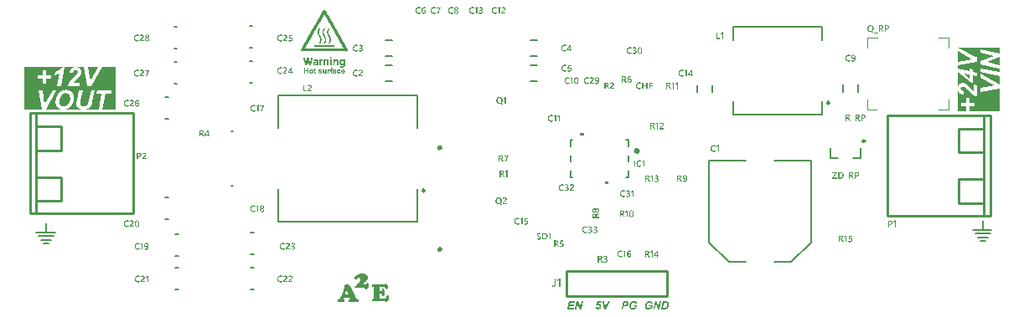
<source format=gbr>
%TF.GenerationSoftware,Altium Limited,Altium Designer,23.0.1 (38)*%
G04 Layer_Color=65535*
%FSLAX45Y45*%
%MOMM*%
%TF.SameCoordinates,3EE063B3-4F93-4FDD-BE50-ED7C6B7A8C7B*%
%TF.FilePolarity,Positive*%
%TF.FileFunction,Legend,Top*%
%TF.Part,Single*%
G01*
G75*
%TA.AperFunction,NonConductor*%
%ADD63C,0.50000*%
%ADD64C,0.25000*%
%ADD65C,0.10000*%
%ADD66C,0.25400*%
%ADD67C,0.20000*%
%ADD68C,0.15240*%
G36*
X2765181Y2772182D02*
X2766483Y2771856D01*
X2769088Y2770879D01*
X2772019Y2769251D01*
X2774136Y2767135D01*
X2774462Y2766483D01*
X2775113Y2765832D01*
X2778369Y2759971D01*
X2779672Y2757691D01*
X2781300Y2754760D01*
X2782603Y2752481D01*
X2784231Y2749550D01*
X2785533Y2747271D01*
X2787162Y2744340D01*
X2787813Y2743688D01*
X2788464Y2742060D01*
X2789441Y2740432D01*
X2793349Y2733593D01*
X2795303Y2730012D01*
X2796605Y2727732D01*
X2798233Y2724801D01*
X2798885Y2724150D01*
X2799536Y2722522D01*
X2800838Y2720568D01*
X2801164Y2719265D01*
X2801815Y2718614D01*
X2803118Y2716335D01*
X2804746Y2713404D01*
X2806049Y2711124D01*
X2806700Y2710473D01*
X2807514Y2708356D01*
X2808328Y2707542D01*
X2808654Y2706240D01*
X2809957Y2704286D01*
X2812562Y2699727D01*
X2814190Y2696796D01*
X2815492Y2694517D01*
X2818749Y2688655D01*
X2819400Y2688004D01*
X2823308Y2680514D01*
X2824610Y2678235D01*
X2825913Y2676281D01*
X2827867Y2672699D01*
X2829495Y2669768D01*
X2830146Y2669117D01*
X2832751Y2664232D01*
X2836008Y2658371D01*
X2837310Y2656091D01*
X2840567Y2650229D01*
X2841869Y2648276D01*
X2842195Y2647624D01*
X2845451Y2641763D01*
X2846754Y2639483D01*
X2848382Y2636553D01*
X2849033Y2635901D01*
X2849359Y2634599D01*
X2850010Y2633947D01*
X2850336Y2633296D01*
X2851638Y2631017D01*
X2854244Y2626132D01*
X2855546Y2624178D01*
X2855872Y2623201D01*
X2857174Y2621247D01*
X2859454Y2617014D01*
X2862059Y2612455D01*
X2863687Y2609524D01*
X2864338Y2608873D01*
X2867269Y2603337D01*
X2868572Y2601058D01*
X2870200Y2598127D01*
X2870851Y2597476D01*
X2871177Y2596173D01*
X2872479Y2594219D01*
X2874759Y2589986D01*
X2875410Y2589335D01*
X2876062Y2587706D01*
X2877364Y2585753D01*
X2877690Y2584776D01*
X2878992Y2582822D01*
X2879318Y2581845D01*
X2879969Y2581193D01*
X2882574Y2576309D01*
X2883226Y2575658D01*
X2883877Y2574029D01*
X2885179Y2572076D01*
X2887459Y2567842D01*
X2890715Y2561981D01*
X2892018Y2559701D01*
X2893646Y2556771D01*
X2895274Y2554165D01*
X2896577Y2551886D01*
X2898531Y2548304D01*
X2900159Y2545373D01*
X2901462Y2543093D01*
X2903090Y2540163D01*
X2904392Y2537883D01*
X2905044Y2537232D01*
X2905858Y2535115D01*
X2906672Y2534301D01*
X2907323Y2532673D01*
X2908626Y2530719D01*
X2910905Y2526486D01*
X2912208Y2524206D01*
X2914162Y2520624D01*
X2916767Y2516065D01*
X2918069Y2514112D01*
X2920349Y2509878D01*
X2921977Y2506947D01*
X2924582Y2502388D01*
X2926210Y2499458D01*
X2928164Y2496201D01*
X2929792Y2493271D01*
X2931095Y2490991D01*
X2935979Y2482199D01*
X2936631Y2481547D01*
X2937282Y2479919D01*
X2938585Y2477965D01*
X2940538Y2474383D01*
X2945423Y2465591D01*
X2946726Y2463312D01*
X2947377Y2462660D01*
X2950308Y2457124D01*
X2952913Y2452565D01*
X2956169Y2446704D01*
X2957472Y2444424D01*
X2959100Y2441493D01*
X2960403Y2439214D01*
X2961705Y2437260D01*
X2964310Y2432376D01*
X2965613Y2430096D01*
X2968869Y2424235D01*
X2971474Y2419676D01*
X2972451Y2418699D01*
X2972777Y2417396D01*
X2974079Y2415442D01*
X2976359Y2411209D01*
X2979615Y2405347D01*
X2980918Y2403393D01*
X2985803Y2394601D01*
X2986454Y2393950D01*
X2986779Y2392647D01*
X2987431Y2391996D01*
X2989385Y2388414D01*
X2991990Y2383529D01*
X2993618Y2380599D01*
X2995897Y2375714D01*
X2996223Y2371481D01*
X2995897Y2366271D01*
X2994595Y2364317D01*
X2994107Y2362526D01*
X2992804Y2360572D01*
X2991990Y2359432D01*
X2991013Y2358455D01*
X2990687Y2357804D01*
X2987919Y2356013D01*
X2986291Y2355362D01*
X2983197Y2354222D01*
X2981569Y2353896D01*
X2977336Y2353571D01*
X2974894Y2353408D01*
X2973917Y2353733D01*
X2799699D01*
X2535929Y2354059D01*
X2531696Y2356338D01*
X2531045Y2356990D01*
X2530394Y2357315D01*
X2528277Y2359432D01*
X2527951Y2360083D01*
X2526649Y2361386D01*
X2526323Y2362037D01*
X2524369Y2366271D01*
X2524044Y2368550D01*
X2524369Y2375714D01*
X2525346Y2377993D01*
X2529579Y2386135D01*
X2530231Y2386786D01*
X2530557Y2388088D01*
X2531208Y2388740D01*
X2531533Y2389391D01*
X2534138Y2393950D01*
X2537395Y2399812D01*
X2538697Y2402091D01*
X2539349Y2402742D01*
X2540000Y2404371D01*
X2541303Y2406324D01*
X2543582Y2410558D01*
X2545210Y2413488D01*
X2546513Y2415442D01*
X2548467Y2419024D01*
X2549769Y2421304D01*
X2551397Y2424235D01*
X2552700Y2426514D01*
X2553677Y2428142D01*
X2555631Y2431724D01*
X2556608Y2432701D01*
X2557422Y2434818D01*
X2557910Y2435306D01*
X2560190Y2439540D01*
X2561818Y2442145D01*
X2564097Y2446378D01*
X2565726Y2449309D01*
X2568657Y2454193D01*
X2570285Y2457124D01*
X2571587Y2459404D01*
X2573215Y2462335D01*
X2574518Y2464614D01*
X2575169Y2465265D01*
X2575821Y2466893D01*
X2576146Y2467545D01*
X2576797Y2468196D01*
X2577612Y2470313D01*
X2578426Y2471127D01*
X2578751Y2472429D01*
X2580379Y2474709D01*
X2582659Y2478942D01*
X2583962Y2480896D01*
X2584287Y2481547D01*
X2587544Y2487409D01*
X2588846Y2489688D01*
X2590474Y2492619D01*
X2591126Y2493271D01*
X2591451Y2494573D01*
X2592103Y2495224D01*
X2592428Y2495876D01*
X2593731Y2498155D01*
X2595685Y2501412D01*
X2596987Y2503691D01*
X2600244Y2509553D01*
X2601546Y2511832D01*
X2603174Y2514763D01*
X2605779Y2519322D01*
X2606431Y2519973D01*
X2609036Y2524858D01*
X2610664Y2527788D01*
X2611641Y2529417D01*
X2616851Y2538535D01*
X2620108Y2544396D01*
X2620759Y2545047D01*
X2621410Y2546676D01*
X2622387Y2548304D01*
X2623690Y2550583D01*
X2625318Y2553188D01*
X2626621Y2555468D01*
X2628249Y2558399D01*
X2630854Y2562958D01*
X2632808Y2566540D01*
X2633459Y2567191D01*
X2633785Y2568493D01*
X2634436Y2569145D01*
X2637041Y2574029D01*
X2638344Y2575983D01*
X2638669Y2576960D01*
X2639321Y2577612D01*
X2641926Y2582496D01*
X2642577Y2583147D01*
X2643391Y2585264D01*
X2643879Y2585753D01*
X2644205Y2586404D01*
X2646810Y2590963D01*
X2648438Y2593893D01*
X2649090Y2594545D01*
X2651695Y2599429D01*
X2652997Y2601709D01*
X2654626Y2604640D01*
X2655928Y2606919D01*
X2657882Y2610176D01*
X2659185Y2612455D01*
X2660813Y2615386D01*
X2662115Y2617665D01*
X2665372Y2623527D01*
X2666023Y2624178D01*
X2668628Y2629063D01*
X2670257Y2631993D01*
X2672536Y2635576D01*
X2672862Y2636878D01*
X2673838Y2637855D01*
X2676444Y2642740D01*
X2677746Y2645019D01*
X2679374Y2647950D01*
X2680351Y2649578D01*
X2680677Y2650229D01*
X2682631Y2653486D01*
X2684585Y2657068D01*
X2686213Y2659673D01*
X2688818Y2664558D01*
X2689469Y2665209D01*
X2690283Y2667326D01*
X2691097Y2668140D01*
X2693703Y2673024D01*
X2695982Y2676606D01*
X2698587Y2681491D01*
X2701192Y2686050D01*
X2702821Y2688981D01*
X2704123Y2690935D01*
X2706077Y2694517D01*
X2707379Y2696796D01*
X2708357Y2698424D01*
X2708682Y2699076D01*
X2709985Y2701029D01*
X2712590Y2705914D01*
X2713892Y2708193D01*
X2715521Y2711124D01*
X2716823Y2713404D01*
X2717474Y2714055D01*
X2720405Y2719591D01*
X2721057Y2720242D01*
X2721382Y2721545D01*
X2722033Y2722196D01*
X2724638Y2727081D01*
X2725941Y2729035D01*
X2726267Y2729686D01*
X2729523Y2735547D01*
X2730174Y2736199D01*
X2730500Y2737501D01*
X2731803Y2739455D01*
X2732779Y2741083D01*
X2734733Y2744665D01*
X2738641Y2751504D01*
X2739944Y2753458D01*
X2740269Y2754435D01*
X2740921Y2755086D01*
X2743851Y2760622D01*
X2745154Y2762901D01*
X2748247Y2766972D01*
X2749224Y2767949D01*
X2749876Y2768274D01*
X2750853Y2769251D01*
X2751504Y2769577D01*
X2755737Y2771531D01*
X2757854Y2772019D01*
X2759157Y2772345D01*
X2764204Y2772508D01*
X2765181Y2772182D01*
D02*
G37*
G36*
X2834542Y2294141D02*
X2835031Y2292676D01*
X2834705Y2280301D01*
X2834217Y2279813D01*
X2828844Y2279650D01*
X2828355Y2279813D01*
X2828029D01*
X2820377Y2279650D01*
X2819400Y2280627D01*
X2819726Y2293978D01*
X2820214Y2294467D01*
X2834542Y2294141D01*
D02*
G37*
G36*
Y2272649D02*
X2835031Y2271183D01*
X2834705Y2214847D01*
X2834217Y2214359D01*
X2819888Y2214685D01*
X2819400Y2215173D01*
X2819726Y2272486D01*
X2821191Y2272974D01*
X2823471Y2272649D01*
X2824447Y2272974D01*
X2826401D01*
X2834542Y2272649D01*
D02*
G37*
G36*
X2789767Y2274114D02*
X2791395Y2273788D01*
X2794000Y2272812D01*
X2796768Y2271346D01*
X2799047Y2269718D01*
X2801815Y2266950D01*
X2802467Y2265322D01*
X2802792Y2264671D01*
X2804095Y2261740D01*
X2804421Y2259786D01*
X2805072Y2258158D01*
X2805235Y2256041D01*
X2805072Y2255553D01*
X2805397Y2254576D01*
X2805072Y2253924D01*
X2805397Y2252947D01*
X2805235Y2217290D01*
X2805397Y2215499D01*
X2804258Y2214359D01*
X2789929Y2214685D01*
X2789441Y2215173D01*
X2789278Y2216313D01*
X2789441Y2251645D01*
X2789115Y2252622D01*
X2788627Y2254413D01*
X2788301Y2256041D01*
X2787813Y2257181D01*
X2786022Y2259623D01*
X2784719Y2259949D01*
X2783091Y2260600D01*
X2780486Y2261251D01*
X2777229Y2260926D01*
X2775601Y2260274D01*
X2773973Y2259949D01*
X2772996Y2258972D01*
X2771368Y2257995D01*
X2770228Y2256855D01*
X2769903Y2256204D01*
X2767949Y2251971D01*
X2767786Y2244318D01*
X2767949Y2218104D01*
X2767623Y2217778D01*
X2767949Y2216801D01*
X2767623Y2215173D01*
X2766809Y2214359D01*
X2753295Y2214196D01*
X2752155Y2215010D01*
X2751992Y2255227D01*
Y2255553D01*
X2752318Y2272486D01*
X2752807Y2272974D01*
X2766483Y2272649D01*
X2767297Y2271835D01*
X2767135Y2269718D01*
X2767297Y2268253D01*
X2766972Y2267276D01*
X2767460Y2266787D01*
X2769088Y2267764D01*
X2769577Y2268253D01*
X2769903Y2268904D01*
X2770717Y2269718D01*
X2771368Y2270043D01*
X2772345Y2271021D01*
X2773973Y2271997D01*
X2776253Y2272974D01*
X2776904Y2273300D01*
X2778532Y2273951D01*
X2779835Y2274277D01*
X2786510Y2274440D01*
X2789767Y2274114D01*
D02*
G37*
G36*
X2887296Y2274277D02*
X2888273Y2273951D01*
X2890553Y2272974D01*
X2892344Y2272486D01*
X2892832Y2271997D01*
X2893483Y2271672D01*
X2895763Y2270369D01*
X2896414Y2269718D01*
X2897065Y2269392D01*
X2897879Y2268253D01*
X2899182Y2266950D01*
X2901136Y2262717D01*
X2902113Y2259135D01*
X2902438Y2257832D01*
X2902113Y2214847D01*
X2901299Y2214033D01*
X2899019Y2214359D01*
X2887296Y2214685D01*
X2886808Y2215173D01*
X2886645Y2216313D01*
X2886808Y2249365D01*
X2886482Y2250342D01*
X2886157Y2255553D01*
X2884040Y2258646D01*
X2883063Y2259623D01*
X2880946Y2260437D01*
X2879155Y2260926D01*
X2876876Y2261251D01*
X2874271Y2260926D01*
X2872642Y2260274D01*
X2870851Y2259786D01*
X2869712Y2258646D01*
X2868246Y2257832D01*
X2867921Y2257181D01*
X2867269Y2256529D01*
X2865967Y2253273D01*
X2865478Y2251482D01*
X2865153Y2250179D01*
X2864990Y2229176D01*
Y2228850D01*
X2864664Y2214847D01*
X2863850Y2214033D01*
X2860594Y2214359D01*
X2849847Y2214685D01*
X2849359Y2215173D01*
X2849196Y2271672D01*
X2849847Y2272649D01*
X2852127Y2272974D01*
X2863850Y2272649D01*
X2864338Y2272160D01*
X2864664Y2270858D01*
X2864501Y2266787D01*
X2865478Y2266462D01*
X2866292Y2267276D01*
X2866618Y2267927D01*
X2868735Y2270043D01*
X2869386Y2270369D01*
X2869712Y2271021D01*
X2870363Y2271346D01*
X2872642Y2272649D01*
X2874922Y2273626D01*
X2876224Y2273951D01*
X2878504Y2274277D01*
X2879807Y2274603D01*
X2887296Y2274277D01*
D02*
G37*
G36*
X2744503Y2274114D02*
X2744828Y2272812D01*
Y2269229D01*
Y2268904D01*
X2744991Y2262228D01*
X2744828Y2260437D01*
X2745154Y2259786D01*
X2744340Y2258646D01*
X2743037Y2258321D01*
X2741735Y2258646D01*
X2740432Y2258321D01*
X2737827Y2258646D01*
X2736850Y2258321D01*
X2735222Y2257995D01*
X2732942Y2257018D01*
X2730663Y2255715D01*
X2728872Y2253924D01*
X2727244Y2250342D01*
X2726592Y2245783D01*
X2726267Y2214847D01*
X2724801Y2214359D01*
X2711450Y2214685D01*
X2710636Y2215499D01*
X2710962Y2272160D01*
X2711450Y2272649D01*
X2712753Y2272974D01*
X2725453Y2272649D01*
X2725941Y2270858D01*
X2725778Y2266787D01*
X2726104Y2265485D01*
X2726755Y2265159D01*
X2727244Y2265647D01*
X2727569Y2266299D01*
X2729197Y2268578D01*
X2729523Y2269229D01*
X2730988Y2270695D01*
X2731640Y2271021D01*
X2732942Y2272323D01*
X2734571Y2272974D01*
X2735222Y2273300D01*
X2737501Y2274277D01*
X2743688Y2274603D01*
X2744503Y2274114D01*
D02*
G37*
G36*
X2589009Y2293164D02*
X2603500Y2293327D01*
X2604640Y2292513D01*
X2605128Y2292024D01*
X2605454Y2288117D01*
X2605779Y2287140D01*
X2606105Y2285837D01*
X2606431Y2284860D01*
X2606757Y2283558D01*
X2607245Y2280464D01*
X2607571Y2278836D01*
X2608059Y2277371D01*
X2608385Y2276068D01*
X2608873Y2272974D01*
X2609199Y2271021D01*
X2610013Y2268253D01*
X2610338Y2264996D01*
X2610664Y2264019D01*
X2611315Y2261740D01*
X2611641Y2259460D01*
X2612455Y2256041D01*
X2612781Y2254738D01*
X2613107Y2253110D01*
X2613758Y2249203D01*
X2614572Y2246435D01*
X2615060Y2242038D01*
X2615386Y2240736D01*
X2615712Y2240085D01*
X2616688Y2240410D01*
X2617177Y2241876D01*
X2617503Y2244155D01*
X2617828Y2245458D01*
X2618317Y2247900D01*
X2619131Y2250668D01*
X2619619Y2253762D01*
X2619945Y2255715D01*
X2620596Y2257343D01*
X2621247Y2261251D01*
X2621573Y2262554D01*
X2622062Y2264345D01*
X2622387Y2265647D01*
X2622876Y2268415D01*
X2623527Y2270043D01*
X2624178Y2273626D01*
X2624504Y2275579D01*
X2625318Y2278347D01*
X2625644Y2279650D01*
X2625969Y2281929D01*
X2626621Y2283558D01*
X2626946Y2284860D01*
X2627435Y2287954D01*
X2628086Y2289582D01*
X2628574Y2291373D01*
X2628900Y2292676D01*
X2629388Y2293164D01*
X2633459Y2293327D01*
X2645182Y2293001D01*
X2645833Y2292350D01*
X2645508Y2291047D01*
X2644857Y2289419D01*
X2644531Y2288117D01*
X2644042Y2286000D01*
X2643391Y2284372D01*
X2642903Y2282581D01*
X2642414Y2280138D01*
X2641763Y2278510D01*
X2641274Y2276719D01*
X2640786Y2274277D01*
X2640135Y2272649D01*
X2639809Y2271346D01*
X2639483Y2269718D01*
X2638995Y2268253D01*
X2638344Y2265647D01*
X2637692Y2263368D01*
X2637041Y2261740D01*
X2636390Y2259135D01*
X2636064Y2257506D01*
X2635413Y2255878D01*
X2635087Y2254576D01*
X2634762Y2252622D01*
X2633785Y2250342D01*
X2633296Y2247900D01*
X2632645Y2246272D01*
X2632157Y2244806D01*
X2631668Y2241713D01*
X2630528Y2238945D01*
X2630040Y2235851D01*
X2629226Y2234060D01*
X2628737Y2231943D01*
X2628412Y2229990D01*
X2627760Y2228362D01*
X2627272Y2226571D01*
X2626783Y2224454D01*
X2626132Y2222826D01*
X2625644Y2221035D01*
X2625318Y2219081D01*
X2624667Y2217453D01*
X2624178Y2215336D01*
X2623201Y2214359D01*
X2609036Y2214196D01*
X2607245Y2215336D01*
X2606919Y2217290D01*
X2606268Y2220872D01*
X2605942Y2222174D01*
X2605454Y2223965D01*
X2604965Y2227385D01*
X2604151Y2230153D01*
X2603826Y2231455D01*
X2603337Y2235200D01*
X2602849Y2236991D01*
X2602523Y2238293D01*
X2602197Y2240573D01*
X2601872Y2241876D01*
X2601546Y2244155D01*
X2600895Y2245783D01*
X2600407Y2249528D01*
X2600081Y2251156D01*
X2599755Y2252459D01*
X2599267Y2254250D01*
X2598778Y2257995D01*
X2598453Y2259623D01*
X2597964Y2261088D01*
X2597638Y2262391D01*
X2597150Y2266462D01*
X2596824Y2268090D01*
X2596173Y2270695D01*
X2595685Y2271835D01*
X2595196Y2271997D01*
X2594708Y2270532D01*
X2594382Y2267276D01*
X2593568Y2263531D01*
X2593242Y2261903D01*
X2592917Y2259949D01*
X2592591Y2257343D01*
X2592103Y2255878D01*
X2591777Y2254576D01*
X2591126Y2250668D01*
X2590637Y2248226D01*
X2590149Y2246760D01*
X2589823Y2244481D01*
X2589335Y2241713D01*
X2588521Y2238945D01*
X2588195Y2236665D01*
X2587381Y2232921D01*
X2586892Y2231129D01*
X2586078Y2226082D01*
X2585427Y2224128D01*
X2585264Y2223965D01*
X2584776Y2219569D01*
X2583962Y2217778D01*
X2583636Y2215173D01*
X2582822Y2214359D01*
X2579077Y2214196D01*
X2568331Y2214522D01*
X2567354Y2215499D01*
X2566377Y2219081D01*
X2566051Y2220383D01*
X2565726Y2222337D01*
X2564749Y2224617D01*
X2564260Y2227385D01*
X2563446Y2229176D01*
X2562632Y2232595D01*
X2561492Y2236340D01*
X2561004Y2238456D01*
X2559864Y2242201D01*
X2559538Y2244155D01*
X2558562Y2246435D01*
X2558073Y2248877D01*
X2557422Y2250505D01*
X2556771Y2253110D01*
X2556282Y2254901D01*
X2555305Y2258158D01*
X2554979Y2260112D01*
X2554003Y2262391D01*
X2553677Y2264671D01*
X2552863Y2266787D01*
X2552374Y2268578D01*
X2552049Y2269881D01*
X2551560Y2271997D01*
X2550746Y2274114D01*
X2549932Y2277533D01*
X2549281Y2279162D01*
X2548955Y2281115D01*
X2548629Y2282743D01*
X2547815Y2284209D01*
X2547490Y2286488D01*
X2546676Y2288605D01*
X2545862Y2291373D01*
X2546187Y2293001D01*
X2547653Y2293490D01*
X2548955Y2293164D01*
X2562144Y2293327D01*
X2563283Y2292838D01*
X2564097Y2292024D01*
X2564586Y2289256D01*
X2565237Y2285349D01*
X2566051Y2283232D01*
X2566540Y2279487D01*
X2567679Y2275742D01*
X2568005Y2273463D01*
X2568657Y2270858D01*
X2569308Y2268578D01*
X2569633Y2266299D01*
X2570610Y2263042D01*
X2570936Y2261740D01*
X2571424Y2258646D01*
X2571750Y2257343D01*
X2572238Y2255878D01*
X2572564Y2253599D01*
X2572890Y2252296D01*
X2573378Y2249854D01*
X2573867Y2248063D01*
X2574192Y2246760D01*
X2574518Y2243504D01*
X2574844Y2242527D01*
X2575169Y2241224D01*
X2575983Y2240085D01*
X2576472Y2240247D01*
X2577123Y2242853D01*
X2577449Y2247412D01*
X2578100Y2249040D01*
X2578751Y2252947D01*
X2579240Y2256692D01*
X2580054Y2258809D01*
X2580542Y2262879D01*
X2580868Y2264833D01*
X2581357Y2266624D01*
X2581682Y2267927D01*
X2582171Y2271346D01*
X2583147Y2275254D01*
X2583799Y2279487D01*
X2584124Y2281441D01*
X2584613Y2281929D01*
X2584938Y2284209D01*
X2585264Y2287465D01*
X2585915Y2289093D01*
X2586241Y2291373D01*
X2586892Y2293001D01*
X2588032Y2293490D01*
X2589009Y2293164D01*
D02*
G37*
G36*
X2680677Y2274114D02*
X2682305Y2273788D01*
X2683933Y2273137D01*
X2685887Y2272812D01*
X2687515Y2272160D01*
X2689307Y2271346D01*
X2689958Y2271021D01*
X2692888Y2268741D01*
X2695005Y2266624D01*
X2695331Y2265973D01*
X2697285Y2261414D01*
X2697610Y2258158D01*
X2697936Y2220058D01*
X2698913Y2219081D01*
X2699890Y2217453D01*
X2700867Y2216476D01*
X2700541Y2214522D01*
X2700053Y2214033D01*
X2695819Y2214359D01*
X2685236Y2214196D01*
X2684096Y2215010D01*
X2683608Y2215499D01*
X2682957Y2217778D01*
X2683282Y2218755D01*
X2682794Y2219569D01*
X2681979Y2219732D01*
X2680188Y2218592D01*
X2679537Y2217941D01*
X2678886Y2217615D01*
X2677909Y2216638D01*
X2673024Y2214359D01*
X2669768Y2213382D01*
X2667488Y2213056D01*
X2657719Y2213382D01*
X2655765Y2214685D01*
X2653974Y2215173D01*
X2653160Y2215987D01*
X2651532Y2216964D01*
X2650229Y2218267D01*
X2649578Y2218592D01*
X2648276Y2220546D01*
X2647136Y2223314D01*
X2646159Y2226896D01*
X2645833Y2229176D01*
X2646159Y2232106D01*
X2645833Y2232758D01*
X2646159Y2233735D01*
X2646647Y2235526D01*
X2647950Y2239108D01*
X2648764Y2240573D01*
X2649741Y2242201D01*
X2650229Y2242690D01*
X2650718Y2242853D01*
X2651044Y2243504D01*
X2651858Y2244318D01*
X2653486Y2245295D01*
X2654137Y2245946D01*
X2655440Y2246272D01*
X2657394Y2247574D01*
X2659510Y2248063D01*
X2660813Y2248388D01*
X2662604Y2248877D01*
X2665860Y2249203D01*
X2669442Y2249528D01*
X2670419Y2249854D01*
X2673024Y2250505D01*
X2676281Y2250831D01*
X2678723Y2251319D01*
X2681328Y2252947D01*
X2681979Y2254576D01*
X2681654Y2257832D01*
X2680188Y2259949D01*
X2676607Y2261577D01*
X2668140Y2261251D01*
X2665046Y2259135D01*
X2663744Y2256855D01*
X2663418Y2255878D01*
X2663092Y2254576D01*
X2662278Y2253762D01*
X2648601Y2254087D01*
X2647787Y2255878D01*
X2648438Y2257506D01*
X2648764Y2258809D01*
X2648927Y2259949D01*
X2649090Y2260112D01*
X2649415Y2261740D01*
X2651369Y2265322D01*
X2652997Y2267601D01*
X2653974Y2268578D01*
X2654300Y2269229D01*
X2656905Y2270858D01*
X2660324Y2272649D01*
X2662441Y2273137D01*
X2664069Y2273463D01*
X2665860Y2273951D01*
X2667163Y2274277D01*
X2676444Y2274440D01*
X2680677Y2274114D01*
D02*
G37*
G36*
X2944446Y2273788D02*
X2946074Y2273137D01*
X2947865Y2272323D01*
X2949494Y2271346D01*
X2950796Y2270043D01*
X2951447Y2269718D01*
X2952262Y2268904D01*
X2952587Y2268253D01*
X2953890Y2266950D01*
X2954053Y2266462D01*
X2954867Y2266624D01*
X2955192Y2272486D01*
X2956658Y2272974D01*
X2969358Y2272649D01*
X2969846Y2272160D01*
Y2246760D01*
Y2246435D01*
X2970009Y2217941D01*
X2969683Y2211103D01*
X2969358Y2207521D01*
X2967404Y2202310D01*
X2966915Y2201822D01*
X2965613Y2199542D01*
X2964636Y2198565D01*
X2964310Y2197914D01*
X2963171Y2196774D01*
X2962519Y2196449D01*
X2960728Y2194983D01*
X2956007Y2192867D01*
X2954704Y2192541D01*
X2951447Y2191564D01*
X2950145Y2191238D01*
X2944935Y2190913D01*
X2941678Y2190587D01*
X2935817Y2190913D01*
X2934840Y2191238D01*
X2930607Y2191564D01*
X2928978Y2192215D01*
X2924908Y2193681D01*
X2924419Y2194169D01*
X2922140Y2195472D01*
X2921488Y2196123D01*
X2919860Y2197100D01*
X2919372Y2197588D01*
X2919046Y2198240D01*
X2917744Y2199542D01*
X2916767Y2201171D01*
X2915790Y2203450D01*
X2915138Y2205078D01*
X2914813Y2206381D01*
X2915138Y2207683D01*
X2915953Y2208497D01*
X2931583Y2208172D01*
X2932072Y2207683D01*
X2933700Y2204753D01*
X2934188Y2204264D01*
X2937282Y2203124D01*
X2938910Y2202799D01*
X2945260Y2202636D01*
X2946888Y2203287D01*
X2949005Y2204101D01*
X2950959Y2205404D01*
X2951936Y2206381D01*
X2952262Y2207032D01*
X2953564Y2209963D01*
X2953890Y2211265D01*
X2954215Y2218429D01*
X2953890Y2219406D01*
X2953727Y2220221D01*
X2952750Y2219895D01*
X2951936Y2219406D01*
X2951610Y2218755D01*
X2950796Y2217615D01*
X2950145Y2217290D01*
X2946888Y2215336D01*
X2945260Y2214685D01*
X2942329Y2214359D01*
X2940701Y2213708D01*
X2934840Y2214033D01*
X2933863Y2214359D01*
X2932560Y2214685D01*
X2929955Y2215010D01*
X2928327Y2215987D01*
X2926210Y2216801D01*
X2925396Y2217615D01*
X2923768Y2218592D01*
X2923117Y2219243D01*
X2922465Y2219569D01*
X2919697Y2222337D01*
X2918395Y2224617D01*
X2916767Y2227222D01*
X2916115Y2228850D01*
X2914976Y2231943D01*
X2914650Y2233572D01*
X2913999Y2237154D01*
X2913510Y2241550D01*
X2913347Y2244969D01*
X2913673Y2249528D01*
X2913999Y2251482D01*
X2914324Y2252785D01*
X2914976Y2256692D01*
X2916115Y2259460D01*
X2917418Y2261740D01*
X2919372Y2265322D01*
X2920349Y2266299D01*
X2920674Y2266950D01*
X2923442Y2269718D01*
X2924094Y2270043D01*
X2925071Y2271021D01*
X2929304Y2272974D01*
X2930607Y2273300D01*
X2932235Y2273951D01*
X2934514Y2274277D01*
X2940538Y2274440D01*
X2944446Y2273788D01*
D02*
G37*
G36*
X2840729Y2186679D02*
X2841218Y2186191D01*
X2840892Y2178376D01*
X2840404Y2177887D01*
X2835845Y2177562D01*
X2835031Y2176747D01*
X2834705Y2175445D01*
X2835031Y2172840D01*
X2835519Y2172351D01*
X2836496Y2172026D01*
X2837473Y2172351D01*
X2841055Y2172026D01*
X2841544Y2170235D01*
X2841381Y2167792D01*
X2841544Y2165676D01*
X2840404Y2164210D01*
X2838613Y2164373D01*
X2835357Y2164047D01*
X2834705Y2163396D01*
Y2157535D01*
Y2157209D01*
X2834379Y2132135D01*
X2833891Y2131646D01*
X2832588Y2131321D01*
X2824447Y2131646D01*
X2823633Y2132460D01*
X2823308Y2163722D01*
X2822819Y2164210D01*
X2818586Y2164536D01*
X2818097Y2165024D01*
X2817772Y2167304D01*
X2818097Y2171537D01*
X2818912Y2172351D01*
X2821354Y2172188D01*
X2822657Y2172514D01*
X2823308Y2172840D01*
X2823633Y2174142D01*
X2823959Y2179678D01*
X2824285Y2180655D01*
X2825262Y2182283D01*
X2827053Y2184726D01*
X2831286Y2186679D01*
X2834542Y2187005D01*
X2840729Y2186679D01*
D02*
G37*
G36*
X2815655Y2172677D02*
X2816144Y2172188D01*
X2815818Y2162419D01*
X2815329Y2161931D01*
X2808491Y2161605D01*
X2806700Y2160140D01*
X2804746Y2158512D01*
X2803769Y2156232D01*
X2803444Y2154929D01*
Y2142555D01*
Y2142229D01*
X2803118Y2132135D01*
X2802629Y2131646D01*
X2800350Y2131321D01*
X2793186Y2131646D01*
X2792372Y2132460D01*
X2792697Y2171537D01*
X2793512Y2172351D01*
X2799862Y2172188D01*
X2801653Y2172351D01*
X2802467Y2171863D01*
X2802792Y2170560D01*
X2802629Y2168118D01*
X2803118Y2166978D01*
X2803281Y2166815D01*
X2804746Y2168281D01*
X2805072Y2168932D01*
X2807514Y2171374D01*
X2808165Y2171700D01*
X2810445Y2172677D01*
X2812724Y2173003D01*
X2815655Y2172677D01*
D02*
G37*
G36*
X2599429Y2186354D02*
X2600244Y2185540D01*
X2600569Y2184237D01*
X2600244Y2181958D01*
X2600569Y2180981D01*
X2600407Y2158023D01*
X2600569Y2154278D01*
X2600244Y2153301D01*
X2600569Y2151999D01*
X2600244Y2134414D01*
X2600569Y2133437D01*
X2600244Y2132135D01*
X2598453Y2131321D01*
X2589335Y2131646D01*
X2588846Y2132135D01*
X2588521Y2133437D01*
X2588195Y2155255D01*
X2587707Y2155743D01*
X2568657Y2155906D01*
X2568005Y2155581D01*
X2567679Y2154278D01*
X2567354Y2132135D01*
X2566865Y2131646D01*
X2565563Y2131321D01*
X2556771Y2131646D01*
X2555957Y2132460D01*
X2556282Y2185865D01*
X2556771Y2186354D01*
X2558073Y2186679D01*
X2559701Y2186354D01*
X2560678Y2186679D01*
X2562469Y2186517D01*
X2565888Y2186679D01*
X2567517Y2185703D01*
X2567679Y2177073D01*
Y2176747D01*
X2568005Y2166001D01*
X2569471Y2165513D01*
X2587707Y2165838D01*
X2588521Y2166653D01*
X2588846Y2185865D01*
X2589335Y2186354D01*
X2591614Y2186679D01*
X2599429Y2186354D01*
D02*
G37*
G36*
X2663581Y2183097D02*
X2668465Y2182772D01*
X2669279Y2181958D01*
X2669605Y2172840D01*
X2671071Y2172351D01*
X2674978Y2172026D01*
X2675467Y2171537D01*
X2675792Y2170560D01*
Y2170235D01*
X2675467Y2165024D01*
X2674653Y2164210D01*
X2672536Y2164373D01*
X2671722Y2164210D01*
X2670745Y2164536D01*
X2669605Y2163722D01*
X2669279Y2162419D01*
X2669605Y2140276D01*
X2670094Y2139787D01*
X2671396Y2139462D01*
X2673676Y2139136D01*
X2675304Y2138810D01*
X2675792Y2137345D01*
X2675467Y2131483D01*
X2674978Y2130995D01*
X2667814Y2130669D01*
X2665697Y2131158D01*
X2664395Y2131483D01*
X2662767Y2131809D01*
X2661138Y2132460D01*
X2659510Y2134088D01*
X2659185Y2134740D01*
X2658533Y2136368D01*
X2658208Y2140601D01*
X2657882Y2163722D01*
X2657394Y2164210D01*
X2653812Y2164536D01*
X2652997Y2165024D01*
X2652672Y2166327D01*
X2652997Y2171537D01*
X2653486Y2172026D01*
X2654788Y2172351D01*
X2657719Y2172677D01*
X2658208Y2173165D01*
X2658533Y2182283D01*
X2659022Y2182772D01*
X2661301Y2183423D01*
X2663581Y2183097D01*
D02*
G37*
G36*
X2725778Y2172677D02*
X2730663Y2170723D01*
X2733105Y2168932D01*
X2733431Y2168281D01*
X2733919Y2167792D01*
X2734571Y2167467D01*
X2736036Y2164699D01*
X2736687Y2163071D01*
X2736362Y2159814D01*
X2734896Y2159326D01*
X2730663Y2159651D01*
X2729686Y2159326D01*
X2727244Y2159814D01*
X2726104Y2160628D01*
X2725615Y2162093D01*
X2725290Y2162745D01*
X2723824Y2164210D01*
X2721219Y2164862D01*
X2716009Y2164536D01*
X2713729Y2162908D01*
X2713241Y2161442D01*
X2713567Y2159814D01*
X2714381Y2159000D01*
X2718614Y2157372D01*
X2721382Y2156883D01*
X2724476Y2156395D01*
X2725453Y2156069D01*
X2728058Y2155418D01*
X2730174Y2154604D01*
X2732617Y2153464D01*
X2734896Y2151836D01*
X2735873Y2150859D01*
X2736524Y2150533D01*
X2738315Y2146137D01*
X2737990Y2140276D01*
X2736036Y2136693D01*
X2734571Y2134903D01*
X2733268Y2133600D01*
X2729035Y2131646D01*
X2726918Y2130832D01*
X2724964Y2130506D01*
X2715358Y2130343D01*
X2714381Y2130669D01*
X2712427Y2130995D01*
X2710147Y2131972D01*
X2708845Y2132297D01*
X2706891Y2133600D01*
X2705263Y2134577D01*
X2703797Y2136042D01*
X2703472Y2136693D01*
X2702821Y2137345D01*
X2701844Y2139624D01*
X2701192Y2141253D01*
X2700867Y2143532D01*
X2701192Y2144183D01*
X2701681Y2144672D01*
X2711450Y2144346D01*
X2711938Y2143858D01*
X2712427Y2142067D01*
X2712915Y2141578D01*
X2713241Y2140927D01*
X2714381Y2139787D01*
X2717637Y2138810D01*
X2718940Y2138485D01*
X2724150Y2138810D01*
X2724801Y2139462D01*
X2725453Y2139787D01*
X2726592Y2140601D01*
X2726918Y2141253D01*
X2727244Y2142229D01*
X2726918Y2143858D01*
X2726104Y2144672D01*
X2725453Y2144997D01*
X2723173Y2145974D01*
X2719754Y2146788D01*
X2718126Y2147114D01*
X2716172Y2147440D01*
X2714869Y2147765D01*
X2713241Y2148091D01*
X2711613Y2148742D01*
X2711450Y2148905D01*
X2711124D01*
X2709008Y2149719D01*
X2708519Y2150208D01*
X2706403Y2151022D01*
X2703797Y2153627D01*
X2703472Y2154929D01*
X2702495Y2157209D01*
X2702169Y2160465D01*
X2702658Y2162582D01*
X2703472Y2164373D01*
X2703960Y2166164D01*
X2704774Y2167304D01*
X2705751Y2168281D01*
X2706077Y2168932D01*
X2706891Y2169746D01*
X2708519Y2170723D01*
X2710147Y2171374D01*
X2713078Y2172677D01*
X2721219Y2173003D01*
X2725778Y2172677D01*
D02*
G37*
G36*
X2910254Y2172840D02*
X2913836Y2172188D01*
X2915627Y2171374D01*
X2919209Y2169421D01*
X2921977Y2166653D01*
X2923279Y2164373D01*
X2923931Y2162745D01*
X2924582Y2160140D01*
X2924257Y2157535D01*
X2922791Y2157046D01*
X2920512Y2157372D01*
X2918395Y2157209D01*
X2916604Y2157372D01*
X2915627Y2157046D01*
X2913999Y2158023D01*
X2913510Y2158512D01*
X2913022Y2160303D01*
X2912208Y2161442D01*
X2910417Y2163233D01*
X2908137Y2163885D01*
X2904392Y2163396D01*
X2901624Y2161931D01*
X2901136Y2161442D01*
X2900159Y2159814D01*
X2899508Y2158186D01*
X2899182Y2156883D01*
X2898857Y2154604D01*
X2899182Y2144835D01*
X2900485Y2142881D01*
X2901462Y2141253D01*
X2902601Y2140438D01*
X2904881Y2139462D01*
X2909765Y2139787D01*
X2912859Y2142881D01*
X2913673Y2144997D01*
X2914324Y2145974D01*
X2916604Y2146300D01*
X2924094Y2145974D01*
X2924582Y2144509D01*
X2924257Y2143206D01*
X2923931Y2141253D01*
X2922628Y2139299D01*
X2921326Y2137019D01*
X2920674Y2136368D01*
X2920349Y2135717D01*
X2918558Y2133926D01*
X2917907Y2133600D01*
X2915301Y2131972D01*
X2912208Y2130832D01*
X2910579Y2130506D01*
X2901950Y2130343D01*
X2900973Y2130669D01*
X2899671Y2130995D01*
X2897391Y2131972D01*
X2895112Y2133274D01*
X2893321Y2134740D01*
X2892181Y2135554D01*
X2891692Y2136042D01*
X2891367Y2136693D01*
X2890064Y2138647D01*
X2889250Y2140764D01*
X2888436Y2142555D01*
X2888110Y2143858D01*
X2887622Y2148254D01*
X2887459Y2153301D01*
X2887785Y2154278D01*
Y2155906D01*
X2887947Y2156069D01*
X2888273Y2159000D01*
X2890227Y2164210D01*
X2890715Y2164699D01*
X2892018Y2166978D01*
X2893646Y2168606D01*
X2893972Y2169258D01*
X2896577Y2170886D01*
X2899182Y2171863D01*
X2899671Y2172351D01*
X2902927Y2172677D01*
X2904229Y2173003D01*
X2907649Y2173165D01*
X2910254Y2172840D01*
D02*
G37*
G36*
X2782114Y2172026D02*
X2782928Y2170235D01*
X2782603Y2132135D01*
X2782114Y2131646D01*
X2780812Y2131321D01*
X2772996Y2131646D01*
X2772508Y2132135D01*
X2772182Y2135391D01*
X2771368Y2135554D01*
X2770879Y2135065D01*
X2770554Y2134414D01*
X2770065Y2133600D01*
X2769414Y2133274D01*
X2767460Y2131972D01*
X2764529Y2130669D01*
X2761273Y2130343D01*
X2755086Y2130669D01*
X2751504Y2132623D01*
X2750527Y2133600D01*
X2749387Y2134088D01*
X2747759Y2137019D01*
X2747108Y2138647D01*
X2746782Y2139950D01*
X2746457Y2140927D01*
X2746131Y2142229D01*
X2745805Y2145486D01*
X2746131Y2153627D01*
X2745968Y2156395D01*
X2746131Y2166327D01*
X2745805Y2167304D01*
X2746131Y2168281D01*
X2745805Y2169258D01*
X2746294Y2171700D01*
X2746945Y2172351D01*
X2748736Y2172188D01*
X2756063Y2172351D01*
X2756551Y2171863D01*
X2756877Y2170560D01*
X2757203Y2143858D01*
X2758505Y2141904D01*
X2758831Y2141253D01*
X2759645Y2140438D01*
X2761924Y2139787D01*
X2767460Y2140113D01*
X2768437Y2141090D01*
X2769088Y2141415D01*
X2770554Y2142881D01*
X2771205Y2144509D01*
X2771531Y2145812D01*
X2771857Y2148742D01*
Y2149068D01*
X2772019Y2156395D01*
X2771857Y2170560D01*
X2772996Y2172026D01*
X2774299Y2172351D01*
X2782114Y2172026D01*
D02*
G37*
G36*
X2865478Y2173003D02*
X2870851Y2172514D01*
X2872479Y2171863D01*
X2876062Y2170235D01*
X2876550Y2169746D01*
X2877038Y2169583D01*
X2877364Y2168932D01*
X2878667Y2167629D01*
X2879318Y2166001D01*
X2880295Y2163722D01*
X2880621Y2160465D01*
Y2160140D01*
X2880946Y2134740D01*
X2882086Y2133926D01*
X2882574Y2132460D01*
X2881760Y2131646D01*
X2880458Y2131321D01*
X2871340Y2131646D01*
X2870851Y2132135D01*
X2870526Y2134414D01*
X2870037Y2134903D01*
X2868735Y2134577D01*
X2867758Y2133600D01*
X2867107Y2133274D01*
X2865153Y2131972D01*
X2861896Y2130669D01*
X2858640Y2130343D01*
X2852778Y2130669D01*
X2848545Y2132949D01*
X2846428Y2135065D01*
X2845614Y2137182D01*
X2844800Y2138973D01*
X2844474Y2142229D01*
X2844800Y2145812D01*
X2845777Y2148091D01*
X2846754Y2149719D01*
X2847405Y2150371D01*
X2847731Y2151022D01*
X2849196Y2152487D01*
X2849847Y2152813D01*
X2852778Y2154115D01*
X2855058Y2155092D01*
X2856360Y2155418D01*
X2862059Y2155906D01*
X2863362Y2156232D01*
X2865153Y2156721D01*
X2868246Y2157209D01*
X2868897Y2157535D01*
X2869549Y2159163D01*
X2869223Y2162419D01*
X2868735Y2162908D01*
X2867107Y2163559D01*
X2864827Y2164210D01*
X2862547Y2164536D01*
X2861571Y2164210D01*
X2859779Y2163722D01*
X2857988Y2162582D01*
X2857174Y2161768D01*
X2856686Y2159651D01*
X2856035Y2159000D01*
X2851801Y2158674D01*
X2846591Y2159000D01*
X2846103Y2159488D01*
X2846428Y2163071D01*
X2847079Y2163722D01*
X2847568Y2165513D01*
X2848871Y2167467D01*
X2849359Y2167955D01*
X2849685Y2168606D01*
X2850824Y2169746D01*
X2851476Y2170072D01*
X2852127Y2170723D01*
X2854244Y2171537D01*
X2856035Y2172351D01*
X2857337Y2172677D01*
X2864501Y2173328D01*
X2865478Y2173003D01*
D02*
G37*
G36*
X2954378Y2172677D02*
X2957960Y2171049D01*
X2958612Y2170723D01*
X2961542Y2168443D01*
X2963333Y2166653D01*
X2963659Y2166001D01*
X2964962Y2164047D01*
X2966264Y2161117D01*
X2966753Y2158674D01*
X2967567Y2156558D01*
X2967729Y2149882D01*
X2967404Y2149231D01*
X2966101Y2148905D01*
X2961217D01*
X2940701Y2148579D01*
X2940213Y2148091D01*
X2940538Y2144835D01*
X2942004Y2142067D01*
X2942655Y2141741D01*
X2944283Y2140113D01*
X2947540Y2139136D01*
X2952099Y2139462D01*
X2954378Y2140764D01*
X2955192Y2141578D01*
X2955518Y2142229D01*
X2956332Y2143043D01*
X2957635Y2143369D01*
X2966427Y2143043D01*
X2966590Y2141253D01*
X2964310Y2137019D01*
X2960891Y2133600D01*
X2956007Y2131321D01*
X2954378Y2130669D01*
X2952099Y2130343D01*
X2942981Y2130669D01*
X2940701Y2131646D01*
X2938910Y2132135D01*
X2935491Y2134577D01*
X2933049Y2137019D01*
X2932723Y2137671D01*
X2932072Y2138322D01*
X2931746Y2139624D01*
X2930444Y2141578D01*
X2930118Y2144183D01*
X2929792Y2145160D01*
X2929467Y2146463D01*
X2929141Y2148742D01*
X2928815Y2150045D01*
X2929141Y2156883D01*
X2929792Y2158512D01*
X2930444Y2161117D01*
X2933374Y2166653D01*
X2934188Y2167792D01*
X2934840Y2168118D01*
X2935654Y2169258D01*
X2936794Y2170072D01*
X2941678Y2172351D01*
X2943958Y2172677D01*
X2945260Y2173003D01*
X2954378Y2172677D01*
D02*
G37*
G36*
X2634924D02*
X2637855Y2171374D01*
X2639158Y2171049D01*
X2641112Y2169746D01*
X2642740Y2168769D01*
X2644042Y2167467D01*
X2644694Y2167141D01*
X2645996Y2165187D01*
X2647462Y2162745D01*
X2649090Y2159163D01*
X2649578Y2154767D01*
X2649741Y2148417D01*
X2649415Y2147440D01*
X2648927Y2144021D01*
X2647462Y2140601D01*
X2646485Y2138973D01*
X2645833Y2138322D01*
X2645508Y2137671D01*
X2644042Y2135879D01*
X2642414Y2134251D01*
X2641763Y2133926D01*
X2638507Y2131972D01*
X2636553Y2131646D01*
X2634273Y2130669D01*
X2632971Y2130343D01*
X2623201Y2130669D01*
X2622224Y2130995D01*
X2620596Y2131646D01*
X2618479Y2132460D01*
X2617991Y2132949D01*
X2617340Y2133274D01*
X2614246Y2135391D01*
X2612944Y2136693D01*
X2612618Y2137345D01*
X2611967Y2137996D01*
X2611641Y2138647D01*
X2610013Y2140927D01*
X2609362Y2143858D01*
X2608710Y2145486D01*
X2608385Y2146788D01*
X2608222Y2153464D01*
X2608385Y2156232D01*
Y2156558D01*
X2608873Y2158674D01*
X2609524Y2160303D01*
X2610501Y2162908D01*
X2612292Y2165676D01*
X2612944Y2166327D01*
X2613269Y2166978D01*
X2615386Y2169095D01*
X2616037Y2169421D01*
X2618642Y2171049D01*
X2620433Y2171537D01*
X2621899Y2172351D01*
X2624178Y2172677D01*
X2627435Y2173003D01*
X2634924Y2172677D01*
D02*
G37*
G36*
X5381206Y1506220D02*
X5343106D01*
Y1531620D01*
X5381206D01*
Y1506220D01*
D02*
G37*
G36*
X5631269Y1008380D02*
X5593169D01*
Y1033780D01*
X5631269D01*
Y1008380D01*
D02*
G37*
G36*
X304880Y2196690D02*
X651075D01*
Y2003465D01*
Y1765710D01*
X-270075D01*
Y2003465D01*
Y2196690D01*
X34199D01*
D01*
X116375D01*
X111100Y2191415D01*
X105548Y2186418D01*
X99440Y2181699D01*
X93332Y2176979D01*
X87225Y2172815D01*
X80839Y2168650D01*
X74732Y2164764D01*
X68902Y2161432D01*
X63349Y2158101D01*
X58074Y2155325D01*
X53355Y2153104D01*
X49468Y2151160D01*
X46137Y2149495D01*
X43638Y2148106D01*
X41972Y2147551D01*
X41695Y2147274D01*
X41417D01*
X34199Y2113681D01*
X38918Y2114792D01*
X43360Y2116180D01*
X48080Y2117568D01*
X52244Y2118956D01*
X55853Y2120344D01*
X58907Y2121177D01*
X60018Y2121732D01*
X60851Y2122010D01*
X61128Y2122288D01*
X61406D01*
X66958Y2124786D01*
X72233Y2127285D01*
X76953Y2129506D01*
X80839Y2131727D01*
X84171Y2133670D01*
X86669Y2135058D01*
X88057Y2136169D01*
X88613Y2136446D01*
X60851Y2003465D01*
X34199D01*
X139140D01*
X98607D01*
X139140Y2196690D01*
D01*
X168013D01*
Y2030395D01*
Y2196690D01*
X247135D01*
X242693Y2196413D01*
X238251Y2196135D01*
X230478Y2194469D01*
X223537Y2192248D01*
X220483Y2190860D01*
X217707Y2189472D01*
X214931Y2188084D01*
X212710Y2186696D01*
X210766Y2185585D01*
X209378Y2184475D01*
X207990Y2183642D01*
X207157Y2182809D01*
X206602Y2182532D01*
X206324Y2182254D01*
X203548Y2179478D01*
X200772Y2176424D01*
X196330Y2170039D01*
X192721Y2163098D01*
X189945Y2156435D01*
X188834Y2153381D01*
X188001Y2150605D01*
X187446Y2148106D01*
X186613Y2145885D01*
X186336Y2143942D01*
X186058Y2142554D01*
X185780Y2141721D01*
Y2141444D01*
X222427Y2136169D01*
X223815Y2142276D01*
X225480Y2147274D01*
X227146Y2151438D01*
X228812Y2154769D01*
X230200Y2157268D01*
X231310Y2158934D01*
X232143Y2160044D01*
X232421Y2160322D01*
X234920Y2162543D01*
X237696Y2164209D01*
X240194Y2165597D01*
X242693Y2166429D01*
X244914Y2166985D01*
X246580Y2167262D01*
X247968D01*
X251022Y2166985D01*
X253798Y2166429D01*
X256296Y2165319D01*
X258517Y2164209D01*
X260183Y2163098D01*
X261294Y2161988D01*
X262126Y2161432D01*
X262404Y2161155D01*
X264347Y2158656D01*
X265736Y2156157D01*
X266846Y2153381D01*
X267401Y2150883D01*
X267957Y2148662D01*
X268234Y2146996D01*
Y2145885D01*
Y2145330D01*
X267957Y2143109D01*
X267679Y2140611D01*
X267124Y2138390D01*
X266568Y2136169D01*
X265736Y2134503D01*
X265180Y2133115D01*
X264903Y2132004D01*
X264625Y2131727D01*
X263237Y2128951D01*
X261294Y2125897D01*
X259350Y2122843D01*
X257129Y2120067D01*
X255186Y2117568D01*
X253520Y2115625D01*
X252410Y2114514D01*
X252132Y2113959D01*
X251022Y2112848D01*
X249633Y2111460D01*
X246302Y2107851D01*
X242138Y2103965D01*
X237973Y2099800D01*
X234087Y2095914D01*
X230755Y2092860D01*
X229645Y2091472D01*
X228534Y2090639D01*
X227979Y2090083D01*
X227701Y2089806D01*
X222982Y2085364D01*
X218817Y2081200D01*
X214931Y2077313D01*
X211322Y2073704D01*
X207990Y2070650D01*
X205214Y2067596D01*
X202438Y2065097D01*
X200217Y2062599D01*
X198273Y2060656D01*
X196608Y2058712D01*
X195220Y2057324D01*
X194109Y2056214D01*
X192721Y2054548D01*
X192166Y2053993D01*
X188834Y2049828D01*
X185780Y2045664D01*
X183004Y2041777D01*
X180506Y2038168D01*
X178562Y2035114D01*
X177174Y2032616D01*
X176341Y2030950D01*
X176064Y2030672D01*
Y2030395D01*
X173843Y2025675D01*
X172177Y2020678D01*
X170789Y2016236D01*
X169678Y2012072D01*
X168845Y2008740D01*
X168290Y2005964D01*
Y2004853D01*
X168013Y2004021D01*
Y2003465D01*
X304880D01*
Y2035114D01*
Y2003465D01*
X284614D01*
X291832Y2037891D01*
X225203D01*
X229089Y2042610D01*
X230755Y2044831D01*
X232421Y2046774D01*
X233809Y2048163D01*
X234920Y2049273D01*
X235475Y2050106D01*
X235752Y2050384D01*
X238529Y2053160D01*
X241860Y2056491D01*
X245747Y2060100D01*
X249633Y2063709D01*
X253243Y2067318D01*
X256296Y2070095D01*
X257407Y2071205D01*
X258240Y2071760D01*
X258795Y2072316D01*
X259073Y2072593D01*
X265180Y2078423D01*
X270455Y2083421D01*
X274897Y2087862D01*
X278506Y2091472D01*
X281282Y2094248D01*
X283226Y2096191D01*
X284336Y2097579D01*
X284614Y2097857D01*
X288501Y2102576D01*
X291554Y2107018D01*
X294331Y2111183D01*
X296552Y2114792D01*
X298217Y2117846D01*
X299328Y2120067D01*
X299883Y2121455D01*
X300161Y2122010D01*
X301826Y2126452D01*
X302937Y2130616D01*
X303770Y2134503D01*
X304325Y2137834D01*
X304603Y2140888D01*
X304880Y2143109D01*
Y2035114D01*
Y2143109D01*
Y2145053D01*
X304603Y2149217D01*
X304325Y2153104D01*
X302382Y2160322D01*
X299883Y2166707D01*
X297107Y2171982D01*
X295719Y2174203D01*
X294331Y2176146D01*
X292943Y2177812D01*
X291832Y2179478D01*
X290722Y2180588D01*
X289889Y2181421D01*
X289611Y2181699D01*
X289333Y2181976D01*
X286280Y2184475D01*
X283226Y2186974D01*
X279894Y2188917D01*
X276285Y2190583D01*
X269345Y2193081D01*
X262404Y2194747D01*
X259350Y2195580D01*
X256574Y2195857D01*
X253798Y2196135D01*
X251577Y2196413D01*
X249633Y2196690D01*
X304880D01*
D01*
D02*
G37*
G36*
X9353944Y2393530D02*
Y1746671D01*
X9326181D01*
Y1881039D01*
Y1830512D01*
X9276487D01*
Y1881039D01*
X9242062D01*
Y1830512D01*
X9192368D01*
Y1881039D01*
Y1746671D01*
X9160719D01*
Y1898252D01*
X9198922D01*
X9160719D01*
Y1977374D01*
X9160996Y1972932D01*
X9161274Y1968490D01*
X9162940Y1960717D01*
X9165161Y1953776D01*
X9166549Y1950723D01*
X9167937Y1947946D01*
X9169325Y1945170D01*
X9170713Y1942949D01*
X9171824Y1941006D01*
X9172934Y1939618D01*
X9173767Y1938230D01*
X9174600Y1937397D01*
X9174878Y1936841D01*
X9175155Y1936564D01*
X9177931Y1933788D01*
X9180985Y1931011D01*
X9187370Y1926569D01*
X9194311Y1922960D01*
X9200974Y1920184D01*
X9204028Y1919074D01*
X9206804Y1918241D01*
X9209303Y1917686D01*
X9211524Y1916853D01*
X9213467Y1916575D01*
X9214855Y1916297D01*
X9215688Y1916020D01*
X9215966D01*
X9221240Y1952666D01*
X9215133Y1954054D01*
X9210136Y1955720D01*
X9205971Y1957385D01*
X9202640Y1959051D01*
X9200141Y1960439D01*
X9198475Y1961550D01*
X9197365Y1962383D01*
X9197087Y1962660D01*
X9194866Y1965159D01*
X9193201Y1967935D01*
X9191812Y1970434D01*
X9190980Y1972932D01*
X9190424Y1975153D01*
X9190147Y1976819D01*
Y1978207D01*
X9190424Y1981261D01*
X9190980Y1984037D01*
X9192090Y1986536D01*
X9193201Y1988757D01*
X9194311Y1990422D01*
X9195422Y1991533D01*
X9195977Y1992366D01*
X9196254Y1992643D01*
X9198753Y1994587D01*
X9201252Y1995975D01*
X9204028Y1997085D01*
X9206526Y1997641D01*
X9208747Y1998196D01*
X9210413Y1998474D01*
X9211524D01*
X9212079D01*
X9214300Y1998196D01*
X9216798Y1997918D01*
X9219019Y1997363D01*
X9221240Y1996808D01*
X9222906Y1995975D01*
X9224294Y1995420D01*
X9225405Y1995142D01*
X9225682Y1994864D01*
X9228459Y1993476D01*
X9231512Y1991533D01*
X9234566Y1989590D01*
X9237342Y1987369D01*
X9239841Y1985425D01*
X9241784Y1983760D01*
X9242895Y1982649D01*
X9243450Y1982371D01*
X9244561Y1981261D01*
X9245949Y1979873D01*
X9249558Y1976541D01*
X9253445Y1972377D01*
X9257609Y1968213D01*
X9261496Y1964326D01*
X9264549Y1960995D01*
X9265938Y1959884D01*
X9266770Y1958774D01*
X9267326Y1958218D01*
X9267603Y1957941D01*
X9272045Y1953221D01*
X9276210Y1949057D01*
X9280096Y1945170D01*
X9283705Y1941561D01*
X9286759Y1938230D01*
X9289813Y1935453D01*
X9292312Y1932677D01*
X9294810Y1930456D01*
X9296754Y1928513D01*
X9298697Y1926847D01*
X9300085Y1925459D01*
X9301196Y1924348D01*
X9302861Y1922960D01*
X9303416Y1922405D01*
X9307581Y1919074D01*
X9311745Y1916020D01*
X9315632Y1913244D01*
X9319241Y1910745D01*
X9322295Y1908802D01*
X9324793Y1907414D01*
X9326459Y1906581D01*
X9326737Y1906303D01*
X9327014D01*
X9331734Y1904082D01*
X9336731Y1902416D01*
X9341173Y1901028D01*
X9345337Y1899918D01*
X9348669Y1899085D01*
X9351445Y1898530D01*
X9352556D01*
X9353388Y1898252D01*
X9353944D01*
Y2016519D01*
Y2014853D01*
X9319519Y2022071D01*
Y1955442D01*
X9314799Y1959329D01*
X9312578Y1960995D01*
X9310635Y1962660D01*
X9309247Y1964048D01*
X9308136Y1965159D01*
X9307303Y1965714D01*
X9307026Y1965992D01*
X9304249Y1968768D01*
X9300918Y1972099D01*
X9297309Y1975986D01*
X9293700Y1979873D01*
X9290091Y1983482D01*
X9287314Y1986536D01*
X9286204Y1987646D01*
X9285649Y1988479D01*
X9285093Y1989034D01*
X9284816Y1989312D01*
X9278986Y1995420D01*
X9273989Y2000694D01*
X9269547Y2005136D01*
X9265938Y2008746D01*
X9263161Y2011522D01*
X9261218Y2013465D01*
X9259830Y2014576D01*
X9259552Y2014853D01*
X9254833Y2018740D01*
X9250391Y2021794D01*
X9246226Y2024570D01*
X9242617Y2026791D01*
X9239563Y2028457D01*
X9237342Y2029567D01*
X9235954Y2030122D01*
X9235399Y2030400D01*
X9230957Y2032066D01*
X9226793Y2033176D01*
X9222906Y2034009D01*
X9219575Y2034564D01*
X9216521Y2034842D01*
X9214300Y2035120D01*
X9212356D01*
X9208192Y2034842D01*
X9204305Y2034564D01*
X9197087Y2032621D01*
X9190702Y2030122D01*
X9185427Y2027346D01*
X9183206Y2025958D01*
X9181263Y2024570D01*
X9179597Y2023182D01*
X9177931Y2022071D01*
X9176821Y2020961D01*
X9175988Y2020128D01*
X9175710Y2019850D01*
X9175433Y2019573D01*
X9172934Y2016519D01*
X9170436Y2013465D01*
X9168492Y2010134D01*
X9166826Y2006525D01*
X9164328Y1999584D01*
X9162662Y1992643D01*
X9161829Y1989590D01*
X9161552Y1986813D01*
X9161274Y1984037D01*
X9160996Y1981816D01*
X9160719Y1979873D01*
Y2035120D01*
X9160719D01*
Y2393530D01*
X9353944D01*
D02*
G37*
G36*
X9326181Y1746670D02*
X9276487D01*
Y1796920D01*
X9326181D01*
Y1746670D01*
D02*
G37*
G36*
X9242062D02*
X9192368D01*
Y1796920D01*
X9242062D01*
Y1746670D01*
D02*
G37*
G36*
X9584481Y1746670D02*
X9353944D01*
Y2393529D01*
X9584481D01*
Y1746670D01*
D02*
G37*
G36*
X2991689Y-3753D02*
X2994188Y-4030D01*
X2997519Y-4586D01*
X3001128Y-5974D01*
X3005292Y-7640D01*
X3009734Y-10138D01*
X3014176Y-13470D01*
X3014454Y-13747D01*
X3015009Y-14302D01*
X3015842Y-15135D01*
X3017230Y-16801D01*
X3018896Y-18744D01*
X3021117Y-21243D01*
X3023338Y-24574D01*
X3026392Y-28739D01*
X3029446Y-33458D01*
X3033055Y-39288D01*
X3036941Y-45674D01*
X3041106Y-53170D01*
X3045825Y-61776D01*
X3048046Y-66495D01*
X3050822Y-71493D01*
X3053321Y-76490D01*
X3056097Y-82042D01*
X3058873Y-87872D01*
X3061650Y-93980D01*
X3085803Y-145618D01*
X3086080Y-145895D01*
X3086358Y-146728D01*
X3087191Y-148116D01*
X3088024Y-149504D01*
X3089690Y-152558D01*
X3090800Y-153946D01*
X3091633Y-155057D01*
X3092188Y-155334D01*
X3093299Y-156167D01*
X3095520Y-157278D01*
X3098573Y-158111D01*
X3098851D01*
X3099962Y-158388D01*
X3101350Y-158944D01*
X3103293Y-159776D01*
X3104959Y-160887D01*
X3106347Y-162553D01*
X3107457Y-164774D01*
X3107735Y-167272D01*
Y-167550D01*
X3107457Y-168660D01*
X3107180Y-170326D01*
X3106347Y-172547D01*
X3104959Y-174768D01*
X3103015Y-176989D01*
X3100239Y-178932D01*
X3096352Y-180598D01*
X3095797Y-180876D01*
X3095242D01*
X3094131Y-181153D01*
X3093021Y-181431D01*
X3091633Y-181709D01*
X3089690Y-182264D01*
X3087746Y-182541D01*
X3085248Y-182819D01*
X3082471Y-183374D01*
X3079418Y-183652D01*
X3076086Y-183930D01*
X3072477Y-184207D01*
X3068590D01*
X3064426Y-184485D01*
X3052488D01*
X3049712Y-184207D01*
X3043604D01*
X3036664Y-183930D01*
X3029446Y-183374D01*
X3022783Y-182819D01*
X3019729Y-182541D01*
X3016953Y-181986D01*
X3016675D01*
X3015842Y-181709D01*
X3014732Y-181431D01*
X3013343Y-181153D01*
X3010012Y-179765D01*
X3006681Y-177822D01*
X3006403Y-177544D01*
X3006125Y-177267D01*
X3005570Y-176434D01*
X3005015Y-175323D01*
X3003627Y-172547D01*
X3003349Y-170881D01*
X3003071Y-169216D01*
Y-168938D01*
Y-168660D01*
X3003349Y-166995D01*
X3003904Y-165051D01*
X3005015Y-163385D01*
X3005292Y-163108D01*
X3006681Y-161997D01*
X3007791Y-161442D01*
X3008902Y-160887D01*
X3010567Y-160054D01*
X3012511Y-159499D01*
X3012788D01*
X3013343Y-158944D01*
X3015564Y-157833D01*
X3017508Y-155612D01*
X3018063Y-154224D01*
X3018341Y-152558D01*
Y-152281D01*
X3018063Y-151170D01*
X3017785Y-149782D01*
X3016953Y-148116D01*
X3015842Y-146173D01*
X3013899Y-144507D01*
X3011400Y-143119D01*
X3008069Y-142286D01*
X3007513D01*
X3006125Y-142009D01*
X3003627Y-141731D01*
X3000018Y-141453D01*
X2995576D01*
X2990023Y-141176D01*
X2983916Y-140898D01*
X2971145D01*
X2967813Y-141176D01*
X2964204Y-141453D01*
X2961151Y-141731D01*
X2958374Y-142286D01*
X2957264Y-142564D01*
X2956431Y-142841D01*
X2956153Y-143119D01*
X2955320Y-143952D01*
X2954210Y-145340D01*
X2952822Y-147561D01*
Y-147839D01*
X2952544Y-148116D01*
X2952267Y-149504D01*
X2951711Y-151725D01*
X2951434Y-153946D01*
Y-154502D01*
X2951711Y-155334D01*
X2951989Y-156723D01*
X2952544Y-157555D01*
X2952822Y-157833D01*
X2953932Y-158111D01*
X2954765Y-158666D01*
X2955876Y-158944D01*
X2957541Y-159776D01*
X2959485Y-160332D01*
X2959762D01*
X2960595Y-160887D01*
X2961983Y-161442D01*
X2963372Y-162275D01*
X2964760Y-163663D01*
X2966148Y-165051D01*
X2966981Y-166995D01*
X2967258Y-169493D01*
Y-169771D01*
Y-170048D01*
X2966703Y-171714D01*
X2966148Y-172825D01*
X2965315Y-174213D01*
X2964204Y-175601D01*
X2962816Y-176989D01*
X2960873Y-178377D01*
X2958374Y-179765D01*
X2955320Y-180876D01*
X2951989Y-182264D01*
X2947825Y-183097D01*
X2942827Y-183930D01*
X2937275Y-184207D01*
X2930890Y-184485D01*
X2925893D01*
X2923949Y-184207D01*
X2919507D01*
X2914510Y-183930D01*
X2909513Y-183374D01*
X2904793Y-182819D01*
X2900629Y-181986D01*
X2900351Y-181709D01*
X2899241Y-181431D01*
X2897853Y-180598D01*
X2896187Y-179488D01*
X2894521Y-177822D01*
X2893133Y-175878D01*
X2892023Y-173102D01*
X2891745Y-170048D01*
Y-169771D01*
Y-169493D01*
X2892023Y-167827D01*
X2892578Y-165884D01*
X2893688Y-163941D01*
X2893966Y-163663D01*
X2895354Y-162553D01*
X2897575Y-161442D01*
X2898963Y-160609D01*
X2900629Y-160054D01*
X2900907Y-159776D01*
X2902017Y-159499D01*
X2903405Y-158666D01*
X2905349Y-157833D01*
X2909513Y-155334D01*
X2911456Y-153669D01*
X2913122Y-151725D01*
X2913400Y-151448D01*
X2913955Y-150615D01*
X2915065Y-149227D01*
X2916453Y-147006D01*
X2918119Y-143952D01*
X2920062Y-140065D01*
X2922561Y-135068D01*
X2923949Y-132292D01*
X2925337Y-129238D01*
X2943383Y-89538D01*
Y-89260D01*
X2943938Y-88705D01*
X2944216Y-87595D01*
X2945048Y-85929D01*
X2945881Y-84263D01*
X2946714Y-82042D01*
X2948935Y-77323D01*
X2951156Y-72048D01*
X2953100Y-66773D01*
X2955320Y-61776D01*
X2956709Y-57334D01*
X2956986Y-56779D01*
X2957264Y-55391D01*
X2957819Y-53447D01*
X2958652Y-50671D01*
X2959207Y-47340D01*
X2959762Y-43730D01*
X2960040Y-39844D01*
X2960318Y-35957D01*
Y-35402D01*
Y-34291D01*
Y-32348D01*
X2960595Y-30127D01*
X2960873Y-25130D01*
X2961151Y-22909D01*
X2961428Y-20965D01*
Y-20688D01*
X2961706Y-20133D01*
X2961983Y-19300D01*
X2962539Y-18189D01*
X2964482Y-15413D01*
X2966981Y-12359D01*
X2967536Y-12082D01*
X2968646Y-10971D01*
X2970590Y-9583D01*
X2973088Y-7917D01*
X2976420Y-6251D01*
X2980306Y-4863D01*
X2984471Y-3753D01*
X2989468Y-3475D01*
X2990023D01*
X2991689Y-3753D01*
D02*
G37*
G36*
X6047705Y-173889D02*
X6048879Y-174007D01*
X6050287Y-174124D01*
X6051813Y-174359D01*
X6053456Y-174594D01*
X6057093Y-175415D01*
X6060848Y-176588D01*
X6062726Y-177293D01*
X6064486Y-178114D01*
X6066246Y-179170D01*
X6067889Y-180344D01*
X6068007Y-180461D01*
X6068241Y-180696D01*
X6068711Y-181048D01*
X6069297Y-181517D01*
X6070002Y-182221D01*
X6070706Y-183043D01*
X6071644Y-184099D01*
X6072583Y-185155D01*
X6073522Y-186446D01*
X6074461Y-187854D01*
X6075400Y-189379D01*
X6076338Y-191140D01*
X6077160Y-193017D01*
X6077981Y-195012D01*
X6078685Y-197124D01*
X6079272Y-199354D01*
X6063665Y-201114D01*
Y-200997D01*
X6063547Y-200762D01*
X6063430Y-200410D01*
X6063313Y-199941D01*
X6062726Y-198767D01*
X6062022Y-197242D01*
X6061083Y-195599D01*
X6059910Y-193839D01*
X6058619Y-192196D01*
X6056976Y-190788D01*
X6056741Y-190670D01*
X6056155Y-190201D01*
X6055216Y-189614D01*
X6053808Y-189027D01*
X6052165Y-188323D01*
X6050170Y-187854D01*
X6047940Y-187384D01*
X6045476Y-187267D01*
X6044654D01*
X6044185Y-187384D01*
X6043364D01*
X6042542Y-187502D01*
X6040665Y-187854D01*
X6038318Y-188323D01*
X6035853Y-189145D01*
X6033272Y-190201D01*
X6030690Y-191609D01*
X6030573D01*
X6030455Y-191844D01*
X6030103Y-192078D01*
X6029634Y-192430D01*
X6028343Y-193369D01*
X6026818Y-194777D01*
X6025175Y-196655D01*
X6023414Y-198885D01*
X6021654Y-201584D01*
X6020129Y-204752D01*
Y-204869D01*
X6020011Y-205104D01*
X6019777Y-205573D01*
X6019542Y-206277D01*
X6019307Y-207099D01*
X6018955Y-208038D01*
X6018603Y-209211D01*
X6018251Y-210502D01*
X6017899Y-211793D01*
X6017547Y-213318D01*
X6016960Y-216604D01*
X6016491Y-220125D01*
X6016374Y-223997D01*
Y-224114D01*
Y-224466D01*
Y-224936D01*
X6016491Y-225640D01*
Y-226579D01*
X6016608Y-227517D01*
X6016960Y-229747D01*
X6017547Y-232211D01*
X6018251Y-234793D01*
X6019425Y-237140D01*
X6020129Y-238313D01*
X6020950Y-239252D01*
X6021185Y-239487D01*
X6021772Y-239956D01*
X6022945Y-240778D01*
X6024471Y-241599D01*
X6026348Y-242538D01*
X6028695Y-243359D01*
X6031511Y-243829D01*
X6034680Y-244064D01*
X6035619D01*
X6036675Y-243946D01*
X6038083Y-243829D01*
X6039726Y-243711D01*
X6041603Y-243359D01*
X6043598Y-243007D01*
X6045711Y-242538D01*
X6045828D01*
X6045945Y-242421D01*
X6046649Y-242303D01*
X6047705Y-241951D01*
X6048996Y-241482D01*
X6050522Y-241012D01*
X6052165Y-240308D01*
X6053808Y-239604D01*
X6055450Y-238900D01*
X6058032Y-226696D01*
X6037261D01*
X6040078Y-213084D01*
X6076338D01*
X6069063Y-248171D01*
X6068945D01*
X6068828Y-248405D01*
X6068359Y-248523D01*
X6067889Y-248875D01*
X6067303Y-249227D01*
X6066481Y-249579D01*
X6065660Y-250048D01*
X6064721Y-250635D01*
X6062374Y-251691D01*
X6059675Y-252865D01*
X6056624Y-254038D01*
X6053221Y-255212D01*
X6053103D01*
X6052751Y-255329D01*
X6052282Y-255446D01*
X6051578Y-255681D01*
X6050757Y-255916D01*
X6049818Y-256150D01*
X6048644Y-256385D01*
X6047353Y-256620D01*
X6044537Y-257089D01*
X6041251Y-257559D01*
X6037848Y-257911D01*
X6034210Y-258028D01*
X6032802D01*
X6031746Y-257911D01*
X6030455Y-257793D01*
X6029047Y-257676D01*
X6027404Y-257441D01*
X6025644Y-257206D01*
X6022006Y-256385D01*
X6020011Y-255798D01*
X6018134Y-255094D01*
X6016256Y-254390D01*
X6014379Y-253451D01*
X6012736Y-252395D01*
X6011093Y-251222D01*
X6010976Y-251104D01*
X6010623Y-250752D01*
X6010037Y-250283D01*
X6009450Y-249462D01*
X6008511Y-248523D01*
X6007690Y-247349D01*
X6006634Y-245941D01*
X6005695Y-244416D01*
X6004639Y-242538D01*
X6003583Y-240543D01*
X6002761Y-238313D01*
X6001940Y-235967D01*
X6001236Y-233268D01*
X6000649Y-230451D01*
X6000297Y-227400D01*
X6000180Y-224232D01*
Y-224114D01*
Y-223645D01*
Y-223058D01*
X6000297Y-222237D01*
Y-221063D01*
X6000414Y-219890D01*
X6000532Y-218482D01*
X6000766Y-216839D01*
X6001001Y-215196D01*
X6001353Y-213436D01*
X6002174Y-209563D01*
X6003348Y-205456D01*
X6004873Y-201349D01*
X6004991Y-201231D01*
X6005108Y-200762D01*
X6005460Y-200058D01*
X6005930Y-199237D01*
X6006516Y-198063D01*
X6007220Y-196890D01*
X6008042Y-195481D01*
X6008981Y-193956D01*
X6010037Y-192313D01*
X6011210Y-190670D01*
X6012501Y-189027D01*
X6014027Y-187267D01*
X6017195Y-183981D01*
X6018955Y-182456D01*
X6020833Y-181048D01*
X6020950Y-180930D01*
X6021302Y-180696D01*
X6021889Y-180344D01*
X6022710Y-179874D01*
X6023649Y-179405D01*
X6024940Y-178701D01*
X6026231Y-178114D01*
X6027874Y-177410D01*
X6029517Y-176706D01*
X6031394Y-176119D01*
X6033389Y-175415D01*
X6035619Y-174946D01*
X6037848Y-174476D01*
X6040313Y-174124D01*
X6042777Y-173889D01*
X6045358Y-173772D01*
X6046767D01*
X6047705Y-173889D01*
D02*
G37*
G36*
X6147803Y-256502D02*
X6132431D01*
X6110369Y-201936D01*
X6098869Y-256502D01*
X6083497D01*
X6100512Y-175298D01*
X6115885D01*
X6137946Y-229630D01*
X6149446Y-175298D01*
X6164819D01*
X6147803Y-256502D01*
D02*
G37*
G36*
X6210937Y-175415D02*
X6212931D01*
X6214574Y-175532D01*
X6215161D01*
X6215748Y-175650D01*
X6215982D01*
X6216569Y-175767D01*
X6217508Y-175884D01*
X6218799Y-176119D01*
X6220207Y-176354D01*
X6221733Y-176706D01*
X6224784Y-177762D01*
X6225018Y-177879D01*
X6225488Y-177997D01*
X6226192Y-178349D01*
X6227248Y-178818D01*
X6228304Y-179522D01*
X6229595Y-180226D01*
X6230768Y-181048D01*
X6232059Y-182104D01*
X6232177Y-182221D01*
X6232646Y-182573D01*
X6233233Y-183160D01*
X6234054Y-183981D01*
X6234876Y-184920D01*
X6235814Y-186094D01*
X6236753Y-187384D01*
X6237692Y-188793D01*
X6237809Y-188910D01*
X6238044Y-189497D01*
X6238513Y-190318D01*
X6238983Y-191374D01*
X6239569Y-192665D01*
X6240274Y-194191D01*
X6240860Y-195951D01*
X6241330Y-197828D01*
X6241447Y-198063D01*
X6241564Y-198767D01*
X6241799Y-199823D01*
X6242034Y-201114D01*
X6242268Y-202757D01*
X6242386Y-204752D01*
X6242620Y-206747D01*
Y-208976D01*
Y-209094D01*
Y-209563D01*
Y-210267D01*
X6242503Y-211206D01*
Y-212380D01*
X6242386Y-213670D01*
X6242151Y-215196D01*
X6242034Y-216839D01*
X6241682Y-218599D01*
X6241447Y-220477D01*
X6240508Y-224349D01*
X6239217Y-228339D01*
X6238513Y-230334D01*
X6237575Y-232329D01*
Y-232446D01*
X6237340Y-232798D01*
X6237105Y-233268D01*
X6236636Y-233972D01*
X6236166Y-234910D01*
X6235580Y-235849D01*
X6234054Y-238196D01*
X6232294Y-240778D01*
X6230064Y-243477D01*
X6227600Y-246058D01*
X6224901Y-248523D01*
X6224784D01*
X6224666Y-248757D01*
X6224314Y-248992D01*
X6223845Y-249227D01*
X6223258Y-249696D01*
X6222554Y-250048D01*
X6220794Y-251104D01*
X6218681Y-252161D01*
X6216100Y-253334D01*
X6213166Y-254390D01*
X6209880Y-255329D01*
X6209646D01*
X6209294Y-255446D01*
X6208942Y-255564D01*
X6208355D01*
X6207651Y-255681D01*
X6206829Y-255798D01*
X6205891Y-255916D01*
X6204834Y-256033D01*
X6203661Y-256150D01*
X6202370Y-256268D01*
X6200845D01*
X6199319Y-256385D01*
X6197559Y-256502D01*
X6165171D01*
X6182186Y-175298D01*
X6208942D01*
X6210937Y-175415D01*
D02*
G37*
G36*
X5890523Y-173889D02*
X5891697Y-174007D01*
X5893105Y-174124D01*
X5894631Y-174359D01*
X5896273Y-174594D01*
X5899911Y-175415D01*
X5903666Y-176588D01*
X5905544Y-177293D01*
X5907304Y-178114D01*
X5909064Y-179170D01*
X5910707Y-180344D01*
X5910825Y-180461D01*
X5911059Y-180696D01*
X5911529Y-181048D01*
X5912115Y-181517D01*
X5912820Y-182221D01*
X5913524Y-183043D01*
X5914462Y-184099D01*
X5915401Y-185155D01*
X5916340Y-186446D01*
X5917279Y-187854D01*
X5918218Y-189379D01*
X5919156Y-191140D01*
X5919978Y-193017D01*
X5920799Y-195012D01*
X5921503Y-197124D01*
X5922090Y-199354D01*
X5906483Y-201114D01*
Y-200997D01*
X5906365Y-200762D01*
X5906248Y-200410D01*
X5906131Y-199941D01*
X5905544Y-198767D01*
X5904840Y-197242D01*
X5903901Y-195599D01*
X5902728Y-193839D01*
X5901437Y-192196D01*
X5899794Y-190788D01*
X5899559Y-190670D01*
X5898972Y-190201D01*
X5898034Y-189614D01*
X5896625Y-189027D01*
X5894983Y-188323D01*
X5892988Y-187854D01*
X5890758Y-187384D01*
X5888294Y-187267D01*
X5887472D01*
X5887003Y-187384D01*
X5886182D01*
X5885360Y-187502D01*
X5883483Y-187854D01*
X5881136Y-188323D01*
X5878671Y-189145D01*
X5876090Y-190201D01*
X5873508Y-191609D01*
X5873391D01*
X5873273Y-191844D01*
X5872921Y-192078D01*
X5872452Y-192430D01*
X5871161Y-193369D01*
X5869635Y-194777D01*
X5867993Y-196655D01*
X5866232Y-198885D01*
X5864472Y-201584D01*
X5862947Y-204752D01*
Y-204869D01*
X5862829Y-205104D01*
X5862595Y-205573D01*
X5862360Y-206277D01*
X5862125Y-207099D01*
X5861773Y-208038D01*
X5861421Y-209211D01*
X5861069Y-210502D01*
X5860717Y-211793D01*
X5860365Y-213318D01*
X5859778Y-216604D01*
X5859309Y-220125D01*
X5859191Y-223997D01*
Y-224114D01*
Y-224466D01*
Y-224936D01*
X5859309Y-225640D01*
Y-226579D01*
X5859426Y-227517D01*
X5859778Y-229747D01*
X5860365Y-232211D01*
X5861069Y-234793D01*
X5862243Y-237140D01*
X5862947Y-238313D01*
X5863768Y-239252D01*
X5864003Y-239487D01*
X5864589Y-239956D01*
X5865763Y-240778D01*
X5867288Y-241599D01*
X5869166Y-242538D01*
X5871513Y-243359D01*
X5874329Y-243829D01*
X5877498Y-244064D01*
X5878437D01*
X5879493Y-243946D01*
X5880901Y-243829D01*
X5882544Y-243711D01*
X5884421Y-243359D01*
X5886416Y-243007D01*
X5888528Y-242538D01*
X5888646D01*
X5888763Y-242421D01*
X5889467Y-242303D01*
X5890523Y-241951D01*
X5891814Y-241482D01*
X5893340Y-241012D01*
X5894983Y-240308D01*
X5896625Y-239604D01*
X5898268Y-238900D01*
X5900850Y-226696D01*
X5880079D01*
X5882896Y-213084D01*
X5919156D01*
X5911881Y-248171D01*
X5911763D01*
X5911646Y-248405D01*
X5911177Y-248523D01*
X5910707Y-248875D01*
X5910121Y-249227D01*
X5909299Y-249579D01*
X5908478Y-250048D01*
X5907539Y-250635D01*
X5905192Y-251691D01*
X5902493Y-252865D01*
X5899442Y-254038D01*
X5896039Y-255212D01*
X5895921D01*
X5895569Y-255329D01*
X5895100Y-255446D01*
X5894396Y-255681D01*
X5893574Y-255916D01*
X5892636Y-256150D01*
X5891462Y-256385D01*
X5890171Y-256620D01*
X5887355Y-257089D01*
X5884069Y-257559D01*
X5880666Y-257911D01*
X5877028Y-258028D01*
X5875620D01*
X5874564Y-257911D01*
X5873273Y-257793D01*
X5871865Y-257676D01*
X5870222Y-257441D01*
X5868462Y-257206D01*
X5864824Y-256385D01*
X5862829Y-255798D01*
X5860952Y-255094D01*
X5859074Y-254390D01*
X5857197Y-253451D01*
X5855554Y-252395D01*
X5853911Y-251222D01*
X5853793Y-251104D01*
X5853441Y-250752D01*
X5852855Y-250283D01*
X5852268Y-249462D01*
X5851329Y-248523D01*
X5850508Y-247349D01*
X5849452Y-245941D01*
X5848513Y-244416D01*
X5847457Y-242538D01*
X5846401Y-240543D01*
X5845579Y-238313D01*
X5844758Y-235967D01*
X5844054Y-233268D01*
X5843467Y-230451D01*
X5843115Y-227400D01*
X5842997Y-224232D01*
Y-224114D01*
Y-223645D01*
Y-223058D01*
X5843115Y-222237D01*
Y-221063D01*
X5843232Y-219890D01*
X5843350Y-218482D01*
X5843584Y-216839D01*
X5843819Y-215196D01*
X5844171Y-213436D01*
X5844992Y-209563D01*
X5846166Y-205456D01*
X5847691Y-201349D01*
X5847809Y-201231D01*
X5847926Y-200762D01*
X5848278Y-200058D01*
X5848748Y-199237D01*
X5849334Y-198063D01*
X5850038Y-196890D01*
X5850860Y-195481D01*
X5851799Y-193956D01*
X5852855Y-192313D01*
X5854028Y-190670D01*
X5855319Y-189027D01*
X5856845Y-187267D01*
X5860013Y-183981D01*
X5861773Y-182456D01*
X5863651Y-181048D01*
X5863768Y-180930D01*
X5864120Y-180696D01*
X5864707Y-180344D01*
X5865528Y-179874D01*
X5866467Y-179405D01*
X5867758Y-178701D01*
X5869049Y-178114D01*
X5870692Y-177410D01*
X5872334Y-176706D01*
X5874212Y-176119D01*
X5876207Y-175415D01*
X5878437Y-174946D01*
X5880666Y-174476D01*
X5883130Y-174124D01*
X5885595Y-173889D01*
X5888176Y-173772D01*
X5889585D01*
X5890523Y-173889D01*
D02*
G37*
G36*
X5814130Y-175415D02*
X5814951D01*
X5816946Y-175532D01*
X5819176Y-175767D01*
X5821405Y-176236D01*
X5823752Y-176706D01*
X5825747Y-177410D01*
X5825865D01*
X5825982Y-177527D01*
X5826569Y-177762D01*
X5827508Y-178349D01*
X5828681Y-179053D01*
X5829972Y-179992D01*
X5831380Y-181165D01*
X5832788Y-182691D01*
X5833962Y-184333D01*
X5834079Y-184568D01*
X5834431Y-185155D01*
X5834900Y-186211D01*
X5835487Y-187502D01*
X5836074Y-189262D01*
X5836543Y-191140D01*
X5836895Y-193369D01*
X5837013Y-195716D01*
Y-195833D01*
Y-195951D01*
Y-196303D01*
Y-196772D01*
X5836895Y-197946D01*
X5836661Y-199589D01*
X5836426Y-201349D01*
X5835957Y-203461D01*
X5835370Y-205573D01*
X5834548Y-207803D01*
Y-207920D01*
X5834431Y-208038D01*
X5834079Y-208742D01*
X5833610Y-209798D01*
X5832906Y-211089D01*
X5832084Y-212614D01*
X5831145Y-214140D01*
X5829972Y-215665D01*
X5828681Y-217073D01*
X5828564Y-217191D01*
X5828094Y-217660D01*
X5827390Y-218247D01*
X5826451Y-218951D01*
X5825395Y-219890D01*
X5824104Y-220711D01*
X5822814Y-221533D01*
X5821288Y-222354D01*
X5821053Y-222471D01*
X5820584Y-222589D01*
X5819645Y-222941D01*
X5818472Y-223293D01*
X5816946Y-223762D01*
X5815069Y-224232D01*
X5812956Y-224701D01*
X5810492Y-225053D01*
X5810257D01*
X5809671Y-225170D01*
X5808614D01*
X5807910Y-225288D01*
X5806150D01*
X5805094Y-225405D01*
X5802630D01*
X5801104Y-225523D01*
X5785028D01*
X5778456Y-256502D01*
X5761910D01*
X5778925Y-175298D01*
X5813308D01*
X5814130Y-175415D01*
D02*
G37*
G36*
X5603464Y-255740D02*
X5585744D01*
X5571310Y-174535D01*
X5587856D01*
X5598066Y-235908D01*
X5631744Y-174535D01*
X5648290D01*
X5603464Y-255740D01*
D02*
G37*
G36*
X5557698Y-190142D02*
X5530590D01*
X5526953Y-202698D01*
X5527070D01*
X5527305Y-202464D01*
X5527774Y-202346D01*
X5528361Y-202112D01*
X5529886Y-201642D01*
X5531529Y-201173D01*
X5531647D01*
X5531881Y-201055D01*
X5532351Y-200938D01*
X5533055Y-200821D01*
X5534463Y-200703D01*
X5536223Y-200586D01*
X5537162D01*
X5537749Y-200703D01*
X5538570Y-200821D01*
X5539509Y-200938D01*
X5541621Y-201408D01*
X5543968Y-202112D01*
X5546550Y-203285D01*
X5547841Y-203989D01*
X5549131Y-204811D01*
X5550305Y-205749D01*
X5551478Y-206923D01*
X5551596Y-207040D01*
X5551713Y-207158D01*
X5552065Y-207510D01*
X5552417Y-208096D01*
X5552887Y-208683D01*
X5553356Y-209387D01*
X5553943Y-210326D01*
X5554529Y-211382D01*
X5555116Y-212438D01*
X5555703Y-213729D01*
X5556172Y-215137D01*
X5556642Y-216663D01*
X5557346Y-219949D01*
X5557463Y-221826D01*
X5557580Y-223704D01*
Y-223821D01*
Y-224056D01*
Y-224525D01*
X5557463Y-225112D01*
Y-225933D01*
X5557346Y-226755D01*
X5557228Y-227811D01*
X5557111Y-228984D01*
X5556524Y-231449D01*
X5555820Y-234265D01*
X5554764Y-237316D01*
X5553356Y-240367D01*
Y-240484D01*
X5553121Y-240719D01*
X5552887Y-241188D01*
X5552534Y-241658D01*
X5552182Y-242362D01*
X5551596Y-243183D01*
X5550305Y-245061D01*
X5548662Y-247056D01*
X5546667Y-249168D01*
X5544320Y-251163D01*
X5541621Y-252923D01*
X5541504D01*
X5541269Y-253158D01*
X5540917Y-253275D01*
X5540330Y-253627D01*
X5539626Y-253979D01*
X5538805Y-254331D01*
X5536927Y-255036D01*
X5534580Y-255857D01*
X5531999Y-256561D01*
X5529182Y-257030D01*
X5526131Y-257265D01*
X5525075D01*
X5524371Y-257148D01*
X5523550Y-257030D01*
X5522493Y-256913D01*
X5521320Y-256678D01*
X5520029Y-256444D01*
X5517330Y-255622D01*
X5514514Y-254449D01*
X5513106Y-253745D01*
X5511697Y-252806D01*
X5510289Y-251867D01*
X5508998Y-250694D01*
X5508881Y-250576D01*
X5508764Y-250342D01*
X5508412Y-249990D01*
X5507942Y-249520D01*
X5507473Y-248816D01*
X5506886Y-247995D01*
X5506299Y-247056D01*
X5505713Y-245882D01*
X5505009Y-244709D01*
X5504422Y-243418D01*
X5503835Y-241893D01*
X5503366Y-240250D01*
X5502896Y-238607D01*
X5502544Y-236729D01*
X5502427Y-234852D01*
X5502310Y-232739D01*
X5517799Y-231331D01*
Y-231566D01*
Y-232035D01*
X5517682Y-232622D01*
Y-233091D01*
Y-233209D01*
Y-233326D01*
Y-234030D01*
X5517799Y-234969D01*
X5518034Y-236260D01*
X5518269Y-237668D01*
X5518738Y-239076D01*
X5519325Y-240367D01*
X5520146Y-241541D01*
X5520264Y-241658D01*
X5520616Y-242010D01*
X5521203Y-242362D01*
X5521907Y-242831D01*
X5522845Y-243418D01*
X5524019Y-243770D01*
X5525310Y-244122D01*
X5526718Y-244240D01*
X5526953D01*
X5527657Y-244122D01*
X5528830Y-244005D01*
X5530121Y-243535D01*
X5531764Y-242949D01*
X5533524Y-242010D01*
X5535284Y-240602D01*
X5536223Y-239780D01*
X5537045Y-238842D01*
Y-238724D01*
X5537279Y-238607D01*
X5537514Y-238255D01*
X5537749Y-237785D01*
X5538101Y-237316D01*
X5538570Y-236612D01*
X5539392Y-234969D01*
X5540213Y-232857D01*
X5541034Y-230275D01*
X5541504Y-227224D01*
X5541738Y-223821D01*
Y-223704D01*
Y-223586D01*
Y-222882D01*
X5541621Y-221826D01*
X5541386Y-220653D01*
X5541034Y-219244D01*
X5540565Y-217836D01*
X5539978Y-216428D01*
X5539039Y-215255D01*
X5538922Y-215137D01*
X5538570Y-214785D01*
X5537983Y-214316D01*
X5537162Y-213729D01*
X5536223Y-213260D01*
X5535050Y-212790D01*
X5533641Y-212438D01*
X5532116Y-212321D01*
X5531529D01*
X5530942Y-212438D01*
X5530121Y-212556D01*
X5529182Y-212673D01*
X5528243Y-212908D01*
X5527070Y-213377D01*
X5526014Y-213846D01*
X5525896Y-213964D01*
X5525544Y-214081D01*
X5524958Y-214433D01*
X5524254Y-214903D01*
X5523432Y-215489D01*
X5522493Y-216311D01*
X5521555Y-217132D01*
X5520498Y-218188D01*
X5507473Y-217250D01*
X5519794Y-175591D01*
X5560749D01*
X5557698Y-190142D01*
D02*
G37*
G36*
X5357566Y-256502D02*
X5342194D01*
X5320132Y-201936D01*
X5308632Y-256502D01*
X5293260D01*
X5310275Y-175298D01*
X5325648D01*
X5347709Y-229630D01*
X5359209Y-175298D01*
X5374582D01*
X5357566Y-256502D01*
D02*
G37*
G36*
X5291617Y-188910D02*
X5248081D01*
X5244091Y-207216D01*
X5286219D01*
X5283402Y-220829D01*
X5241040D01*
X5236229Y-242890D01*
X5283520D01*
X5280586Y-256502D01*
X5217218D01*
X5234234Y-175298D01*
X5294433D01*
X5291617Y-188910D01*
D02*
G37*
G36*
X3386811Y1605D02*
X3388477Y1050D01*
X3390143Y217D01*
X3392086Y-1171D01*
X3394307Y-2837D01*
X3396250Y-5058D01*
X3396528Y-5613D01*
X3397638Y-7002D01*
X3399026Y-9500D01*
X3400415Y-12832D01*
X3402080Y-16996D01*
X3403191Y-21993D01*
X3404301Y-27268D01*
X3404579Y-33376D01*
Y-33653D01*
Y-34764D01*
X3404301Y-36152D01*
X3404024Y-38095D01*
X3403191Y-42260D01*
X3402080Y-44480D01*
X3400970Y-46424D01*
X3400692Y-46701D01*
X3400415Y-47257D01*
X3399582Y-47812D01*
X3398471Y-48645D01*
X3397083Y-49755D01*
X3395695Y-50311D01*
X3393752Y-50866D01*
X3391531Y-51143D01*
X3390975D01*
X3389032Y-50866D01*
X3387089Y-50311D01*
X3384868Y-49478D01*
X3384590Y-49200D01*
X3384035Y-48645D01*
X3383202Y-47812D01*
X3382369Y-46701D01*
X3381259Y-45591D01*
X3379871Y-43648D01*
X3378482Y-41704D01*
X3378205Y-41427D01*
X3377372Y-40316D01*
X3376261Y-38928D01*
X3374596Y-36985D01*
X3372652Y-35041D01*
X3370154Y-33376D01*
X3367378Y-31710D01*
X3364324Y-30322D01*
X3364046Y-30044D01*
X3362658Y-29767D01*
X3360437Y-29211D01*
X3357661Y-28656D01*
X3353774Y-28101D01*
X3348777Y-27823D01*
X3342947Y-27268D01*
X3333785D01*
X3331287Y-27546D01*
X3328233Y-27823D01*
X3325179Y-28656D01*
X3322403Y-29489D01*
X3319904Y-30877D01*
X3318238Y-32543D01*
X3317961Y-33098D01*
X3317406Y-34486D01*
X3316850Y-36985D01*
X3316295Y-40316D01*
Y-40594D01*
Y-41427D01*
Y-42815D01*
Y-45036D01*
X3316017Y-48090D01*
Y-50033D01*
Y-52254D01*
Y-54752D01*
Y-57529D01*
Y-60860D01*
Y-64192D01*
Y-64469D01*
Y-65302D01*
X3316295Y-66690D01*
Y-68356D01*
X3317128Y-71687D01*
X3317683Y-72798D01*
X3318516Y-73908D01*
X3319071Y-74186D01*
X3319904Y-74464D01*
X3321015Y-74741D01*
X3322958Y-75019D01*
X3325179Y-75297D01*
X3328233Y-75574D01*
X3333785D01*
X3334896Y-75297D01*
X3337394Y-74741D01*
X3339615Y-73353D01*
X3339893Y-72798D01*
X3341003Y-71410D01*
X3341559Y-70577D01*
X3341836Y-69189D01*
X3342392Y-67523D01*
X3342669Y-65580D01*
Y-65302D01*
X3342947Y-64469D01*
Y-63081D01*
X3343224Y-61415D01*
X3343780Y-58084D01*
X3344057Y-56418D01*
X3344335Y-55308D01*
X3344613Y-54752D01*
X3345168Y-53642D01*
X3346278Y-52254D01*
X3347944Y-50588D01*
X3348499Y-50311D01*
X3349887Y-49200D01*
X3351831Y-48367D01*
X3354329Y-48090D01*
X3355162D01*
X3356273Y-48367D01*
X3357383Y-48645D01*
X3358771Y-49200D01*
X3360437Y-50311D01*
X3361825Y-51421D01*
X3363213Y-53087D01*
Y-53364D01*
X3363768Y-53920D01*
X3364324Y-54752D01*
X3364879Y-56141D01*
X3365434Y-58084D01*
X3366267Y-60305D01*
X3367100Y-63081D01*
X3367655Y-66413D01*
Y-66690D01*
X3367933Y-68078D01*
X3368210Y-69744D01*
X3368766Y-72243D01*
X3369043Y-75297D01*
X3369321Y-78350D01*
X3369599Y-81959D01*
Y-85846D01*
Y-86124D01*
Y-86679D01*
Y-87790D01*
Y-89178D01*
X3369321Y-90843D01*
Y-92787D01*
X3368766Y-97506D01*
X3368210Y-102781D01*
X3367100Y-108334D01*
X3365434Y-113886D01*
X3363491Y-118883D01*
X3363213Y-119161D01*
X3362936Y-119994D01*
X3362103Y-121104D01*
X3360715Y-122492D01*
X3359327Y-123880D01*
X3357661Y-124991D01*
X3355440Y-125824D01*
X3352941Y-126101D01*
X3352108D01*
X3350443Y-125824D01*
X3348499Y-125268D01*
X3346834Y-123880D01*
X3346556Y-123325D01*
X3346278Y-122770D01*
X3346001Y-121659D01*
X3345445Y-120549D01*
X3345168Y-118883D01*
X3344613Y-116940D01*
X3344335Y-114441D01*
Y-114164D01*
Y-113886D01*
X3343780Y-112220D01*
X3342947Y-109999D01*
X3341559Y-107223D01*
X3339338Y-104447D01*
X3336284Y-102226D01*
X3332397Y-100560D01*
X3330176Y-100283D01*
X3327400Y-100005D01*
X3326567D01*
X3325457Y-100283D01*
X3324346Y-100560D01*
X3321848Y-101393D01*
X3320737Y-102503D01*
X3319627Y-103614D01*
Y-103892D01*
X3319349Y-104447D01*
X3319071Y-105280D01*
X3318794Y-106668D01*
X3318238Y-108611D01*
X3317961Y-110832D01*
X3317683Y-113886D01*
Y-117217D01*
Y-117495D01*
Y-118328D01*
Y-119438D01*
Y-121382D01*
X3317961Y-123603D01*
Y-126101D01*
Y-129433D01*
X3318238Y-132764D01*
Y-133042D01*
X3318516Y-134152D01*
Y-135818D01*
X3318794Y-137761D01*
X3319349Y-141926D01*
X3319904Y-143869D01*
X3320182Y-145257D01*
Y-145535D01*
X3320459Y-145813D01*
X3321292Y-147478D01*
X3322125Y-148311D01*
X3323236Y-149144D01*
X3324624Y-149977D01*
X3326290Y-150532D01*
X3326567D01*
X3327400Y-150810D01*
X3328788Y-151087D01*
X3330731D01*
X3332952Y-151365D01*
X3336006Y-151643D01*
X3339893Y-151920D01*
X3347111D01*
X3348777Y-151643D01*
X3350720D01*
X3354885Y-151365D01*
X3359604Y-150810D01*
X3364324Y-149977D01*
X3369043Y-148866D01*
X3372930Y-147201D01*
X3373485Y-146923D01*
X3374596Y-146090D01*
X3376261Y-144980D01*
X3378482Y-143036D01*
X3380981Y-140538D01*
X3383757Y-137484D01*
X3386256Y-133875D01*
X3388754Y-129433D01*
X3389032Y-129155D01*
X3389310Y-128322D01*
X3390143Y-126934D01*
X3390975Y-125268D01*
X3392919Y-121937D01*
X3394029Y-120549D01*
X3395140Y-119438D01*
X3395417D01*
X3395695Y-118883D01*
X3397361Y-118050D01*
X3399582Y-117217D01*
X3402636Y-116662D01*
X3403468D01*
X3404579Y-116940D01*
X3405967Y-117217D01*
X3407355Y-117773D01*
X3408743Y-118606D01*
X3410131Y-119716D01*
X3411519Y-121382D01*
X3411797Y-121659D01*
X3412075Y-122215D01*
X3412630Y-123325D01*
X3413463Y-124713D01*
X3414018Y-126379D01*
X3414573Y-128322D01*
X3414851Y-130543D01*
X3415129Y-133042D01*
Y-133320D01*
Y-134430D01*
X3414851Y-136096D01*
X3414573Y-138317D01*
X3414018Y-141093D01*
X3413463Y-144424D01*
X3412352Y-148311D01*
X3410964Y-152475D01*
X3410687Y-153031D01*
X3410409Y-154419D01*
X3409576Y-156640D01*
X3408466Y-159138D01*
X3407078Y-162470D01*
X3405412Y-165801D01*
X3401525Y-172742D01*
Y-173019D01*
X3400970Y-173575D01*
X3399859Y-174963D01*
X3398194Y-176906D01*
X3397361Y-177739D01*
X3396528Y-178294D01*
X3396250Y-178572D01*
X3395140Y-178850D01*
X3393752Y-179405D01*
X3391808Y-179682D01*
X3389865D01*
X3387644Y-179405D01*
X3384590Y-178850D01*
X3384313D01*
X3383202Y-178572D01*
X3381259Y-178294D01*
X3378760Y-178017D01*
X3375706Y-177739D01*
X3372097Y-177461D01*
X3367655D01*
X3362936Y-177184D01*
X3253553D01*
X3252442Y-176906D01*
X3250776D01*
X3247445Y-176073D01*
X3245779Y-175240D01*
X3244391Y-174408D01*
X3243836Y-173852D01*
X3242725Y-172464D01*
X3241615Y-169966D01*
X3241337Y-168300D01*
X3241060Y-166357D01*
Y-166079D01*
Y-165801D01*
X3241337Y-164413D01*
X3241615Y-162470D01*
X3242448Y-161082D01*
X3242725Y-160804D01*
X3243836Y-159971D01*
X3244946Y-159138D01*
X3246057Y-158583D01*
X3247722Y-157750D01*
X3249388Y-156640D01*
X3249666D01*
X3249943Y-156362D01*
X3251609Y-155529D01*
X3253275Y-154419D01*
X3254941Y-152753D01*
X3255218Y-152198D01*
X3256051Y-150810D01*
X3257162Y-148589D01*
X3257995Y-145535D01*
Y-145257D01*
X3258272Y-144702D01*
Y-143592D01*
X3258550Y-141926D01*
X3259105Y-139982D01*
X3259383Y-137761D01*
X3259660Y-134985D01*
X3260215Y-131931D01*
X3260493Y-128322D01*
X3260771Y-124436D01*
X3261326Y-120271D01*
X3261604Y-115552D01*
X3261881Y-110555D01*
Y-105280D01*
X3262159Y-99727D01*
Y-93620D01*
Y-93342D01*
Y-93064D01*
Y-91399D01*
Y-88900D01*
Y-85569D01*
X3261881Y-81682D01*
Y-77240D01*
X3261604Y-72520D01*
X3261326Y-67245D01*
X3260771Y-56696D01*
X3260215Y-51421D01*
X3259660Y-46424D01*
X3258827Y-41982D01*
X3257995Y-37818D01*
X3257162Y-34208D01*
X3256051Y-31432D01*
X3255774Y-30877D01*
X3255218Y-30044D01*
X3254385Y-28934D01*
X3253275Y-27823D01*
X3252997Y-27546D01*
X3251887Y-26990D01*
X3251054Y-26713D01*
X3249943Y-26157D01*
X3248555Y-25880D01*
X3246890Y-25325D01*
X3246612D01*
X3245779Y-24769D01*
X3244669Y-24214D01*
X3243281Y-23381D01*
X3241892Y-21993D01*
X3240782Y-20327D01*
X3239949Y-18106D01*
X3239671Y-15608D01*
Y-15330D01*
Y-14775D01*
X3239949Y-13109D01*
X3240504Y-10888D01*
X3241892Y-8390D01*
Y-8112D01*
X3242448Y-7834D01*
X3243558Y-6724D01*
X3245779Y-5336D01*
X3248555Y-4225D01*
X3248833D01*
X3249666Y-3948D01*
X3250776D01*
X3252720Y-3670D01*
X3255496Y-3392D01*
X3258827D01*
X3262714Y-3115D01*
X3344613D01*
X3349332Y-2837D01*
X3354052D01*
X3358494Y-2560D01*
X3362380Y-2282D01*
X3362936D01*
X3364046Y-2004D01*
X3365712Y-1727D01*
X3367933Y-1449D01*
X3370709Y-894D01*
X3373763Y-339D01*
X3380148Y1327D01*
X3380703D01*
X3381814Y1605D01*
X3383202Y1882D01*
X3385701D01*
X3386811Y1605D01*
D02*
G37*
G36*
X3145784Y104245D02*
X3148005D01*
X3150503Y103967D01*
X3153280Y103689D01*
X3156334Y103412D01*
X3162996Y102024D01*
X3170215Y100358D01*
X3177155Y98137D01*
X3183818Y94806D01*
X3184096Y94528D01*
X3185206Y93973D01*
X3186317Y92862D01*
X3188260Y91474D01*
X3189926Y89808D01*
X3192147Y87587D01*
X3194090Y85089D01*
X3195756Y82313D01*
X3196033Y82035D01*
X3196589Y80924D01*
X3197144Y79259D01*
X3198254Y77315D01*
X3199087Y74539D01*
X3199643Y71763D01*
X3200198Y68709D01*
X3200475Y65378D01*
Y65100D01*
Y64267D01*
X3200198Y63157D01*
X3199920Y61491D01*
X3199643Y59270D01*
X3198810Y56771D01*
X3197977Y53995D01*
X3196589Y50941D01*
X3194923Y47332D01*
X3192980Y43723D01*
X3190481Y39559D01*
X3187427Y35394D01*
X3183818Y30952D01*
X3179931Y26510D01*
X3175212Y21513D01*
X3169659Y16794D01*
X3169104Y16516D01*
X3167994Y15406D01*
X3166050Y13740D01*
X3164107Y11519D01*
X3162164Y9298D01*
X3160220Y7077D01*
X3159110Y4856D01*
X3158555Y2913D01*
Y2635D01*
Y2357D01*
X3159110Y969D01*
X3159943Y-974D01*
X3160775Y-1807D01*
X3161886Y-2917D01*
X3162164D01*
X3162441Y-3195D01*
X3164107Y-4028D01*
X3166606Y-5138D01*
X3169937Y-5416D01*
X3170492D01*
X3171880Y-5138D01*
X3174101Y-4861D01*
X3176600Y-4306D01*
X3179931Y-3195D01*
X3183263Y-1807D01*
X3186594Y414D01*
X3189926Y3190D01*
X3190203Y3468D01*
X3190759Y4023D01*
X3192424Y5411D01*
X3194368Y7355D01*
X3195201Y7910D01*
X3195756Y8465D01*
X3196033Y8743D01*
X3196866Y9020D01*
X3198254Y9298D01*
X3200475D01*
X3201586Y9020D01*
X3203529Y8187D01*
X3205750Y6799D01*
X3206583Y5966D01*
X3207694Y4578D01*
X3208804Y3190D01*
X3209637Y1247D01*
X3210192Y-974D01*
X3210747Y-3473D01*
X3211303Y-6527D01*
Y-9858D01*
Y-10413D01*
Y-11524D01*
X3211025Y-13467D01*
X3210747Y-15966D01*
X3210470Y-18742D01*
X3209637Y-22073D01*
X3208804Y-25682D01*
X3207416Y-29292D01*
X3207138Y-29847D01*
X3206861Y-30957D01*
X3206028Y-32623D01*
X3204917Y-35122D01*
X3203529Y-37620D01*
X3201864Y-40396D01*
X3197699Y-45949D01*
X3197422Y-46226D01*
X3196589Y-47059D01*
X3195201Y-48447D01*
X3193257Y-49836D01*
X3191314Y-51224D01*
X3188815Y-52612D01*
X3186039Y-53445D01*
X3182985Y-53722D01*
X3182430D01*
X3181320Y-53445D01*
X3179654Y-53167D01*
X3177988Y-52334D01*
X3177710Y-52057D01*
X3176600Y-51224D01*
X3175212Y-49558D01*
X3173546Y-47337D01*
Y-47059D01*
X3173268Y-46782D01*
X3172158Y-45394D01*
X3170770Y-43728D01*
X3169104Y-42617D01*
X3168549Y-42340D01*
X3167994D01*
X3167161Y-42062D01*
X3166050D01*
X3164662Y-41785D01*
X3072214D01*
X3070271Y-41507D01*
X3068327Y-40952D01*
X3066106Y-40119D01*
X3064163Y-39008D01*
X3063053Y-37620D01*
X3062497Y-35399D01*
Y-35122D01*
Y-34844D01*
X3062775Y-33456D01*
X3063330Y-31513D01*
X3064718Y-29292D01*
X3064996Y-29014D01*
X3065274Y-28736D01*
X3066106Y-27626D01*
X3067772Y-26238D01*
X3069715Y-24017D01*
X3072492Y-21518D01*
X3076101Y-17909D01*
X3080543Y-13745D01*
X3080820Y-13467D01*
X3081653Y-12634D01*
X3083041Y-11524D01*
X3084707Y-9858D01*
X3086650Y-7637D01*
X3088871Y-5416D01*
X3091648Y-2640D01*
X3094424Y414D01*
X3100254Y7077D01*
X3106362Y14295D01*
X3112192Y21791D01*
X3114690Y25678D01*
X3117189Y29564D01*
X3117466Y30120D01*
X3118022Y31230D01*
X3119132Y33173D01*
X3120243Y35394D01*
X3121353Y38171D01*
X3122464Y41224D01*
X3123019Y44278D01*
X3123297Y47055D01*
Y47332D01*
Y48165D01*
X3123019Y49275D01*
X3122741Y50664D01*
X3121631Y53995D01*
X3120798Y55661D01*
X3119410Y57049D01*
X3119132Y57327D01*
X3118855Y57604D01*
X3118022Y58159D01*
X3116911Y58992D01*
X3115523Y59825D01*
X3113857Y60380D01*
X3111914Y60658D01*
X3109693Y60936D01*
X3107472D01*
X3106362Y60658D01*
X3103308Y60380D01*
X3101920Y59825D01*
X3100532Y59270D01*
X3100254D01*
X3099976Y58992D01*
X3099143Y58437D01*
X3097755Y57604D01*
X3095812Y56216D01*
X3093591Y54273D01*
X3090815Y52052D01*
X3087206Y48998D01*
X3086650Y48720D01*
X3085262Y47887D01*
X3082764Y47055D01*
X3079710Y46777D01*
X3078599D01*
X3077489Y47055D01*
X3076101Y47332D01*
X3074435Y47887D01*
X3072492Y48720D01*
X3070548Y49831D01*
X3068605Y51219D01*
X3068327Y51496D01*
X3067772Y52052D01*
X3066939Y52885D01*
X3066106Y54273D01*
X3064441Y57604D01*
X3063885Y59548D01*
X3063608Y61491D01*
Y61768D01*
Y62324D01*
X3063885Y63434D01*
X3064163Y64822D01*
X3064718Y66488D01*
X3065551Y68431D01*
X3066662Y70652D01*
X3068050Y72873D01*
X3068327Y73151D01*
X3068883Y73984D01*
X3069993Y75094D01*
X3071381Y76760D01*
X3073047Y78703D01*
X3075268Y80647D01*
X3077489Y82590D01*
X3080265Y84811D01*
X3080543Y85089D01*
X3081653Y85644D01*
X3083041Y86754D01*
X3085262Y87865D01*
X3087761Y89253D01*
X3090815Y90919D01*
X3094424Y92862D01*
X3098311Y94806D01*
X3102752Y96471D01*
X3107472Y98415D01*
X3112469Y100080D01*
X3117744Y101468D01*
X3123574Y102579D01*
X3129404Y103689D01*
X3135512Y104245D01*
X3141620Y104522D01*
X3144118D01*
X3145784Y104245D01*
D02*
G37*
G36*
X942094Y1329196D02*
X943150D01*
X944441Y1328962D01*
X945732Y1328727D01*
X947140Y1328492D01*
X948548Y1328023D01*
X948666D01*
X949135Y1327788D01*
X949839Y1327553D01*
X950778Y1327201D01*
X951717Y1326615D01*
X952773Y1326028D01*
X954885Y1324502D01*
X955002Y1324385D01*
X955354Y1324150D01*
X955824Y1323564D01*
X956411Y1322977D01*
X956997Y1322155D01*
X957701Y1321099D01*
X958288Y1320043D01*
X958875Y1318752D01*
X958992Y1318635D01*
X959110Y1318166D01*
X959344Y1317461D01*
X959579Y1316523D01*
X959814Y1315349D01*
X960048Y1314058D01*
X960283Y1312533D01*
Y1310890D01*
Y1310773D01*
Y1310186D01*
Y1309482D01*
X960166Y1308543D01*
X960048Y1307369D01*
X959814Y1306196D01*
X959227Y1303614D01*
Y1303497D01*
X959110Y1303028D01*
X958875Y1302441D01*
X958523Y1301737D01*
X958171Y1300798D01*
X957701Y1299742D01*
X956411Y1297630D01*
X956293Y1297512D01*
X956059Y1297160D01*
X955706Y1296573D01*
X955237Y1295869D01*
X954533Y1295048D01*
X953829Y1294227D01*
X952069Y1292232D01*
X951951Y1292114D01*
X951599Y1291762D01*
X951130Y1291293D01*
X950426Y1290706D01*
X949487Y1289885D01*
X948548Y1289063D01*
X946201Y1287186D01*
X946084Y1287068D01*
X945732Y1286834D01*
X945263Y1286364D01*
X944558Y1285777D01*
X943737Y1285191D01*
X942798Y1284369D01*
X940803Y1282844D01*
X940686Y1282726D01*
X940334Y1282492D01*
X939865Y1282140D01*
X939278Y1281553D01*
X937635Y1280379D01*
X935992Y1278854D01*
X935875Y1278737D01*
X935640Y1278502D01*
X935288Y1278150D01*
X934819Y1277563D01*
X933645Y1276390D01*
X932589Y1274864D01*
Y1274747D01*
X932354Y1274512D01*
X932237Y1274160D01*
X932002Y1273691D01*
X931533Y1272400D01*
X931415Y1271696D01*
X931298Y1270874D01*
Y1270757D01*
X961339D01*
Y1261486D01*
X919446D01*
Y1266650D01*
Y1266767D01*
Y1267236D01*
Y1267823D01*
X919563Y1268527D01*
X919681Y1269466D01*
X919798Y1270522D01*
X920267Y1272517D01*
Y1272634D01*
X920385Y1272987D01*
X920619Y1273573D01*
X920971Y1274277D01*
X921676Y1275920D01*
X922732Y1277680D01*
X922849Y1277798D01*
X922966Y1278150D01*
X923318Y1278619D01*
X923788Y1279206D01*
X924844Y1280614D01*
X926252Y1282257D01*
X926369Y1282374D01*
X926604Y1282609D01*
X926956Y1283078D01*
X927543Y1283665D01*
X928834Y1284956D01*
X930477Y1286482D01*
X930594Y1286599D01*
X930829Y1286834D01*
X931298Y1287303D01*
X932002Y1287772D01*
X933410Y1289063D01*
X935171Y1290471D01*
X935288Y1290589D01*
X935523Y1290823D01*
X935992Y1291175D01*
X936696Y1291645D01*
X938104Y1292818D01*
X939865Y1294227D01*
X939982Y1294344D01*
X940217Y1294579D01*
X940686Y1294931D01*
X941155Y1295400D01*
X942446Y1296456D01*
X943737Y1297747D01*
X943854Y1297864D01*
X944089Y1298099D01*
X944324Y1298451D01*
X944793Y1298920D01*
X945732Y1299977D01*
X946671Y1301385D01*
X946788Y1301502D01*
X946905Y1301737D01*
X947140Y1302089D01*
X947375Y1302558D01*
X948079Y1303849D01*
X948666Y1305257D01*
Y1305375D01*
X948783Y1305609D01*
X948900Y1306079D01*
X949018Y1306665D01*
X949252Y1308074D01*
X949370Y1309834D01*
Y1309951D01*
Y1310303D01*
Y1310773D01*
X949252Y1311477D01*
X949018Y1312885D01*
X948548Y1314410D01*
Y1314528D01*
X948431Y1314762D01*
X948196Y1315114D01*
X947962Y1315584D01*
X947257Y1316640D01*
X946201Y1317696D01*
X946084Y1317813D01*
X945967Y1317931D01*
X945263Y1318518D01*
X944206Y1319222D01*
X942798Y1319808D01*
X942681D01*
X942446Y1319926D01*
X942094Y1320043D01*
X941507Y1320160D01*
X940099Y1320395D01*
X938456Y1320512D01*
X937752D01*
X936931Y1320395D01*
X935875Y1320278D01*
X934584Y1320043D01*
X933176Y1319691D01*
X931650Y1319222D01*
X930125Y1318518D01*
X929890Y1318400D01*
X929421Y1318166D01*
X928599Y1317696D01*
X927543Y1317109D01*
X926252Y1316288D01*
X924961Y1315349D01*
X923436Y1314176D01*
X922028Y1312768D01*
Y1323211D01*
X922145Y1323329D01*
X922380Y1323446D01*
X922732Y1323798D01*
X923318Y1324150D01*
X924609Y1324972D01*
X926135Y1325793D01*
X926252D01*
X926487Y1326028D01*
X926956Y1326263D01*
X927426Y1326497D01*
X928834Y1327084D01*
X930477Y1327671D01*
X930594D01*
X930829Y1327788D01*
X931298Y1327905D01*
X931885Y1328140D01*
X933410Y1328492D01*
X935171Y1328844D01*
X935288D01*
X935640Y1328962D01*
X936109D01*
X936813Y1329079D01*
X937518Y1329196D01*
X938456D01*
X940451Y1329314D01*
X941155D01*
X942094Y1329196D01*
D02*
G37*
G36*
X889522Y1328140D02*
X890461D01*
X891634Y1328023D01*
X892808Y1327788D01*
X894216Y1327553D01*
X897032Y1326967D01*
X900084Y1326028D01*
X902900Y1324620D01*
X904191Y1323798D01*
X905482Y1322859D01*
X905599Y1322742D01*
X905716Y1322625D01*
X906068Y1322273D01*
X906420Y1321921D01*
X907007Y1321334D01*
X907476Y1320630D01*
X908650Y1318987D01*
X909823Y1316757D01*
X910880Y1314176D01*
X911584Y1311125D01*
X911701Y1309482D01*
X911818Y1307722D01*
Y1307604D01*
Y1307252D01*
Y1306783D01*
X911701Y1306079D01*
X911584Y1305257D01*
X911466Y1304318D01*
X910997Y1302089D01*
X910175Y1299507D01*
X909706Y1298216D01*
X909002Y1296926D01*
X908181Y1295517D01*
X907359Y1294227D01*
X906303Y1292936D01*
X905130Y1291762D01*
X905012Y1291645D01*
X904777Y1291528D01*
X904425Y1291175D01*
X903956Y1290823D01*
X903252Y1290354D01*
X902431Y1289885D01*
X901492Y1289298D01*
X900436Y1288711D01*
X899262Y1288124D01*
X897854Y1287538D01*
X896446Y1287068D01*
X894803Y1286599D01*
X893160Y1286247D01*
X891282Y1285895D01*
X889405Y1285777D01*
X887293Y1285660D01*
X878492D01*
Y1261486D01*
X867461D01*
Y1328257D01*
X888701D01*
X889522Y1328140D01*
D02*
G37*
G36*
X5101030Y1070D02*
Y929D01*
Y506D01*
Y-340D01*
X5100889Y-1326D01*
Y-2454D01*
X5100607Y-3864D01*
X5100466Y-5415D01*
X5100184Y-6965D01*
X5099338Y-10630D01*
X5098070Y-14296D01*
X5097224Y-16128D01*
X5096378Y-17820D01*
X5095250Y-19512D01*
X5093981Y-21062D01*
X5093840Y-21203D01*
X5093699Y-21344D01*
X5093277Y-21767D01*
X5092713Y-22331D01*
X5092008Y-22895D01*
X5091162Y-23600D01*
X5090175Y-24304D01*
X5089047Y-25009D01*
X5086369Y-26419D01*
X5083127Y-27688D01*
X5079462Y-28675D01*
X5077347Y-28816D01*
X5075232Y-28957D01*
X5074387D01*
X5073259Y-28816D01*
X5071990D01*
X5070580Y-28675D01*
X5069171Y-28393D01*
X5067620Y-27970D01*
X5066210Y-27547D01*
Y-15282D01*
X5066351Y-15423D01*
X5066774Y-15564D01*
X5067479Y-15987D01*
X5068466Y-16269D01*
X5069735Y-16692D01*
X5071144Y-17115D01*
X5072695Y-17256D01*
X5074528Y-17397D01*
X5075091D01*
X5075796Y-17256D01*
X5076642Y-17115D01*
X5077629Y-16833D01*
X5078757Y-16269D01*
X5079884Y-15705D01*
X5081153Y-14860D01*
X5082422Y-13732D01*
X5083550Y-12322D01*
X5084677Y-10771D01*
X5085664Y-8657D01*
X5086510Y-6401D01*
X5087215Y-3582D01*
X5087638Y-481D01*
X5087779Y3185D01*
Y52665D01*
X5101030D01*
Y1070D01*
D02*
G37*
G36*
X5144590Y-27547D02*
X5131620D01*
Y38427D01*
X5131479Y38286D01*
X5131057Y38004D01*
X5130352Y37581D01*
X5129365Y36876D01*
X5128237Y36313D01*
X5126968Y35467D01*
X5124008Y34057D01*
X5123867Y33916D01*
X5123303Y33775D01*
X5122457Y33493D01*
X5121330Y33070D01*
X5120061Y32647D01*
X5118510Y32084D01*
X5116678Y31661D01*
X5114845Y31097D01*
Y42233D01*
X5114986D01*
X5115409Y42374D01*
X5115973Y42656D01*
X5116819Y42938D01*
X5118792Y43502D01*
X5121048Y44348D01*
X5121189D01*
X5121612Y44630D01*
X5122175Y44771D01*
X5123021Y45194D01*
X5124854Y46040D01*
X5126968Y47026D01*
X5127109D01*
X5127532Y47308D01*
X5128096Y47590D01*
X5128801Y48013D01*
X5130775Y49000D01*
X5132889Y50128D01*
X5133030Y50269D01*
X5133453Y50410D01*
X5134017Y50833D01*
X5134863Y51396D01*
X5135709Y51960D01*
X5136836Y52665D01*
X5139092Y54357D01*
X5144590D01*
Y-27547D01*
D02*
G37*
G36*
X1591587Y1514319D02*
X1601444D01*
Y1505283D01*
X1591587D01*
Y1490614D01*
X1581025D01*
Y1505283D01*
X1550867D01*
Y1514319D01*
X1551102Y1514553D01*
X1551571Y1515140D01*
X1552392Y1516079D01*
X1553449Y1517370D01*
X1554739Y1518778D01*
X1556148Y1520538D01*
X1557673Y1522298D01*
X1559199Y1524293D01*
Y1524411D01*
X1559433Y1524528D01*
X1559903Y1525232D01*
X1560841Y1526288D01*
X1561898Y1527696D01*
X1563188Y1529339D01*
X1564597Y1531217D01*
X1566005Y1533212D01*
X1567530Y1535324D01*
Y1535441D01*
X1567765Y1535559D01*
X1568234Y1536263D01*
X1568938Y1537436D01*
X1569995Y1538845D01*
X1571051Y1540605D01*
X1572342Y1542482D01*
X1573632Y1544477D01*
X1574923Y1546589D01*
Y1546707D01*
X1575041Y1546824D01*
X1575510Y1547528D01*
X1576097Y1548702D01*
X1576918Y1550110D01*
X1577857Y1551753D01*
X1578796Y1553513D01*
X1580673Y1557386D01*
X1591587D01*
Y1514319D01*
D02*
G37*
G36*
X1522117Y1557268D02*
X1523407Y1557151D01*
X1524933Y1556916D01*
X1527867Y1556212D01*
X1528101D01*
X1528571Y1555977D01*
X1529275Y1555743D01*
X1530214Y1555391D01*
X1531270Y1554921D01*
X1532443Y1554334D01*
X1534790Y1552809D01*
X1534908Y1552692D01*
X1535260Y1552457D01*
X1535846Y1551870D01*
X1536433Y1551283D01*
X1537254Y1550462D01*
X1537959Y1549523D01*
X1538663Y1548350D01*
X1539367Y1547176D01*
X1539484Y1547059D01*
X1539601Y1546589D01*
X1539836Y1545885D01*
X1540188Y1544947D01*
X1540540Y1543773D01*
X1540775Y1542482D01*
X1540892Y1540957D01*
X1541010Y1539314D01*
Y1539197D01*
Y1538727D01*
Y1538023D01*
X1540892Y1537202D01*
X1540775Y1536146D01*
X1540540Y1535089D01*
X1539953Y1532860D01*
Y1532742D01*
X1539836Y1532390D01*
X1539601Y1531804D01*
X1539249Y1531100D01*
X1538311Y1529457D01*
X1537020Y1527579D01*
X1536902Y1527462D01*
X1536668Y1527227D01*
X1536316Y1526758D01*
X1535729Y1526171D01*
X1535025Y1525584D01*
X1534203Y1524880D01*
X1532326Y1523589D01*
X1532209Y1523472D01*
X1531856Y1523355D01*
X1531270Y1523003D01*
X1530566Y1522768D01*
X1529627Y1522298D01*
X1528571Y1521946D01*
X1526224Y1521125D01*
Y1520890D01*
X1526341D01*
X1526576Y1520773D01*
X1526928Y1520538D01*
X1527280Y1520304D01*
X1528336Y1519599D01*
X1529392Y1518661D01*
X1529510D01*
X1529627Y1518426D01*
X1530214Y1517957D01*
X1531035Y1517135D01*
X1531974Y1516079D01*
X1532209Y1515844D01*
X1532678Y1515258D01*
X1533499Y1514319D01*
X1534321Y1513145D01*
X1534438Y1513028D01*
X1534555Y1512911D01*
X1534790Y1512559D01*
X1535142Y1512089D01*
X1535964Y1510916D01*
X1537020Y1509390D01*
X1548872Y1490614D01*
X1535964D01*
X1525285Y1508451D01*
X1525168Y1508569D01*
X1525050Y1508921D01*
X1524816Y1509273D01*
X1524464Y1509860D01*
X1523525Y1511268D01*
X1522469Y1512676D01*
X1522351Y1512793D01*
X1522234Y1513028D01*
X1521647Y1513732D01*
X1520708Y1514553D01*
X1519652Y1515492D01*
X1519535D01*
X1519418Y1515727D01*
X1518713Y1516196D01*
X1517775Y1516666D01*
X1516601Y1517135D01*
X1516484D01*
X1516367Y1517252D01*
X1516014Y1517370D01*
X1515545Y1517487D01*
X1514372Y1517605D01*
X1512846Y1517722D01*
X1508387D01*
Y1490614D01*
X1497356D01*
Y1557386D01*
X1520943D01*
X1522117Y1557268D01*
D02*
G37*
G36*
X8141166Y1132392D02*
X8142105D01*
X8143279Y1132274D01*
X8144452Y1132040D01*
X8145860Y1131805D01*
X8148677Y1131218D01*
X8151728Y1130279D01*
X8154544Y1128871D01*
X8155835Y1128050D01*
X8157126Y1127111D01*
X8157243Y1126994D01*
X8157360Y1126876D01*
X8157712Y1126524D01*
X8158064Y1126172D01*
X8158651Y1125586D01*
X8159121Y1124881D01*
X8160294Y1123239D01*
X8161468Y1121009D01*
X8162524Y1118427D01*
X8163228Y1115376D01*
X8163345Y1113733D01*
X8163462Y1111973D01*
Y1111856D01*
Y1111504D01*
Y1111034D01*
X8163345Y1110330D01*
X8163228Y1109509D01*
X8163110Y1108570D01*
X8162641Y1106340D01*
X8161820Y1103759D01*
X8161350Y1102468D01*
X8160646Y1101177D01*
X8159825Y1099769D01*
X8159003Y1098478D01*
X8157947Y1097187D01*
X8156774Y1096014D01*
X8156656Y1095896D01*
X8156422Y1095779D01*
X8156070Y1095427D01*
X8155600Y1095075D01*
X8154896Y1094606D01*
X8154075Y1094136D01*
X8153136Y1093550D01*
X8152080Y1092963D01*
X8150906Y1092376D01*
X8149498Y1091789D01*
X8148090Y1091320D01*
X8146447Y1090850D01*
X8144804Y1090498D01*
X8142927Y1090146D01*
X8141049Y1090029D01*
X8138937Y1089912D01*
X8130136D01*
Y1065738D01*
X8119105D01*
Y1132509D01*
X8140345D01*
X8141166Y1132392D01*
D02*
G37*
G36*
X8084487D02*
X8085778Y1132274D01*
X8087304Y1132040D01*
X8090237Y1131336D01*
X8090472D01*
X8090941Y1131101D01*
X8091645Y1130866D01*
X8092584Y1130514D01*
X8093640Y1130045D01*
X8094814Y1129458D01*
X8097161Y1127932D01*
X8097278Y1127815D01*
X8097630Y1127580D01*
X8098217Y1126994D01*
X8098804Y1126407D01*
X8099625Y1125586D01*
X8100329Y1124647D01*
X8101033Y1123473D01*
X8101737Y1122300D01*
X8101855Y1122182D01*
X8101972Y1121713D01*
X8102207Y1121009D01*
X8102559Y1120070D01*
X8102911Y1118897D01*
X8103146Y1117606D01*
X8103263Y1116080D01*
X8103380Y1114437D01*
Y1114320D01*
Y1113851D01*
Y1113147D01*
X8103263Y1112325D01*
X8103146Y1111269D01*
X8102911Y1110213D01*
X8102324Y1107983D01*
Y1107866D01*
X8102207Y1107514D01*
X8101972Y1106927D01*
X8101620Y1106223D01*
X8100681Y1104580D01*
X8099390Y1102703D01*
X8099273Y1102585D01*
X8099038Y1102351D01*
X8098686Y1101881D01*
X8098100Y1101294D01*
X8097396Y1100708D01*
X8096574Y1100004D01*
X8094697Y1098713D01*
X8094579Y1098595D01*
X8094227Y1098478D01*
X8093640Y1098126D01*
X8092936Y1097891D01*
X8091998Y1097422D01*
X8090941Y1097070D01*
X8088594Y1096249D01*
Y1096014D01*
X8088712D01*
X8088946Y1095896D01*
X8089299Y1095662D01*
X8089651Y1095427D01*
X8090707Y1094723D01*
X8091763Y1093784D01*
X8091880D01*
X8091998Y1093550D01*
X8092584Y1093080D01*
X8093406Y1092259D01*
X8094344Y1091203D01*
X8094579Y1090968D01*
X8095049Y1090381D01*
X8095870Y1089442D01*
X8096691Y1088269D01*
X8096809Y1088151D01*
X8096926Y1088034D01*
X8097161Y1087682D01*
X8097513Y1087213D01*
X8098334Y1086039D01*
X8099390Y1084514D01*
X8111243Y1065738D01*
X8098334D01*
X8087656Y1083575D01*
X8087538Y1083692D01*
X8087421Y1084044D01*
X8087186Y1084396D01*
X8086834Y1084983D01*
X8085895Y1086391D01*
X8084839Y1087799D01*
X8084722Y1087917D01*
X8084605Y1088151D01*
X8084018Y1088856D01*
X8083079Y1089677D01*
X8082023Y1090616D01*
X8081906D01*
X8081788Y1090850D01*
X8081084Y1091320D01*
X8080145Y1091789D01*
X8078972Y1092259D01*
X8078855D01*
X8078737Y1092376D01*
X8078385Y1092493D01*
X8077916Y1092611D01*
X8076742Y1092728D01*
X8075217Y1092845D01*
X8070758D01*
Y1065738D01*
X8059727D01*
Y1132509D01*
X8083314D01*
X8084487Y1132392D01*
D02*
G37*
G36*
X7972772D02*
X7973593D01*
X7974532Y1132274D01*
X7975706Y1132157D01*
X7976879Y1132040D01*
X7979695Y1131570D01*
X7982747Y1130749D01*
X7986150Y1129810D01*
X7989553Y1128402D01*
X7992956Y1126759D01*
X7994716Y1125703D01*
X7996359Y1124529D01*
X7997884Y1123239D01*
X7999410Y1121948D01*
X8000818Y1120422D01*
X8002226Y1118779D01*
X8003517Y1116902D01*
X8004573Y1115024D01*
X8005512Y1112912D01*
X8006451Y1110682D01*
X8007038Y1108218D01*
X8007624Y1105636D01*
X8007859Y1102820D01*
X8007976Y1099886D01*
Y1099769D01*
Y1099182D01*
X8007859Y1098361D01*
Y1097305D01*
X8007624Y1096014D01*
X8007390Y1094488D01*
X8007155Y1092845D01*
X8006686Y1090968D01*
X8006216Y1088973D01*
X8005512Y1086978D01*
X8004691Y1084983D01*
X8003634Y1082871D01*
X8002461Y1080759D01*
X8001170Y1078764D01*
X7999527Y1076886D01*
X7997767Y1075009D01*
X7997650Y1074891D01*
X7997298Y1074656D01*
X7996711Y1074187D01*
X7995890Y1073600D01*
X7994833Y1072896D01*
X7993660Y1072075D01*
X7992134Y1071253D01*
X7990492Y1070432D01*
X7988614Y1069493D01*
X7986619Y1068672D01*
X7984272Y1067850D01*
X7981925Y1067146D01*
X7979226Y1066559D01*
X7976410Y1066090D01*
X7973476Y1065855D01*
X7970308Y1065738D01*
X7951884D01*
Y1132509D01*
X7972068D01*
X7972772Y1132392D01*
D02*
G37*
G36*
X7941323Y1127580D02*
X7904827Y1075126D01*
X7940853D01*
Y1065738D01*
X7889338D01*
Y1070784D01*
X7926067Y1123121D01*
X7892154D01*
Y1132509D01*
X7941323D01*
Y1127580D01*
D02*
G37*
G36*
X8051512Y1051891D02*
X8011966D01*
Y1057406D01*
X8051512D01*
Y1051891D01*
D02*
G37*
G36*
X4933808Y516807D02*
X4934747D01*
X4937094Y516572D01*
X4939558Y516338D01*
X4942022Y515868D01*
X4944486Y515281D01*
X4945543Y514929D01*
X4946481Y514460D01*
Y503664D01*
X4946364D01*
X4946247Y503781D01*
X4945895Y504016D01*
X4945425Y504251D01*
X4944956Y504603D01*
X4944252Y504955D01*
X4942492Y505659D01*
X4940379Y506363D01*
X4937915Y507067D01*
X4935099Y507536D01*
X4931813Y507654D01*
X4930287D01*
X4928644Y507419D01*
X4926884Y507184D01*
X4926767D01*
X4926532Y507067D01*
X4926063Y506950D01*
X4925476Y506832D01*
X4924068Y506246D01*
X4922542Y505542D01*
X4922425D01*
X4922190Y505307D01*
X4921838Y505072D01*
X4921486Y504837D01*
X4920430Y504016D01*
X4919374Y502843D01*
Y502725D01*
X4919139Y502608D01*
X4919022Y502256D01*
X4918787Y501786D01*
X4918435Y500496D01*
X4918200Y498853D01*
Y498735D01*
Y498501D01*
Y498031D01*
X4918318Y497562D01*
X4918553Y496271D01*
X4919139Y494980D01*
Y494863D01*
X4919374Y494746D01*
X4919843Y494041D01*
X4920665Y492985D01*
X4921838Y491929D01*
X4921956D01*
X4922190Y491694D01*
X4922542Y491460D01*
X4923129Y491108D01*
X4923716Y490756D01*
X4924537Y490286D01*
X4926297Y489348D01*
X4926415D01*
X4926767Y489113D01*
X4927354Y488878D01*
X4928058Y488526D01*
X4928879Y488174D01*
X4929935Y487705D01*
X4931109Y487118D01*
X4932282Y486649D01*
X4932400Y486531D01*
X4932869Y486296D01*
X4933573Y485944D01*
X4934394Y485475D01*
X4935333Y484888D01*
X4936389Y484184D01*
X4938736Y482776D01*
X4938854Y482659D01*
X4939323Y482424D01*
X4939910Y482072D01*
X4940614Y481485D01*
X4942374Y480077D01*
X4944252Y478317D01*
X4944369Y478199D01*
X4944604Y477965D01*
X4945073Y477378D01*
X4945543Y476791D01*
X4946129Y475970D01*
X4946833Y475031D01*
X4947890Y472919D01*
X4948007Y472801D01*
X4948124Y472449D01*
X4948359Y471745D01*
X4948594Y471041D01*
X4948828Y469985D01*
X4949063Y468812D01*
X4949298Y467638D01*
Y466230D01*
Y465995D01*
Y465409D01*
X4949180Y464470D01*
X4949063Y463296D01*
X4948828Y461888D01*
X4948476Y460480D01*
X4948007Y459072D01*
X4947303Y457664D01*
X4947185Y457546D01*
X4946951Y457077D01*
X4946481Y456490D01*
X4945895Y455669D01*
X4945073Y454730D01*
X4944134Y453791D01*
X4943078Y452852D01*
X4941787Y451913D01*
X4941670Y451796D01*
X4941201Y451561D01*
X4940497Y451209D01*
X4939558Y450740D01*
X4938384Y450271D01*
X4936976Y449684D01*
X4935451Y449214D01*
X4933808Y448862D01*
X4933573D01*
X4932986Y448745D01*
X4932165Y448628D01*
X4930991Y448393D01*
X4929583Y448276D01*
X4927940Y448041D01*
X4926180Y447924D01*
X4923129D01*
X4921838Y448041D01*
X4920195Y448276D01*
X4919726D01*
X4919257Y448393D01*
X4918670Y448510D01*
X4917848D01*
X4917027Y448628D01*
X4915149Y448980D01*
X4915032D01*
X4914680Y449097D01*
X4914211D01*
X4913624Y449214D01*
X4911981Y449567D01*
X4910221Y450036D01*
X4910103D01*
X4909869Y450153D01*
X4909399Y450271D01*
X4908930Y450505D01*
X4907757Y450975D01*
X4906700Y451679D01*
Y463062D01*
X4906818Y462944D01*
X4906935Y462827D01*
X4907287Y462592D01*
X4907757Y462240D01*
X4908930Y461419D01*
X4910338Y460480D01*
X4910456D01*
X4910690Y460363D01*
X4911160Y460128D01*
X4911746Y459893D01*
X4913155Y459189D01*
X4914797Y458602D01*
X4914915D01*
X4915149Y458485D01*
X4915619Y458368D01*
X4916323Y458250D01*
X4917731Y457781D01*
X4919491Y457429D01*
X4919961D01*
X4920430Y457312D01*
X4921017D01*
X4922425Y457194D01*
X4923951Y457077D01*
X4925124D01*
X4926297Y457194D01*
X4927823Y457312D01*
X4929466Y457664D01*
X4931226Y458016D01*
X4932869Y458602D01*
X4934277Y459306D01*
X4934394Y459424D01*
X4934864Y459776D01*
X4935333Y460245D01*
X4936037Y461067D01*
X4936624Y462005D01*
X4937211Y463179D01*
X4937563Y464587D01*
X4937680Y466113D01*
Y466230D01*
Y466465D01*
Y466934D01*
X4937563Y467521D01*
X4937211Y468812D01*
X4936507Y470220D01*
Y470337D01*
X4936272Y470572D01*
X4935685Y471276D01*
X4934747Y472332D01*
X4933338Y473388D01*
X4933221Y473506D01*
X4932986Y473623D01*
X4932517Y473975D01*
X4932048Y474327D01*
X4931343Y474796D01*
X4930522Y475266D01*
X4928527Y476205D01*
X4928410Y476322D01*
X4928058Y476439D01*
X4927471Y476674D01*
X4926767Y477026D01*
X4925945Y477495D01*
X4924889Y477965D01*
X4922660Y479021D01*
X4922542Y479138D01*
X4922073Y479373D01*
X4921486Y479725D01*
X4920547Y480194D01*
X4919609Y480664D01*
X4918553Y481250D01*
X4916323Y482659D01*
X4916206Y482776D01*
X4915854Y483011D01*
X4915267Y483363D01*
X4914563Y483832D01*
X4912920Y485240D01*
X4911160Y486766D01*
X4911042Y486883D01*
X4910808Y487118D01*
X4910456Y487587D01*
X4909986Y488291D01*
X4909399Y488995D01*
X4908813Y489817D01*
X4907757Y491812D01*
Y491929D01*
X4907522Y492281D01*
X4907404Y492985D01*
X4907170Y493807D01*
X4906935Y494746D01*
X4906818Y495919D01*
X4906583Y497092D01*
Y498501D01*
Y498735D01*
Y499322D01*
X4906700Y500144D01*
X4906818Y501317D01*
X4907052Y502490D01*
X4907522Y503899D01*
X4907991Y505307D01*
X4908695Y506598D01*
X4908813Y506715D01*
X4909047Y507184D01*
X4909517Y507888D01*
X4910221Y508593D01*
X4910925Y509531D01*
X4911864Y510470D01*
X4913037Y511409D01*
X4914211Y512348D01*
X4914328Y512465D01*
X4914797Y512700D01*
X4915619Y513169D01*
X4916558Y513639D01*
X4917731Y514225D01*
X4919022Y514812D01*
X4920547Y515281D01*
X4922190Y515751D01*
X4922425D01*
X4923012Y515986D01*
X4923833Y516103D01*
X4925007Y516338D01*
X4926415Y516572D01*
X4927940Y516690D01*
X4931226Y516924D01*
X4932986D01*
X4933808Y516807D01*
D02*
G37*
G36*
X5050217Y449097D02*
X5039421D01*
Y504016D01*
X5039304Y503899D01*
X5038952Y503664D01*
X5038365Y503312D01*
X5037543Y502725D01*
X5036605Y502256D01*
X5035548Y501552D01*
X5033084Y500378D01*
X5032967Y500261D01*
X5032497Y500144D01*
X5031793Y499909D01*
X5030855Y499557D01*
X5029798Y499205D01*
X5028508Y498735D01*
X5026982Y498383D01*
X5025457Y497914D01*
Y507184D01*
X5025574D01*
X5025926Y507302D01*
X5026395Y507536D01*
X5027099Y507771D01*
X5028742Y508241D01*
X5030620Y508945D01*
X5030737D01*
X5031089Y509179D01*
X5031559Y509297D01*
X5032263Y509649D01*
X5033788Y510353D01*
X5035548Y511174D01*
X5035666D01*
X5036018Y511409D01*
X5036487Y511644D01*
X5037074Y511996D01*
X5038717Y512817D01*
X5040477Y513756D01*
X5040594Y513873D01*
X5040946Y513991D01*
X5041416Y514343D01*
X5042120Y514812D01*
X5042824Y515281D01*
X5043763Y515868D01*
X5045640Y517276D01*
X5050217D01*
Y449097D01*
D02*
G37*
G36*
X4982507Y515751D02*
X4983329D01*
X4984267Y515633D01*
X4985441Y515516D01*
X4986614Y515399D01*
X4989431Y514929D01*
X4992482Y514108D01*
X4995885Y513169D01*
X4999288Y511761D01*
X5002691Y510118D01*
X5004451Y509062D01*
X5006094Y507888D01*
X5007620Y506598D01*
X5009145Y505307D01*
X5010553Y503781D01*
X5011962Y502138D01*
X5013252Y500261D01*
X5014308Y498383D01*
X5015247Y496271D01*
X5016186Y494041D01*
X5016773Y491577D01*
X5017360Y488995D01*
X5017594Y486179D01*
X5017712Y483245D01*
Y483128D01*
Y482541D01*
X5017594Y481720D01*
Y480664D01*
X5017360Y479373D01*
X5017125Y477847D01*
X5016890Y476205D01*
X5016421Y474327D01*
X5015951Y472332D01*
X5015247Y470337D01*
X5014426Y468342D01*
X5013370Y466230D01*
X5012196Y464118D01*
X5010905Y462123D01*
X5009263Y460245D01*
X5007502Y458368D01*
X5007385Y458250D01*
X5007033Y458016D01*
X5006446Y457546D01*
X5005625Y456959D01*
X5004569Y456255D01*
X5003395Y455434D01*
X5001870Y454613D01*
X5000227Y453791D01*
X4998349Y452852D01*
X4996354Y452031D01*
X4994007Y451209D01*
X4991660Y450505D01*
X4988961Y449919D01*
X4986145Y449449D01*
X4983211Y449214D01*
X4980043Y449097D01*
X4961619D01*
Y515868D01*
X4981803D01*
X4982507Y515751D01*
D02*
G37*
G36*
X8207034Y1716592D02*
X8207973D01*
X8209146Y1716474D01*
X8210320Y1716240D01*
X8211728Y1716005D01*
X8214544Y1715418D01*
X8217595Y1714479D01*
X8220412Y1713071D01*
X8221702Y1712250D01*
X8222993Y1711311D01*
X8223111Y1711194D01*
X8223228Y1711076D01*
X8223580Y1710724D01*
X8223932Y1710372D01*
X8224519Y1709786D01*
X8224988Y1709081D01*
X8226162Y1707439D01*
X8227335Y1705209D01*
X8228391Y1702627D01*
X8229095Y1699576D01*
X8229213Y1697933D01*
X8229330Y1696173D01*
Y1696056D01*
Y1695704D01*
Y1695234D01*
X8229213Y1694530D01*
X8229095Y1693709D01*
X8228978Y1692770D01*
X8228509Y1690540D01*
X8227687Y1687959D01*
X8227218Y1686668D01*
X8226514Y1685377D01*
X8225692Y1683969D01*
X8224871Y1682678D01*
X8223815Y1681387D01*
X8222641Y1680214D01*
X8222524Y1680096D01*
X8222289Y1679979D01*
X8221937Y1679627D01*
X8221468Y1679275D01*
X8220764Y1678806D01*
X8219942Y1678336D01*
X8219003Y1677750D01*
X8217947Y1677163D01*
X8216774Y1676576D01*
X8215366Y1675989D01*
X8213957Y1675520D01*
X8212315Y1675050D01*
X8210672Y1674698D01*
X8208794Y1674346D01*
X8206917Y1674229D01*
X8204804Y1674112D01*
X8196003D01*
Y1649938D01*
X8184972D01*
Y1716709D01*
X8206212D01*
X8207034Y1716592D01*
D02*
G37*
G36*
X8150355D02*
X8151646Y1716474D01*
X8153171Y1716240D01*
X8156105Y1715536D01*
X8156340D01*
X8156809Y1715301D01*
X8157513Y1715066D01*
X8158452Y1714714D01*
X8159508Y1714245D01*
X8160681Y1713658D01*
X8163028Y1712132D01*
X8163146Y1712015D01*
X8163498Y1711780D01*
X8164085Y1711194D01*
X8164671Y1710607D01*
X8165493Y1709786D01*
X8166197Y1708847D01*
X8166901Y1707673D01*
X8167605Y1706500D01*
X8167722Y1706382D01*
X8167840Y1705913D01*
X8168074Y1705209D01*
X8168426Y1704270D01*
X8168778Y1703097D01*
X8169013Y1701806D01*
X8169130Y1700280D01*
X8169248Y1698637D01*
Y1698520D01*
Y1698051D01*
Y1697347D01*
X8169130Y1696525D01*
X8169013Y1695469D01*
X8168778Y1694413D01*
X8168192Y1692183D01*
Y1692066D01*
X8168074Y1691714D01*
X8167840Y1691127D01*
X8167488Y1690423D01*
X8166549Y1688780D01*
X8165258Y1686903D01*
X8165141Y1686785D01*
X8164906Y1686551D01*
X8164554Y1686081D01*
X8163967Y1685494D01*
X8163263Y1684908D01*
X8162442Y1684204D01*
X8160564Y1682913D01*
X8160447Y1682795D01*
X8160095Y1682678D01*
X8159508Y1682326D01*
X8158804Y1682091D01*
X8157865Y1681622D01*
X8156809Y1681270D01*
X8154462Y1680449D01*
Y1680214D01*
X8154579D01*
X8154814Y1680096D01*
X8155166Y1679862D01*
X8155518Y1679627D01*
X8156574Y1678923D01*
X8157630Y1677984D01*
X8157748D01*
X8157865Y1677750D01*
X8158452Y1677280D01*
X8159273Y1676459D01*
X8160212Y1675403D01*
X8160447Y1675168D01*
X8160916Y1674581D01*
X8161738Y1673642D01*
X8162559Y1672469D01*
X8162676Y1672351D01*
X8162794Y1672234D01*
X8163028Y1671882D01*
X8163380Y1671413D01*
X8164202Y1670239D01*
X8165258Y1668714D01*
X8177110Y1649938D01*
X8164202D01*
X8153523Y1667775D01*
X8153406Y1667892D01*
X8153288Y1668244D01*
X8153054Y1668596D01*
X8152702Y1669183D01*
X8151763Y1670591D01*
X8150707Y1671999D01*
X8150589Y1672117D01*
X8150472Y1672351D01*
X8149885Y1673056D01*
X8148947Y1673877D01*
X8147890Y1674816D01*
X8147773D01*
X8147656Y1675050D01*
X8146952Y1675520D01*
X8146013Y1675989D01*
X8144839Y1676459D01*
X8144722D01*
X8144605Y1676576D01*
X8144253Y1676693D01*
X8143783Y1676811D01*
X8142610Y1676928D01*
X8141084Y1677045D01*
X8136625D01*
Y1649938D01*
X8125594D01*
Y1716709D01*
X8149181D01*
X8150355Y1716592D01*
D02*
G37*
G36*
X8051430D02*
X8052721Y1716474D01*
X8054247Y1716240D01*
X8057180Y1715536D01*
X8057415D01*
X8057885Y1715301D01*
X8058589Y1715066D01*
X8059527Y1714714D01*
X8060584Y1714245D01*
X8061757Y1713658D01*
X8064104Y1712132D01*
X8064221Y1712015D01*
X8064573Y1711780D01*
X8065160Y1711194D01*
X8065747Y1710607D01*
X8066568Y1709786D01*
X8067272Y1708847D01*
X8067976Y1707673D01*
X8068681Y1706500D01*
X8068798Y1706382D01*
X8068915Y1705913D01*
X8069150Y1705209D01*
X8069502Y1704270D01*
X8069854Y1703097D01*
X8070089Y1701806D01*
X8070206Y1700280D01*
X8070323Y1698637D01*
Y1698520D01*
Y1698051D01*
Y1697347D01*
X8070206Y1696525D01*
X8070089Y1695469D01*
X8069854Y1694413D01*
X8069267Y1692183D01*
Y1692066D01*
X8069150Y1691714D01*
X8068915Y1691127D01*
X8068563Y1690423D01*
X8067624Y1688780D01*
X8066334Y1686903D01*
X8066216Y1686785D01*
X8065982Y1686551D01*
X8065630Y1686081D01*
X8065043Y1685494D01*
X8064339Y1684908D01*
X8063517Y1684204D01*
X8061640Y1682913D01*
X8061522Y1682795D01*
X8061170Y1682678D01*
X8060584Y1682326D01*
X8059879Y1682091D01*
X8058941Y1681622D01*
X8057885Y1681270D01*
X8055538Y1680449D01*
Y1680214D01*
X8055655D01*
X8055890Y1680096D01*
X8056242Y1679862D01*
X8056594Y1679627D01*
X8057650Y1678923D01*
X8058706Y1677984D01*
X8058823D01*
X8058941Y1677750D01*
X8059527Y1677280D01*
X8060349Y1676459D01*
X8061288Y1675403D01*
X8061522Y1675168D01*
X8061992Y1674581D01*
X8062813Y1673642D01*
X8063635Y1672469D01*
X8063752Y1672351D01*
X8063869Y1672234D01*
X8064104Y1671882D01*
X8064456Y1671413D01*
X8065277Y1670239D01*
X8066334Y1668714D01*
X8078186Y1649938D01*
X8065277D01*
X8054599Y1667775D01*
X8054481Y1667892D01*
X8054364Y1668244D01*
X8054129Y1668596D01*
X8053777Y1669183D01*
X8052839Y1670591D01*
X8051782Y1671999D01*
X8051665Y1672117D01*
X8051548Y1672351D01*
X8050961Y1673056D01*
X8050022Y1673877D01*
X8048966Y1674816D01*
X8048849D01*
X8048731Y1675050D01*
X8048027Y1675520D01*
X8047089Y1675989D01*
X8045915Y1676459D01*
X8045798D01*
X8045680Y1676576D01*
X8045328Y1676693D01*
X8044859Y1676811D01*
X8043685Y1676928D01*
X8042160Y1677045D01*
X8037701D01*
Y1649938D01*
X8026670D01*
Y1716709D01*
X8050257D01*
X8051430Y1716592D01*
D02*
G37*
G36*
X8117380Y1636091D02*
X8077834D01*
Y1641606D01*
X8117380D01*
Y1636091D01*
D02*
G37*
G36*
X8091411Y481198D02*
X8067589D01*
X8066416Y464534D01*
X8067002D01*
X8067589Y464652D01*
X8069232D01*
X8070288Y464769D01*
X8073339D01*
X8074043Y464652D01*
X8074865D01*
X8075921Y464534D01*
X8078268Y464065D01*
X8080967Y463478D01*
X8083666Y462422D01*
X8086247Y461131D01*
X8087421Y460192D01*
X8088594Y459254D01*
X8088712Y459136D01*
X8088829Y459019D01*
X8089181Y458667D01*
X8089533Y458315D01*
X8090003Y457728D01*
X8090472Y457024D01*
X8091528Y455381D01*
X8092584Y453269D01*
X8093523Y450687D01*
X8094227Y447753D01*
X8094344Y446111D01*
X8094462Y444350D01*
Y444233D01*
Y443881D01*
Y443412D01*
X8094344Y442708D01*
X8094227Y441886D01*
X8094110Y440947D01*
X8093640Y438718D01*
X8092819Y436136D01*
X8092350Y434845D01*
X8091645Y433554D01*
X8090824Y432146D01*
X8090003Y430855D01*
X8088946Y429682D01*
X8087773Y428508D01*
X8087656Y428391D01*
X8087421Y428274D01*
X8087069Y427922D01*
X8086600Y427570D01*
X8085895Y427100D01*
X8085074Y426631D01*
X8084135Y426044D01*
X8083079Y425575D01*
X8081788Y424988D01*
X8080497Y424401D01*
X8078972Y423932D01*
X8077329Y423462D01*
X8075569Y423110D01*
X8073691Y422758D01*
X8071696Y422641D01*
X8069584Y422524D01*
X8067941D01*
X8067237Y422641D01*
X8066298D01*
X8064069Y422876D01*
X8061722Y423228D01*
X8059375Y423697D01*
X8057028Y424284D01*
X8055033Y425223D01*
Y435549D01*
X8055150D01*
X8055385Y435315D01*
X8055737Y435197D01*
X8056206Y434845D01*
X8057497Y434141D01*
X8059140Y433437D01*
X8061135Y432616D01*
X8063365Y431912D01*
X8065829Y431442D01*
X8068293Y431207D01*
X8069467D01*
X8070640Y431442D01*
X8072166Y431677D01*
X8073926Y432029D01*
X8075804Y432616D01*
X8077564Y433437D01*
X8079207Y434611D01*
X8079441Y434728D01*
X8079911Y435197D01*
X8080497Y436019D01*
X8081319Y437075D01*
X8082140Y438483D01*
X8082727Y440009D01*
X8083196Y441886D01*
X8083431Y443881D01*
Y443998D01*
Y444116D01*
X8083314Y444820D01*
X8083196Y445876D01*
X8082962Y447049D01*
X8082375Y448458D01*
X8081671Y449983D01*
X8080615Y451391D01*
X8079207Y452682D01*
X8078972Y452799D01*
X8078385Y453151D01*
X8077446Y453738D01*
X8076156Y454325D01*
X8074395Y454912D01*
X8072283Y455498D01*
X8069936Y455850D01*
X8067120Y455968D01*
X8065829D01*
X8064773Y455850D01*
X8063247D01*
X8061370Y455733D01*
X8060314Y455616D01*
X8059023D01*
X8057732Y455498D01*
X8056206Y455381D01*
X8058553Y490468D01*
X8091411D01*
Y481198D01*
D02*
G37*
G36*
X8038017Y423697D02*
X8027221D01*
Y478616D01*
X8027104Y478499D01*
X8026752Y478264D01*
X8026165Y477912D01*
X8025344Y477325D01*
X8024405Y476856D01*
X8023349Y476152D01*
X8020885Y474978D01*
X8020767Y474861D01*
X8020298Y474744D01*
X8019594Y474509D01*
X8018655Y474157D01*
X8017599Y473805D01*
X8016308Y473335D01*
X8014783Y472983D01*
X8013257Y472514D01*
Y481784D01*
X8013374D01*
X8013726Y481902D01*
X8014196Y482136D01*
X8014900Y482371D01*
X8016543Y482841D01*
X8018420Y483545D01*
X8018538D01*
X8018890Y483779D01*
X8019359Y483897D01*
X8020063Y484249D01*
X8021589Y484953D01*
X8023349Y485774D01*
X8023466D01*
X8023818Y486009D01*
X8024288Y486244D01*
X8024874Y486596D01*
X8026517Y487417D01*
X8028278Y488356D01*
X8028395Y488473D01*
X8028747Y488591D01*
X8029216Y488943D01*
X8029920Y489412D01*
X8030625Y489881D01*
X8031563Y490468D01*
X8033441Y491876D01*
X8038017D01*
Y423697D01*
D02*
G37*
G36*
X7983099Y490351D02*
X7984389Y490233D01*
X7985915Y489999D01*
X7988849Y489295D01*
X7989083D01*
X7989553Y489060D01*
X7990257Y488825D01*
X7991196Y488473D01*
X7992252Y488004D01*
X7993425Y487417D01*
X7995772Y485892D01*
X7995890Y485774D01*
X7996242Y485540D01*
X7996828Y484953D01*
X7997415Y484366D01*
X7998236Y483545D01*
X7998941Y482606D01*
X7999645Y481432D01*
X8000349Y480259D01*
X8000466Y480142D01*
X8000583Y479672D01*
X8000818Y478968D01*
X8001170Y478029D01*
X8001522Y476856D01*
X8001757Y475565D01*
X8001874Y474039D01*
X8001992Y472397D01*
Y472279D01*
Y471810D01*
Y471106D01*
X8001874Y470284D01*
X8001757Y469228D01*
X8001522Y468172D01*
X8000935Y465942D01*
Y465825D01*
X8000818Y465473D01*
X8000583Y464886D01*
X8000231Y464182D01*
X7999293Y462539D01*
X7998002Y460662D01*
X7997884Y460544D01*
X7997650Y460310D01*
X7997298Y459840D01*
X7996711Y459254D01*
X7996007Y458667D01*
X7995185Y457963D01*
X7993308Y456672D01*
X7993191Y456555D01*
X7992838Y456437D01*
X7992252Y456085D01*
X7991548Y455850D01*
X7990609Y455381D01*
X7989553Y455029D01*
X7987206Y454208D01*
Y453973D01*
X7987323D01*
X7987558Y453856D01*
X7987910Y453621D01*
X7988262Y453386D01*
X7989318Y452682D01*
X7990374Y451743D01*
X7990492D01*
X7990609Y451509D01*
X7991196Y451039D01*
X7992017Y450218D01*
X7992956Y449162D01*
X7993191Y448927D01*
X7993660Y448340D01*
X7994481Y447401D01*
X7995303Y446228D01*
X7995420Y446111D01*
X7995537Y445993D01*
X7995772Y445641D01*
X7996124Y445172D01*
X7996946Y443998D01*
X7998002Y442473D01*
X8009854Y423697D01*
X7996946D01*
X7986267Y441534D01*
X7986150Y441651D01*
X7986032Y442003D01*
X7985798Y442355D01*
X7985446Y442942D01*
X7984507Y444350D01*
X7983451Y445759D01*
X7983333Y445876D01*
X7983216Y446111D01*
X7982629Y446815D01*
X7981690Y447636D01*
X7980634Y448575D01*
X7980517D01*
X7980400Y448810D01*
X7979695Y449279D01*
X7978757Y449748D01*
X7977583Y450218D01*
X7977466D01*
X7977349Y450335D01*
X7976996Y450452D01*
X7976527Y450570D01*
X7975354Y450687D01*
X7973828Y450805D01*
X7969369D01*
Y423697D01*
X7958338D01*
Y490468D01*
X7981925D01*
X7983099Y490351D01*
D02*
G37*
G36*
X6170099Y1633820D02*
X6171156D01*
X6172446Y1633586D01*
X6173737Y1633351D01*
X6175145Y1633116D01*
X6176554Y1632647D01*
X6176671D01*
X6177140Y1632412D01*
X6177844Y1632177D01*
X6178783Y1631825D01*
X6179722Y1631239D01*
X6180778Y1630652D01*
X6182890Y1629126D01*
X6183008Y1629009D01*
X6183360Y1628774D01*
X6183829Y1628187D01*
X6184416Y1627601D01*
X6185003Y1626779D01*
X6185707Y1625723D01*
X6186293Y1624667D01*
X6186880Y1623376D01*
X6186998Y1623259D01*
X6187115Y1622789D01*
X6187350Y1622085D01*
X6187584Y1621147D01*
X6187819Y1619973D01*
X6188054Y1618682D01*
X6188288Y1617157D01*
Y1615514D01*
Y1615397D01*
Y1614810D01*
Y1614106D01*
X6188171Y1613167D01*
X6188054Y1611993D01*
X6187819Y1610820D01*
X6187232Y1608238D01*
Y1608121D01*
X6187115Y1607652D01*
X6186880Y1607065D01*
X6186528Y1606361D01*
X6186176Y1605422D01*
X6185707Y1604366D01*
X6184416Y1602254D01*
X6184299Y1602136D01*
X6184064Y1601784D01*
X6183712Y1601197D01*
X6183242Y1600493D01*
X6182538Y1599672D01*
X6181834Y1598850D01*
X6180074Y1596856D01*
X6179957Y1596738D01*
X6179605Y1596386D01*
X6179135Y1595917D01*
X6178431Y1595330D01*
X6177492Y1594509D01*
X6176554Y1593687D01*
X6174207Y1591810D01*
X6174089Y1591692D01*
X6173737Y1591458D01*
X6173268Y1590988D01*
X6172564Y1590401D01*
X6171742Y1589815D01*
X6170804Y1588993D01*
X6168809Y1587468D01*
X6168691Y1587350D01*
X6168339Y1587116D01*
X6167870Y1586764D01*
X6167283Y1586177D01*
X6165640Y1585003D01*
X6163997Y1583478D01*
X6163880Y1583361D01*
X6163645Y1583126D01*
X6163293Y1582774D01*
X6162824Y1582187D01*
X6161650Y1581014D01*
X6160594Y1579488D01*
Y1579371D01*
X6160360Y1579136D01*
X6160242Y1578784D01*
X6160007Y1578315D01*
X6159538Y1577024D01*
X6159421Y1576320D01*
X6159303Y1575498D01*
Y1575381D01*
X6189344D01*
Y1566110D01*
X6147451D01*
Y1571274D01*
Y1571391D01*
Y1571860D01*
Y1572447D01*
X6147569Y1573151D01*
X6147686Y1574090D01*
X6147803Y1575146D01*
X6148273Y1577141D01*
Y1577258D01*
X6148390Y1577611D01*
X6148625Y1578197D01*
X6148977Y1578901D01*
X6149681Y1580544D01*
X6150737Y1582304D01*
X6150854Y1582422D01*
X6150972Y1582774D01*
X6151324Y1583243D01*
X6151793Y1583830D01*
X6152849Y1585238D01*
X6154257Y1586881D01*
X6154375Y1586998D01*
X6154609Y1587233D01*
X6154962Y1587702D01*
X6155548Y1588289D01*
X6156839Y1589580D01*
X6158482Y1591106D01*
X6158599Y1591223D01*
X6158834Y1591458D01*
X6159303Y1591927D01*
X6160007Y1592396D01*
X6161416Y1593687D01*
X6163176Y1595095D01*
X6163293Y1595213D01*
X6163528Y1595447D01*
X6163997Y1595799D01*
X6164701Y1596269D01*
X6166110Y1597442D01*
X6167870Y1598850D01*
X6167987Y1598968D01*
X6168222Y1599203D01*
X6168691Y1599555D01*
X6169161Y1600024D01*
X6170451Y1601080D01*
X6171742Y1602371D01*
X6171860Y1602488D01*
X6172094Y1602723D01*
X6172329Y1603075D01*
X6172798Y1603544D01*
X6173737Y1604601D01*
X6174676Y1606009D01*
X6174793Y1606126D01*
X6174911Y1606361D01*
X6175145Y1606713D01*
X6175380Y1607182D01*
X6176084Y1608473D01*
X6176671Y1609881D01*
Y1609999D01*
X6176788Y1610233D01*
X6176906Y1610703D01*
X6177023Y1611289D01*
X6177258Y1612698D01*
X6177375Y1614458D01*
Y1614575D01*
Y1614927D01*
Y1615397D01*
X6177258Y1616101D01*
X6177023Y1617509D01*
X6176554Y1619034D01*
Y1619152D01*
X6176436Y1619386D01*
X6176202Y1619738D01*
X6175967Y1620208D01*
X6175263Y1621264D01*
X6174207Y1622320D01*
X6174089Y1622437D01*
X6173972Y1622555D01*
X6173268Y1623142D01*
X6172212Y1623846D01*
X6170804Y1624432D01*
X6170686D01*
X6170451Y1624550D01*
X6170099Y1624667D01*
X6169513Y1624784D01*
X6168105Y1625019D01*
X6166462Y1625136D01*
X6165758D01*
X6164936Y1625019D01*
X6163880Y1624902D01*
X6162589Y1624667D01*
X6161181Y1624315D01*
X6159655Y1623846D01*
X6158130Y1623142D01*
X6157895Y1623024D01*
X6157426Y1622789D01*
X6156604Y1622320D01*
X6155548Y1621733D01*
X6154257Y1620912D01*
X6152967Y1619973D01*
X6151441Y1618800D01*
X6150033Y1617391D01*
Y1627835D01*
X6150150Y1627953D01*
X6150385Y1628070D01*
X6150737Y1628422D01*
X6151324Y1628774D01*
X6152615Y1629596D01*
X6154140Y1630417D01*
X6154257D01*
X6154492Y1630652D01*
X6154962Y1630887D01*
X6155431Y1631121D01*
X6156839Y1631708D01*
X6158482Y1632295D01*
X6158599D01*
X6158834Y1632412D01*
X6159303Y1632529D01*
X6159890Y1632764D01*
X6161416Y1633116D01*
X6163176Y1633468D01*
X6163293D01*
X6163645Y1633586D01*
X6164115D01*
X6164819Y1633703D01*
X6165523Y1633820D01*
X6166462D01*
X6168457Y1633938D01*
X6169161D01*
X6170099Y1633820D01*
D02*
G37*
G36*
X6133135Y1566110D02*
X6122339D01*
Y1621029D01*
X6122221Y1620912D01*
X6121869Y1620677D01*
X6121283Y1620325D01*
X6120461Y1619738D01*
X6119522Y1619269D01*
X6118466Y1618565D01*
X6116002Y1617391D01*
X6115885Y1617274D01*
X6115415Y1617157D01*
X6114711Y1616922D01*
X6113772Y1616570D01*
X6112716Y1616218D01*
X6111425Y1615749D01*
X6109900Y1615397D01*
X6108374Y1614927D01*
Y1624198D01*
X6108492D01*
X6108844Y1624315D01*
X6109313Y1624550D01*
X6110017Y1624784D01*
X6111660Y1625254D01*
X6113538Y1625958D01*
X6113655D01*
X6114007Y1626193D01*
X6114476Y1626310D01*
X6115181Y1626662D01*
X6116706Y1627366D01*
X6118466Y1628187D01*
X6118584D01*
X6118936Y1628422D01*
X6119405Y1628657D01*
X6119992Y1629009D01*
X6121635Y1629830D01*
X6123395Y1630769D01*
X6123512Y1630887D01*
X6123864Y1631004D01*
X6124334Y1631356D01*
X6125038Y1631825D01*
X6125742Y1632295D01*
X6126681Y1632881D01*
X6128558Y1634290D01*
X6133135D01*
Y1566110D01*
D02*
G37*
G36*
X6078216Y1632764D02*
X6079507Y1632647D01*
X6081032Y1632412D01*
X6083966Y1631708D01*
X6084201D01*
X6084670Y1631473D01*
X6085374Y1631239D01*
X6086313Y1630887D01*
X6087369Y1630417D01*
X6088543Y1629830D01*
X6090890Y1628305D01*
X6091007Y1628187D01*
X6091359Y1627953D01*
X6091946Y1627366D01*
X6092532Y1626779D01*
X6093354Y1625958D01*
X6094058Y1625019D01*
X6094762Y1623846D01*
X6095466Y1622672D01*
X6095583Y1622555D01*
X6095701Y1622085D01*
X6095935Y1621381D01*
X6096288Y1620443D01*
X6096640Y1619269D01*
X6096874Y1617978D01*
X6096992Y1616453D01*
X6097109Y1614810D01*
Y1614692D01*
Y1614223D01*
Y1613519D01*
X6096992Y1612698D01*
X6096874Y1611641D01*
X6096640Y1610585D01*
X6096053Y1608356D01*
Y1608238D01*
X6095935Y1607886D01*
X6095701Y1607300D01*
X6095349Y1606595D01*
X6094410Y1604953D01*
X6093119Y1603075D01*
X6093002Y1602958D01*
X6092767Y1602723D01*
X6092415Y1602254D01*
X6091828Y1601667D01*
X6091124Y1601080D01*
X6090303Y1600376D01*
X6088425Y1599085D01*
X6088308Y1598968D01*
X6087956Y1598850D01*
X6087369Y1598498D01*
X6086665Y1598264D01*
X6085726Y1597794D01*
X6084670Y1597442D01*
X6082323Y1596621D01*
Y1596386D01*
X6082440D01*
X6082675Y1596269D01*
X6083027Y1596034D01*
X6083379Y1595799D01*
X6084435Y1595095D01*
X6085492Y1594157D01*
X6085609D01*
X6085726Y1593922D01*
X6086313Y1593452D01*
X6087134Y1592631D01*
X6088073Y1591575D01*
X6088308Y1591340D01*
X6088777Y1590753D01*
X6089599Y1589815D01*
X6090420Y1588641D01*
X6090537Y1588524D01*
X6090655Y1588407D01*
X6090890Y1588054D01*
X6091242Y1587585D01*
X6092063Y1586412D01*
X6093119Y1584886D01*
X6104971Y1566110D01*
X6092063D01*
X6081384Y1583947D01*
X6081267Y1584065D01*
X6081150Y1584417D01*
X6080915Y1584769D01*
X6080563Y1585355D01*
X6079624Y1586764D01*
X6078568Y1588172D01*
X6078451Y1588289D01*
X6078333Y1588524D01*
X6077747Y1589228D01*
X6076808Y1590049D01*
X6075752Y1590988D01*
X6075634D01*
X6075517Y1591223D01*
X6074813Y1591692D01*
X6073874Y1592162D01*
X6072701Y1592631D01*
X6072583D01*
X6072466Y1592748D01*
X6072114Y1592866D01*
X6071644Y1592983D01*
X6070471Y1593100D01*
X6068945Y1593218D01*
X6064486D01*
Y1566110D01*
X6053456D01*
Y1632881D01*
X6077042D01*
X6078216Y1632764D01*
D02*
G37*
G36*
X5668313Y2040396D02*
X5669369D01*
X5670660Y2040162D01*
X5671951Y2039927D01*
X5673359Y2039692D01*
X5674767Y2039223D01*
X5674885D01*
X5675354Y2038988D01*
X5676058Y2038753D01*
X5676997Y2038401D01*
X5677936Y2037815D01*
X5678992Y2037228D01*
X5681104Y2035702D01*
X5681221Y2035585D01*
X5681573Y2035350D01*
X5682043Y2034764D01*
X5682629Y2034177D01*
X5683216Y2033355D01*
X5683920Y2032299D01*
X5684507Y2031243D01*
X5685094Y2029952D01*
X5685211Y2029835D01*
X5685328Y2029366D01*
X5685563Y2028661D01*
X5685798Y2027723D01*
X5686033Y2026549D01*
X5686267Y2025258D01*
X5686502Y2023733D01*
Y2022090D01*
Y2021973D01*
Y2021386D01*
Y2020682D01*
X5686385Y2019743D01*
X5686267Y2018569D01*
X5686033Y2017396D01*
X5685446Y2014814D01*
Y2014697D01*
X5685328Y2014228D01*
X5685094Y2013641D01*
X5684742Y2012937D01*
X5684390Y2011998D01*
X5683920Y2010942D01*
X5682629Y2008830D01*
X5682512Y2008712D01*
X5682277Y2008360D01*
X5681925Y2007773D01*
X5681456Y2007069D01*
X5680752Y2006248D01*
X5680048Y2005427D01*
X5678288Y2003432D01*
X5678170Y2003314D01*
X5677818Y2002962D01*
X5677349Y2002493D01*
X5676645Y2001906D01*
X5675706Y2001085D01*
X5674767Y2000263D01*
X5672420Y1998386D01*
X5672303Y1998268D01*
X5671951Y1998034D01*
X5671481Y1997564D01*
X5670777Y1996977D01*
X5669956Y1996391D01*
X5669017Y1995569D01*
X5667022Y1994044D01*
X5666905Y1993926D01*
X5666553Y1993692D01*
X5666083Y1993340D01*
X5665497Y1992753D01*
X5663854Y1991579D01*
X5662211Y1990054D01*
X5662094Y1989937D01*
X5661859Y1989702D01*
X5661507Y1989350D01*
X5661037Y1988763D01*
X5659864Y1987590D01*
X5658808Y1986064D01*
Y1985947D01*
X5658573Y1985712D01*
X5658456Y1985360D01*
X5658221Y1984891D01*
X5657752Y1983600D01*
X5657634Y1982896D01*
X5657517Y1982074D01*
Y1981957D01*
X5687558D01*
Y1972686D01*
X5645665D01*
Y1977850D01*
Y1977967D01*
Y1978436D01*
Y1979023D01*
X5645782Y1979727D01*
X5645900Y1980666D01*
X5646017Y1981722D01*
X5646486Y1983717D01*
Y1983834D01*
X5646604Y1984187D01*
X5646838Y1984773D01*
X5647190Y1985477D01*
X5647894Y1987120D01*
X5648951Y1988880D01*
X5649068Y1988998D01*
X5649185Y1989350D01*
X5649537Y1989819D01*
X5650007Y1990406D01*
X5651063Y1991814D01*
X5652471Y1993457D01*
X5652588Y1993574D01*
X5652823Y1993809D01*
X5653175Y1994278D01*
X5653762Y1994865D01*
X5655053Y1996156D01*
X5656696Y1997682D01*
X5656813Y1997799D01*
X5657048Y1998034D01*
X5657517Y1998503D01*
X5658221Y1998972D01*
X5659629Y2000263D01*
X5661389Y2001671D01*
X5661507Y2001789D01*
X5661742Y2002023D01*
X5662211Y2002375D01*
X5662915Y2002845D01*
X5664323Y2004018D01*
X5666083Y2005427D01*
X5666201Y2005544D01*
X5666435Y2005779D01*
X5666905Y2006131D01*
X5667374Y2006600D01*
X5668665Y2007656D01*
X5669956Y2008947D01*
X5670073Y2009064D01*
X5670308Y2009299D01*
X5670543Y2009651D01*
X5671012Y2010120D01*
X5671951Y2011177D01*
X5672890Y2012585D01*
X5673007Y2012702D01*
X5673124Y2012937D01*
X5673359Y2013289D01*
X5673594Y2013758D01*
X5674298Y2015049D01*
X5674885Y2016457D01*
Y2016575D01*
X5675002Y2016809D01*
X5675119Y2017279D01*
X5675237Y2017865D01*
X5675471Y2019274D01*
X5675589Y2021034D01*
Y2021151D01*
Y2021503D01*
Y2021973D01*
X5675471Y2022677D01*
X5675237Y2024085D01*
X5674767Y2025610D01*
Y2025728D01*
X5674650Y2025962D01*
X5674415Y2026314D01*
X5674180Y2026784D01*
X5673476Y2027840D01*
X5672420Y2028896D01*
X5672303Y2029013D01*
X5672186Y2029131D01*
X5671481Y2029718D01*
X5670425Y2030422D01*
X5669017Y2031008D01*
X5668900D01*
X5668665Y2031126D01*
X5668313Y2031243D01*
X5667726Y2031360D01*
X5666318Y2031595D01*
X5664675Y2031712D01*
X5663971D01*
X5663150Y2031595D01*
X5662094Y2031478D01*
X5660803Y2031243D01*
X5659395Y2030891D01*
X5657869Y2030422D01*
X5656344Y2029718D01*
X5656109Y2029600D01*
X5655639Y2029366D01*
X5654818Y2028896D01*
X5653762Y2028309D01*
X5652471Y2027488D01*
X5651180Y2026549D01*
X5649655Y2025376D01*
X5648247Y2023968D01*
Y2034411D01*
X5648364Y2034529D01*
X5648599Y2034646D01*
X5648951Y2034998D01*
X5649537Y2035350D01*
X5650828Y2036172D01*
X5652354Y2036993D01*
X5652471D01*
X5652706Y2037228D01*
X5653175Y2037463D01*
X5653645Y2037697D01*
X5655053Y2038284D01*
X5656696Y2038871D01*
X5656813D01*
X5657048Y2038988D01*
X5657517Y2039105D01*
X5658104Y2039340D01*
X5659629Y2039692D01*
X5661389Y2040044D01*
X5661507D01*
X5661859Y2040162D01*
X5662328D01*
X5663032Y2040279D01*
X5663736Y2040396D01*
X5664675D01*
X5666670Y2040514D01*
X5667374D01*
X5668313Y2040396D01*
D02*
G37*
G36*
X5614802Y2039340D02*
X5616093Y2039223D01*
X5617619Y2038988D01*
X5620552Y2038284D01*
X5620787D01*
X5621256Y2038049D01*
X5621961Y2037815D01*
X5622899Y2037463D01*
X5623955Y2036993D01*
X5625129Y2036406D01*
X5627476Y2034881D01*
X5627593Y2034764D01*
X5627945Y2034529D01*
X5628532Y2033942D01*
X5629119Y2033355D01*
X5629940Y2032534D01*
X5630644Y2031595D01*
X5631348Y2030422D01*
X5632052Y2029248D01*
X5632170Y2029131D01*
X5632287Y2028661D01*
X5632522Y2027957D01*
X5632874Y2027019D01*
X5633226Y2025845D01*
X5633461Y2024554D01*
X5633578Y2023029D01*
X5633695Y2021386D01*
Y2021269D01*
Y2020799D01*
Y2020095D01*
X5633578Y2019274D01*
X5633461Y2018217D01*
X5633226Y2017161D01*
X5632639Y2014932D01*
Y2014814D01*
X5632522Y2014462D01*
X5632287Y2013876D01*
X5631935Y2013171D01*
X5630996Y2011529D01*
X5629706Y2009651D01*
X5629588Y2009534D01*
X5629353Y2009299D01*
X5629001Y2008830D01*
X5628415Y2008243D01*
X5627711Y2007656D01*
X5626889Y2006952D01*
X5625012Y2005661D01*
X5624894Y2005544D01*
X5624542Y2005427D01*
X5623955Y2005074D01*
X5623251Y2004840D01*
X5622313Y2004370D01*
X5621256Y2004018D01*
X5618910Y2003197D01*
Y2002962D01*
X5619027D01*
X5619262Y2002845D01*
X5619614Y2002610D01*
X5619966Y2002375D01*
X5621022Y2001671D01*
X5622078Y2000733D01*
X5622195D01*
X5622313Y2000498D01*
X5622899Y2000029D01*
X5623721Y1999207D01*
X5624660Y1998151D01*
X5624894Y1997916D01*
X5625364Y1997330D01*
X5626185Y1996391D01*
X5627007Y1995217D01*
X5627124Y1995100D01*
X5627241Y1994983D01*
X5627476Y1994631D01*
X5627828Y1994161D01*
X5628649Y1992988D01*
X5629706Y1991462D01*
X5641558Y1972686D01*
X5628649D01*
X5617971Y1990523D01*
X5617853Y1990641D01*
X5617736Y1990993D01*
X5617501Y1991345D01*
X5617149Y1991932D01*
X5616211Y1993340D01*
X5615154Y1994748D01*
X5615037Y1994865D01*
X5614920Y1995100D01*
X5614333Y1995804D01*
X5613394Y1996625D01*
X5612338Y1997564D01*
X5612221D01*
X5612103Y1997799D01*
X5611399Y1998268D01*
X5610460Y1998738D01*
X5609287Y1999207D01*
X5609170D01*
X5609052Y1999324D01*
X5608700Y1999442D01*
X5608231Y1999559D01*
X5607057Y1999676D01*
X5605532Y1999794D01*
X5601073D01*
Y1972686D01*
X5590042D01*
Y2039457D01*
X5613629D01*
X5614802Y2039340D01*
D02*
G37*
G36*
X8444442Y2617764D02*
X8445380D01*
X8446554Y2617646D01*
X8447727Y2617412D01*
X8449136Y2617177D01*
X8451952Y2616590D01*
X8455003Y2615651D01*
X8457819Y2614243D01*
X8459110Y2613422D01*
X8460401Y2612483D01*
X8460518Y2612366D01*
X8460636Y2612248D01*
X8460988Y2611896D01*
X8461340Y2611544D01*
X8461926Y2610957D01*
X8462396Y2610253D01*
X8463569Y2608610D01*
X8464743Y2606381D01*
X8465799Y2603799D01*
X8466503Y2600748D01*
X8466620Y2599105D01*
X8466738Y2597345D01*
Y2597228D01*
Y2596876D01*
Y2596406D01*
X8466620Y2595702D01*
X8466503Y2594881D01*
X8466386Y2593942D01*
X8465916Y2591712D01*
X8465095Y2589131D01*
X8464625Y2587840D01*
X8463921Y2586549D01*
X8463100Y2585141D01*
X8462278Y2583850D01*
X8461222Y2582559D01*
X8460049Y2581386D01*
X8459932Y2581268D01*
X8459697Y2581151D01*
X8459345Y2580799D01*
X8458875Y2580447D01*
X8458171Y2579978D01*
X8457350Y2579508D01*
X8456411Y2578921D01*
X8455355Y2578335D01*
X8454181Y2577748D01*
X8452773Y2577161D01*
X8451365Y2576692D01*
X8449722Y2576222D01*
X8448079Y2575870D01*
X8446202Y2575518D01*
X8444324Y2575401D01*
X8442212Y2575284D01*
X8433411D01*
Y2551110D01*
X8422380D01*
Y2617881D01*
X8443620D01*
X8444442Y2617764D01*
D02*
G37*
G36*
X8387762D02*
X8389053Y2617646D01*
X8390579Y2617412D01*
X8393513Y2616707D01*
X8393747D01*
X8394217Y2616473D01*
X8394921Y2616238D01*
X8395860Y2615886D01*
X8396916Y2615417D01*
X8398089Y2614830D01*
X8400436Y2613304D01*
X8400553Y2613187D01*
X8400905Y2612952D01*
X8401492Y2612366D01*
X8402079Y2611779D01*
X8402900Y2610957D01*
X8403604Y2610019D01*
X8404309Y2608845D01*
X8405013Y2607672D01*
X8405130Y2607554D01*
X8405247Y2607085D01*
X8405482Y2606381D01*
X8405834Y2605442D01*
X8406186Y2604269D01*
X8406421Y2602978D01*
X8406538Y2601452D01*
X8406656Y2599809D01*
Y2599692D01*
Y2599223D01*
Y2598519D01*
X8406538Y2597697D01*
X8406421Y2596641D01*
X8406186Y2595585D01*
X8405599Y2593355D01*
Y2593238D01*
X8405482Y2592886D01*
X8405247Y2592299D01*
X8404895Y2591595D01*
X8403957Y2589952D01*
X8402666Y2588075D01*
X8402548Y2587957D01*
X8402314Y2587723D01*
X8401962Y2587253D01*
X8401375Y2586666D01*
X8400671Y2586080D01*
X8399849Y2585376D01*
X8397972Y2584085D01*
X8397854Y2583967D01*
X8397502Y2583850D01*
X8396916Y2583498D01*
X8396212Y2583263D01*
X8395273Y2582794D01*
X8394217Y2582442D01*
X8391870Y2581620D01*
Y2581386D01*
X8391987D01*
X8392222Y2581268D01*
X8392574Y2581034D01*
X8392926Y2580799D01*
X8393982Y2580095D01*
X8395038Y2579156D01*
X8395155D01*
X8395273Y2578921D01*
X8395860Y2578452D01*
X8396681Y2577631D01*
X8397620Y2576574D01*
X8397854Y2576340D01*
X8398324Y2575753D01*
X8399145Y2574814D01*
X8399967Y2573641D01*
X8400084Y2573523D01*
X8400201Y2573406D01*
X8400436Y2573054D01*
X8400788Y2572585D01*
X8401610Y2571411D01*
X8402666Y2569886D01*
X8414518Y2551110D01*
X8401610D01*
X8390931Y2568947D01*
X8390814Y2569064D01*
X8390696Y2569416D01*
X8390462Y2569768D01*
X8390109Y2570355D01*
X8389171Y2571763D01*
X8388115Y2573171D01*
X8387997Y2573289D01*
X8387880Y2573523D01*
X8387293Y2574228D01*
X8386354Y2575049D01*
X8385298Y2575988D01*
X8385181D01*
X8385063Y2576222D01*
X8384359Y2576692D01*
X8383421Y2577161D01*
X8382247Y2577631D01*
X8382130D01*
X8382012Y2577748D01*
X8381660Y2577865D01*
X8381191Y2577983D01*
X8380018Y2578100D01*
X8378492Y2578217D01*
X8374033D01*
Y2551110D01*
X8363002D01*
Y2617881D01*
X8386589D01*
X8387762Y2617764D01*
D02*
G37*
G36*
X8282501Y2618820D02*
X8284144Y2618585D01*
X8286139Y2618350D01*
X8288251Y2617881D01*
X8290481Y2617177D01*
X8292711Y2616355D01*
X8292828D01*
X8292945Y2616238D01*
X8293649Y2615886D01*
X8294706Y2615299D01*
X8296114Y2614595D01*
X8297639Y2613539D01*
X8299282Y2612366D01*
X8300925Y2610957D01*
X8302568Y2609432D01*
X8302803Y2609197D01*
X8303272Y2608610D01*
X8303976Y2607789D01*
X8304915Y2606498D01*
X8305971Y2604973D01*
X8307027Y2603095D01*
X8307966Y2601100D01*
X8308905Y2598871D01*
Y2598753D01*
X8309022Y2598636D01*
X8309139Y2598284D01*
X8309257Y2597814D01*
X8309609Y2596524D01*
X8310078Y2594881D01*
X8310430Y2592768D01*
X8310782Y2590539D01*
X8311017Y2587957D01*
X8311134Y2585258D01*
Y2585141D01*
Y2584789D01*
Y2584319D01*
Y2583615D01*
X8311017Y2582794D01*
Y2581738D01*
X8310900Y2580682D01*
X8310782Y2579391D01*
X8310313Y2576692D01*
X8309726Y2573758D01*
X8308905Y2570824D01*
X8307849Y2567891D01*
Y2567773D01*
X8307731Y2567539D01*
X8307496Y2567187D01*
X8307262Y2566717D01*
X8306440Y2565309D01*
X8305502Y2563666D01*
X8304093Y2561671D01*
X8302568Y2559676D01*
X8300690Y2557799D01*
X8298578Y2555921D01*
X8316956Y2542778D01*
X8354788D01*
Y2537263D01*
X8315241D01*
Y2542074D01*
X8301042D01*
X8289190Y2551227D01*
X8289073D01*
X8288721Y2551110D01*
X8288251D01*
X8287665Y2550993D01*
X8286843Y2550875D01*
X8286022Y2550641D01*
X8284144Y2550406D01*
X8284027D01*
X8283675Y2550289D01*
X8283205D01*
X8282619Y2550171D01*
X8281797Y2550054D01*
X8280858D01*
X8278864Y2549936D01*
X8277690D01*
X8276986Y2550054D01*
X8276282D01*
X8274522Y2550289D01*
X8272527Y2550523D01*
X8270297Y2550993D01*
X8268068Y2551579D01*
X8265838Y2552401D01*
X8265721D01*
X8265603Y2552518D01*
X8264899Y2552870D01*
X8263726Y2553457D01*
X8262435Y2554161D01*
X8260792Y2555100D01*
X8259149Y2556273D01*
X8257389Y2557681D01*
X8255746Y2559207D01*
X8255511Y2559442D01*
X8255042Y2560028D01*
X8254338Y2560967D01*
X8253399Y2562258D01*
X8252343Y2563784D01*
X8251287Y2565544D01*
X8250231Y2567656D01*
X8249292Y2569886D01*
Y2570003D01*
X8249175Y2570120D01*
X8249057Y2570472D01*
X8248940Y2570942D01*
X8248588Y2572233D01*
X8248236Y2573993D01*
X8247766Y2575988D01*
X8247414Y2578335D01*
X8247180Y2580916D01*
X8247062Y2583615D01*
Y2583733D01*
Y2583967D01*
Y2584437D01*
Y2585024D01*
X8247180Y2585610D01*
Y2586432D01*
X8247297Y2588427D01*
X8247649Y2590656D01*
X8248001Y2593121D01*
X8248588Y2595585D01*
X8249292Y2598049D01*
Y2598167D01*
X8249409Y2598401D01*
X8249527Y2598636D01*
X8249761Y2599105D01*
X8250231Y2600396D01*
X8251052Y2601922D01*
X8251874Y2603682D01*
X8253047Y2605559D01*
X8254338Y2607437D01*
X8255863Y2609197D01*
X8256098Y2609432D01*
X8256685Y2610019D01*
X8257506Y2610840D01*
X8258797Y2611896D01*
X8260323Y2613070D01*
X8262083Y2614243D01*
X8264078Y2615299D01*
X8266307Y2616355D01*
X8266425D01*
X8266542Y2616473D01*
X8266894Y2616590D01*
X8267363Y2616707D01*
X8268654Y2617177D01*
X8270297Y2617646D01*
X8272292Y2618116D01*
X8274639Y2618585D01*
X8277221Y2618820D01*
X8279920Y2618937D01*
X8281093D01*
X8282501Y2618820D01*
D02*
G37*
G36*
X4584621Y876514D02*
X4585677D01*
X4586968Y876279D01*
X4588259Y876045D01*
X4589667Y875810D01*
X4591075Y875341D01*
X4591192D01*
X4591662Y875106D01*
X4592366Y874871D01*
X4593305Y874519D01*
X4594243Y873932D01*
X4595299Y873346D01*
X4597412Y871820D01*
X4597529Y871703D01*
X4597881Y871468D01*
X4598350Y870881D01*
X4598937Y870295D01*
X4599524Y869473D01*
X4600228Y868417D01*
X4600815Y867361D01*
X4601402Y866070D01*
X4601519Y865953D01*
X4601636Y865483D01*
X4601871Y864779D01*
X4602106Y863841D01*
X4602340Y862667D01*
X4602575Y861376D01*
X4602810Y859851D01*
Y858208D01*
Y858090D01*
Y857504D01*
Y856800D01*
X4602692Y855861D01*
X4602575Y854687D01*
X4602340Y853514D01*
X4601754Y850932D01*
Y850815D01*
X4601636Y850346D01*
X4601402Y849759D01*
X4601049Y849055D01*
X4600697Y848116D01*
X4600228Y847060D01*
X4598937Y844948D01*
X4598820Y844830D01*
X4598585Y844478D01*
X4598233Y843891D01*
X4597764Y843187D01*
X4597060Y842366D01*
X4596356Y841544D01*
X4594595Y839550D01*
X4594478Y839432D01*
X4594126Y839080D01*
X4593657Y838611D01*
X4592952Y838024D01*
X4592014Y837203D01*
X4591075Y836381D01*
X4588728Y834504D01*
X4588611Y834386D01*
X4588259Y834151D01*
X4587789Y833682D01*
X4587085Y833095D01*
X4586264Y832509D01*
X4585325Y831687D01*
X4583330Y830162D01*
X4583213Y830044D01*
X4582861Y829810D01*
X4582391Y829458D01*
X4581804Y828871D01*
X4580162Y827697D01*
X4578519Y826172D01*
X4578401Y826054D01*
X4578167Y825820D01*
X4577815Y825468D01*
X4577345Y824881D01*
X4576172Y823708D01*
X4575116Y822182D01*
Y822065D01*
X4574881Y821830D01*
X4574764Y821478D01*
X4574529Y821009D01*
X4574059Y819718D01*
X4573942Y819014D01*
X4573825Y818192D01*
Y818075D01*
X4603866D01*
Y808804D01*
X4561973D01*
Y813968D01*
Y814085D01*
Y814554D01*
Y815141D01*
X4562090Y815845D01*
X4562207Y816784D01*
X4562325Y817840D01*
X4562794Y819835D01*
Y819952D01*
X4562911Y820304D01*
X4563146Y820891D01*
X4563498Y821595D01*
X4564202Y823238D01*
X4565258Y824998D01*
X4565376Y825116D01*
X4565493Y825468D01*
X4565845Y825937D01*
X4566314Y826524D01*
X4567371Y827932D01*
X4568779Y829575D01*
X4568896Y829692D01*
X4569131Y829927D01*
X4569483Y830396D01*
X4570070Y830983D01*
X4571360Y832274D01*
X4573003Y833799D01*
X4573121Y833917D01*
X4573355Y834151D01*
X4573825Y834621D01*
X4574529Y835090D01*
X4575937Y836381D01*
X4577697Y837789D01*
X4577815Y837907D01*
X4578049Y838141D01*
X4578519Y838493D01*
X4579223Y838963D01*
X4580631Y840136D01*
X4582391Y841544D01*
X4582508Y841662D01*
X4582743Y841896D01*
X4583213Y842249D01*
X4583682Y842718D01*
X4584973Y843774D01*
X4586264Y845065D01*
X4586381Y845182D01*
X4586616Y845417D01*
X4586850Y845769D01*
X4587320Y846238D01*
X4588259Y847294D01*
X4589197Y848703D01*
X4589315Y848820D01*
X4589432Y849055D01*
X4589667Y849407D01*
X4589901Y849876D01*
X4590606Y851167D01*
X4591192Y852575D01*
Y852692D01*
X4591310Y852927D01*
X4591427Y853397D01*
X4591544Y853983D01*
X4591779Y855391D01*
X4591896Y857152D01*
Y857269D01*
Y857621D01*
Y858090D01*
X4591779Y858795D01*
X4591544Y860203D01*
X4591075Y861728D01*
Y861846D01*
X4590958Y862080D01*
X4590723Y862432D01*
X4590488Y862902D01*
X4589784Y863958D01*
X4588728Y865014D01*
X4588611Y865131D01*
X4588493Y865249D01*
X4587789Y865835D01*
X4586733Y866540D01*
X4585325Y867126D01*
X4585207D01*
X4584973Y867244D01*
X4584621Y867361D01*
X4584034Y867478D01*
X4582626Y867713D01*
X4580983Y867830D01*
X4580279D01*
X4579457Y867713D01*
X4578401Y867596D01*
X4577110Y867361D01*
X4575702Y867009D01*
X4574177Y866540D01*
X4572651Y865835D01*
X4572417Y865718D01*
X4571947Y865483D01*
X4571126Y865014D01*
X4570070Y864427D01*
X4568779Y863606D01*
X4567488Y862667D01*
X4565962Y861494D01*
X4564554Y860085D01*
Y870529D01*
X4564672Y870647D01*
X4564906Y870764D01*
X4565258Y871116D01*
X4565845Y871468D01*
X4567136Y872290D01*
X4568661Y873111D01*
X4568779D01*
X4569013Y873346D01*
X4569483Y873580D01*
X4569952Y873815D01*
X4571360Y874402D01*
X4573003Y874989D01*
X4573121D01*
X4573355Y875106D01*
X4573825Y875223D01*
X4574411Y875458D01*
X4575937Y875810D01*
X4577697Y876162D01*
X4577815D01*
X4578167Y876279D01*
X4578636D01*
X4579340Y876397D01*
X4580044Y876514D01*
X4580983D01*
X4582978Y876631D01*
X4583682D01*
X4584621Y876514D01*
D02*
G37*
G36*
X4524773D02*
X4526416Y876279D01*
X4528411Y876045D01*
X4530523Y875575D01*
X4532753Y874871D01*
X4534983Y874050D01*
X4535100D01*
X4535217Y873932D01*
X4535921Y873580D01*
X4536977Y872994D01*
X4538386Y872290D01*
X4539911Y871233D01*
X4541554Y870060D01*
X4543197Y868652D01*
X4544840Y867126D01*
X4545074Y866892D01*
X4545544Y866305D01*
X4546248Y865483D01*
X4547187Y864193D01*
X4548243Y862667D01*
X4549299Y860789D01*
X4550238Y858795D01*
X4551177Y856565D01*
Y856448D01*
X4551294Y856330D01*
X4551411Y855978D01*
X4551529Y855509D01*
X4551881Y854218D01*
X4552350Y852575D01*
X4552702Y850463D01*
X4553054Y848233D01*
X4553289Y845652D01*
X4553406Y842953D01*
Y842835D01*
Y842483D01*
Y842014D01*
Y841310D01*
X4553289Y840488D01*
Y839432D01*
X4553171Y838376D01*
X4553054Y837085D01*
X4552585Y834386D01*
X4551998Y831452D01*
X4551177Y828519D01*
X4550120Y825585D01*
Y825468D01*
X4550003Y825233D01*
X4549768Y824881D01*
X4549534Y824412D01*
X4548712Y823003D01*
X4547773Y821361D01*
X4546365Y819366D01*
X4544840Y817371D01*
X4542962Y815493D01*
X4540850Y813616D01*
X4560212Y799769D01*
X4543314D01*
X4531462Y808922D01*
X4531345D01*
X4530993Y808804D01*
X4530523D01*
X4529937Y808687D01*
X4529115Y808570D01*
X4528294Y808335D01*
X4526416Y808100D01*
X4526299D01*
X4525947Y807983D01*
X4525477D01*
X4524891Y807866D01*
X4524069Y807748D01*
X4523130D01*
X4521135Y807631D01*
X4519962D01*
X4519258Y807748D01*
X4518554D01*
X4516794Y807983D01*
X4514799Y808218D01*
X4512569Y808687D01*
X4510339Y809274D01*
X4508110Y810095D01*
X4507993D01*
X4507875Y810213D01*
X4507171Y810565D01*
X4505998Y811151D01*
X4504707Y811855D01*
X4503064Y812794D01*
X4501421Y813968D01*
X4499661Y815376D01*
X4498018Y816901D01*
X4497783Y817136D01*
X4497314Y817723D01*
X4496610Y818662D01*
X4495671Y819952D01*
X4494615Y821478D01*
X4493559Y823238D01*
X4492503Y825350D01*
X4491564Y827580D01*
Y827697D01*
X4491446Y827815D01*
X4491329Y828167D01*
X4491212Y828636D01*
X4490860Y829927D01*
X4490508Y831687D01*
X4490038Y833682D01*
X4489686Y836029D01*
X4489452Y838611D01*
X4489334Y841310D01*
Y841427D01*
Y841662D01*
Y842131D01*
Y842718D01*
X4489452Y843305D01*
Y844126D01*
X4489569Y846121D01*
X4489921Y848351D01*
X4490273Y850815D01*
X4490860Y853279D01*
X4491564Y855744D01*
Y855861D01*
X4491681Y856096D01*
X4491798Y856330D01*
X4492033Y856800D01*
X4492503Y858090D01*
X4493324Y859616D01*
X4494145Y861376D01*
X4495319Y863254D01*
X4496610Y865131D01*
X4498135Y866892D01*
X4498370Y867126D01*
X4498957Y867713D01*
X4499778Y868534D01*
X4501069Y869591D01*
X4502594Y870764D01*
X4504355Y871938D01*
X4506350Y872994D01*
X4508579Y874050D01*
X4508697D01*
X4508814Y874167D01*
X4509166Y874285D01*
X4509635Y874402D01*
X4510926Y874871D01*
X4512569Y875341D01*
X4514564Y875810D01*
X4516911Y876279D01*
X4519493Y876514D01*
X4522192Y876631D01*
X4523365D01*
X4524773Y876514D01*
D02*
G37*
G36*
X4594947Y1824628D02*
X4584151D01*
Y1879547D01*
X4584034Y1879430D01*
X4583682Y1879195D01*
X4583095Y1878843D01*
X4582274Y1878256D01*
X4581335Y1877787D01*
X4580279Y1877083D01*
X4577815Y1875909D01*
X4577697Y1875792D01*
X4577228Y1875675D01*
X4576524Y1875440D01*
X4575585Y1875088D01*
X4574529Y1874736D01*
X4573238Y1874267D01*
X4571712Y1873914D01*
X4570187Y1873445D01*
Y1882716D01*
X4570304D01*
X4570656Y1882833D01*
X4571126Y1883068D01*
X4571830Y1883302D01*
X4573473Y1883772D01*
X4575350Y1884476D01*
X4575468D01*
X4575820Y1884710D01*
X4576289Y1884828D01*
X4576993Y1885180D01*
X4578519Y1885884D01*
X4580279Y1886705D01*
X4580396D01*
X4580748Y1886940D01*
X4581218Y1887175D01*
X4581804Y1887527D01*
X4583447Y1888348D01*
X4585207Y1889287D01*
X4585325Y1889404D01*
X4585677Y1889522D01*
X4586146Y1889874D01*
X4586850Y1890343D01*
X4587554Y1890813D01*
X4588493Y1891399D01*
X4590371Y1892807D01*
X4594947D01*
Y1824628D01*
D02*
G37*
G36*
X4533692Y1892338D02*
X4535335Y1892103D01*
X4537330Y1891869D01*
X4539442Y1891399D01*
X4541671Y1890695D01*
X4543901Y1889874D01*
X4544018D01*
X4544136Y1889756D01*
X4544840Y1889404D01*
X4545896Y1888818D01*
X4547304Y1888114D01*
X4548830Y1887057D01*
X4550472Y1885884D01*
X4552115Y1884476D01*
X4553758Y1882950D01*
X4553993Y1882716D01*
X4554462Y1882129D01*
X4555166Y1881307D01*
X4556105Y1880017D01*
X4557161Y1878491D01*
X4558217Y1876613D01*
X4559156Y1874619D01*
X4560095Y1872389D01*
Y1872272D01*
X4560212Y1872154D01*
X4560330Y1871802D01*
X4560447Y1871333D01*
X4560799Y1870042D01*
X4561268Y1868399D01*
X4561621Y1866287D01*
X4561973Y1864057D01*
X4562207Y1861476D01*
X4562325Y1858777D01*
Y1858659D01*
Y1858307D01*
Y1857838D01*
Y1857134D01*
X4562207Y1856312D01*
Y1855256D01*
X4562090Y1854200D01*
X4561973Y1852909D01*
X4561503Y1850210D01*
X4560916Y1847276D01*
X4560095Y1844343D01*
X4559039Y1841409D01*
Y1841292D01*
X4558922Y1841057D01*
X4558687Y1840705D01*
X4558452Y1840236D01*
X4557631Y1838827D01*
X4556692Y1837185D01*
X4555284Y1835190D01*
X4553758Y1833195D01*
X4551881Y1831317D01*
X4549768Y1829440D01*
X4569131Y1815593D01*
X4552233D01*
X4540381Y1824746D01*
X4540263D01*
X4539911Y1824628D01*
X4539442D01*
X4538855Y1824511D01*
X4538034Y1824394D01*
X4537212Y1824159D01*
X4535335Y1823924D01*
X4535217D01*
X4534865Y1823807D01*
X4534396D01*
X4533809Y1823690D01*
X4532988Y1823572D01*
X4532049D01*
X4530054Y1823455D01*
X4528880D01*
X4528176Y1823572D01*
X4527472D01*
X4525712Y1823807D01*
X4523717Y1824042D01*
X4521488Y1824511D01*
X4519258Y1825098D01*
X4517028Y1825919D01*
X4516911D01*
X4516794Y1826036D01*
X4516090Y1826389D01*
X4514916Y1826975D01*
X4513625Y1827679D01*
X4511982Y1828618D01*
X4510339Y1829792D01*
X4508579Y1831200D01*
X4506936Y1832725D01*
X4506702Y1832960D01*
X4506232Y1833547D01*
X4505528Y1834486D01*
X4504589Y1835776D01*
X4503533Y1837302D01*
X4502477Y1839062D01*
X4501421Y1841174D01*
X4500482Y1843404D01*
Y1843521D01*
X4500365Y1843639D01*
X4500248Y1843991D01*
X4500130Y1844460D01*
X4499778Y1845751D01*
X4499426Y1847511D01*
X4498957Y1849506D01*
X4498605Y1851853D01*
X4498370Y1854435D01*
X4498253Y1857134D01*
Y1857251D01*
Y1857486D01*
Y1857955D01*
Y1858542D01*
X4498370Y1859129D01*
Y1859950D01*
X4498487Y1861945D01*
X4498839Y1864175D01*
X4499191Y1866639D01*
X4499778Y1869103D01*
X4500482Y1871568D01*
Y1871685D01*
X4500600Y1871920D01*
X4500717Y1872154D01*
X4500952Y1872624D01*
X4501421Y1873914D01*
X4502242Y1875440D01*
X4503064Y1877200D01*
X4504237Y1879078D01*
X4505528Y1880955D01*
X4507054Y1882716D01*
X4507288Y1882950D01*
X4507875Y1883537D01*
X4508697Y1884358D01*
X4509987Y1885415D01*
X4511513Y1886588D01*
X4513273Y1887762D01*
X4515268Y1888818D01*
X4517498Y1889874D01*
X4517615D01*
X4517732Y1889991D01*
X4518084Y1890108D01*
X4518554Y1890226D01*
X4519845Y1890695D01*
X4521488Y1891165D01*
X4523482Y1891634D01*
X4525829Y1892103D01*
X4528411Y1892338D01*
X4531110Y1892455D01*
X4532284D01*
X4533692Y1892338D01*
D02*
G37*
G36*
X2613918Y2014996D02*
X2614974D01*
X2616265Y2014762D01*
X2617555Y2014527D01*
X2618964Y2014292D01*
X2620372Y2013823D01*
X2620489D01*
X2620958Y2013588D01*
X2621663Y2013353D01*
X2622601Y2013001D01*
X2623540Y2012415D01*
X2624596Y2011828D01*
X2626708Y2010302D01*
X2626826Y2010185D01*
X2627178Y2009950D01*
X2627647Y2009364D01*
X2628234Y2008777D01*
X2628821Y2007955D01*
X2629525Y2006899D01*
X2630112Y2005843D01*
X2630698Y2004552D01*
X2630816Y2004435D01*
X2630933Y2003966D01*
X2631168Y2003261D01*
X2631402Y2002323D01*
X2631637Y2001149D01*
X2631872Y1999858D01*
X2632106Y1998333D01*
Y1996690D01*
Y1996573D01*
Y1995986D01*
Y1995282D01*
X2631989Y1994343D01*
X2631872Y1993169D01*
X2631637Y1991996D01*
X2631050Y1989414D01*
Y1989297D01*
X2630933Y1988828D01*
X2630698Y1988241D01*
X2630346Y1987537D01*
X2629994Y1986598D01*
X2629525Y1985542D01*
X2628234Y1983430D01*
X2628117Y1983312D01*
X2627882Y1982960D01*
X2627530Y1982373D01*
X2627061Y1981669D01*
X2626356Y1980848D01*
X2625652Y1980027D01*
X2623892Y1978032D01*
X2623775Y1977914D01*
X2623423Y1977562D01*
X2622953Y1977093D01*
X2622249Y1976506D01*
X2621310Y1975685D01*
X2620372Y1974863D01*
X2618025Y1972986D01*
X2617907Y1972868D01*
X2617555Y1972634D01*
X2617086Y1972164D01*
X2616382Y1971577D01*
X2615560Y1970991D01*
X2614622Y1970169D01*
X2612627Y1968644D01*
X2612509Y1968526D01*
X2612157Y1968292D01*
X2611688Y1967940D01*
X2611101Y1967353D01*
X2609458Y1966179D01*
X2607815Y1964654D01*
X2607698Y1964537D01*
X2607463Y1964302D01*
X2607111Y1963950D01*
X2606642Y1963363D01*
X2605468Y1962190D01*
X2604412Y1960664D01*
Y1960547D01*
X2604178Y1960312D01*
X2604060Y1959960D01*
X2603826Y1959491D01*
X2603356Y1958200D01*
X2603239Y1957496D01*
X2603122Y1956674D01*
Y1956557D01*
X2633163D01*
Y1947286D01*
X2591269D01*
Y1952450D01*
Y1952567D01*
Y1953036D01*
Y1953623D01*
X2591387Y1954327D01*
X2591504Y1955266D01*
X2591621Y1956322D01*
X2592091Y1958317D01*
Y1958434D01*
X2592208Y1958787D01*
X2592443Y1959373D01*
X2592795Y1960077D01*
X2593499Y1961720D01*
X2594555Y1963480D01*
X2594672Y1963598D01*
X2594790Y1963950D01*
X2595142Y1964419D01*
X2595611Y1965006D01*
X2596667Y1966414D01*
X2598076Y1968057D01*
X2598193Y1968174D01*
X2598428Y1968409D01*
X2598780Y1968878D01*
X2599366Y1969465D01*
X2600657Y1970756D01*
X2602300Y1972282D01*
X2602417Y1972399D01*
X2602652Y1972634D01*
X2603122Y1973103D01*
X2603826Y1973572D01*
X2605234Y1974863D01*
X2606994Y1976271D01*
X2607111Y1976389D01*
X2607346Y1976623D01*
X2607815Y1976975D01*
X2608520Y1977445D01*
X2609928Y1978618D01*
X2611688Y1980027D01*
X2611805Y1980144D01*
X2612040Y1980379D01*
X2612509Y1980731D01*
X2612979Y1981200D01*
X2614270Y1982256D01*
X2615560Y1983547D01*
X2615678Y1983664D01*
X2615912Y1983899D01*
X2616147Y1984251D01*
X2616617Y1984720D01*
X2617555Y1985777D01*
X2618494Y1987185D01*
X2618611Y1987302D01*
X2618729Y1987537D01*
X2618964Y1987889D01*
X2619198Y1988358D01*
X2619902Y1989649D01*
X2620489Y1991057D01*
Y1991175D01*
X2620606Y1991409D01*
X2620724Y1991879D01*
X2620841Y1992465D01*
X2621076Y1993874D01*
X2621193Y1995634D01*
Y1995751D01*
Y1996103D01*
Y1996573D01*
X2621076Y1997277D01*
X2620841Y1998685D01*
X2620372Y2000210D01*
Y2000328D01*
X2620254Y2000562D01*
X2620020Y2000914D01*
X2619785Y2001384D01*
X2619081Y2002440D01*
X2618025Y2003496D01*
X2617907Y2003613D01*
X2617790Y2003731D01*
X2617086Y2004318D01*
X2616030Y2005022D01*
X2614622Y2005608D01*
X2614504D01*
X2614270Y2005726D01*
X2613918Y2005843D01*
X2613331Y2005960D01*
X2611923Y2006195D01*
X2610280Y2006312D01*
X2609576D01*
X2608754Y2006195D01*
X2607698Y2006078D01*
X2606407Y2005843D01*
X2604999Y2005491D01*
X2603474Y2005022D01*
X2601948Y2004318D01*
X2601713Y2004200D01*
X2601244Y2003966D01*
X2600423Y2003496D01*
X2599366Y2002909D01*
X2598076Y2002088D01*
X2596785Y2001149D01*
X2595259Y1999976D01*
X2593851Y1998568D01*
Y2009011D01*
X2593968Y2009129D01*
X2594203Y2009246D01*
X2594555Y2009598D01*
X2595142Y2009950D01*
X2596433Y2010772D01*
X2597958Y2011593D01*
X2598076D01*
X2598310Y2011828D01*
X2598780Y2012063D01*
X2599249Y2012297D01*
X2600657Y2012884D01*
X2602300Y2013471D01*
X2602417D01*
X2602652Y2013588D01*
X2603122Y2013705D01*
X2603708Y2013940D01*
X2605234Y2014292D01*
X2606994Y2014644D01*
X2607111D01*
X2607463Y2014762D01*
X2607933D01*
X2608637Y2014879D01*
X2609341Y2014996D01*
X2610280D01*
X2612275Y2015114D01*
X2612979D01*
X2613918Y2014996D01*
D02*
G37*
G36*
X2559468Y1956674D02*
X2585285D01*
Y1947286D01*
X2548437D01*
Y2014057D01*
X2559468D01*
Y1956674D01*
D02*
G37*
G36*
X5946757Y2040983D02*
X5947695D01*
X5949925Y2040748D01*
X5952507Y2040396D01*
X5955206Y2039927D01*
X5957905Y2039223D01*
X5960369Y2038284D01*
Y2027371D01*
X5960252D01*
X5960017Y2027488D01*
X5959665Y2027723D01*
X5959196Y2027957D01*
X5958609Y2028309D01*
X5957787Y2028661D01*
X5956027Y2029366D01*
X5953798Y2030070D01*
X5951216Y2030774D01*
X5948517Y2031243D01*
X5945466Y2031360D01*
X5944410D01*
X5943706Y2031243D01*
X5942767Y2031126D01*
X5941711Y2031008D01*
X5940537Y2030774D01*
X5939246Y2030539D01*
X5936430Y2029600D01*
X5935022Y2029131D01*
X5933496Y2028427D01*
X5931971Y2027605D01*
X5930563Y2026667D01*
X5929155Y2025610D01*
X5927864Y2024320D01*
X5927746Y2024202D01*
X5927629Y2023968D01*
X5927277Y2023615D01*
X5926808Y2023029D01*
X5926338Y2022325D01*
X5925751Y2021503D01*
X5925165Y2020564D01*
X5924578Y2019391D01*
X5923874Y2018100D01*
X5923287Y2016809D01*
X5922700Y2015284D01*
X5922231Y2013524D01*
X5921762Y2011763D01*
X5921410Y2009886D01*
X5921292Y2007891D01*
X5921175Y2005779D01*
Y2005661D01*
Y2005309D01*
Y2004722D01*
X5921292Y2003901D01*
X5921410Y2003080D01*
X5921527Y2001906D01*
X5921644Y2000733D01*
X5921996Y1999442D01*
X5922700Y1996625D01*
X5923757Y1993692D01*
X5924461Y1992284D01*
X5925399Y1990875D01*
X5926338Y1989467D01*
X5927394Y1988176D01*
X5927512Y1988059D01*
X5927746Y1987942D01*
X5928098Y1987590D01*
X5928568Y1987120D01*
X5929155Y1986651D01*
X5929976Y1986181D01*
X5930797Y1985595D01*
X5931854Y1985008D01*
X5933027Y1984304D01*
X5934200Y1983717D01*
X5937134Y1982778D01*
X5940420Y1981957D01*
X5942180Y1981840D01*
X5944058Y1981722D01*
X5944996D01*
X5945583Y1981840D01*
X5946405D01*
X5947343Y1981957D01*
X5949573Y1982309D01*
X5952155Y1982778D01*
X5954854Y1983600D01*
X5957670Y1984656D01*
X5960369Y1986181D01*
Y1975972D01*
X5960252D01*
X5960017Y1975855D01*
X5959548Y1975620D01*
X5959078Y1975385D01*
X5958257Y1975033D01*
X5957435Y1974799D01*
X5956379Y1974447D01*
X5955206Y1974095D01*
X5953915Y1973625D01*
X5952507Y1973273D01*
X5950981Y1973038D01*
X5949338Y1972686D01*
X5945583Y1972217D01*
X5941593Y1972100D01*
X5941007D01*
X5940185Y1972217D01*
X5939246D01*
X5937956Y1972334D01*
X5936547Y1972569D01*
X5935022Y1972921D01*
X5933262Y1973273D01*
X5931501Y1973743D01*
X5929624Y1974329D01*
X5927629Y1975033D01*
X5925751Y1975972D01*
X5923757Y1977028D01*
X5921879Y1978202D01*
X5920119Y1979610D01*
X5918358Y1981253D01*
X5918241Y1981370D01*
X5918006Y1981722D01*
X5917537Y1982192D01*
X5916950Y1982896D01*
X5916364Y1983834D01*
X5915659Y1984891D01*
X5914838Y1986181D01*
X5914017Y1987707D01*
X5913195Y1989350D01*
X5912374Y1991110D01*
X5911670Y1993105D01*
X5911083Y1995217D01*
X5910496Y1997564D01*
X5910027Y2000029D01*
X5909792Y2002610D01*
X5909675Y2005309D01*
Y2005544D01*
Y2006013D01*
X5909792Y2006835D01*
Y2008008D01*
X5910027Y2009299D01*
X5910144Y2010825D01*
X5910496Y2012585D01*
X5910848Y2014580D01*
X5911435Y2016575D01*
X5912022Y2018687D01*
X5912843Y2020799D01*
X5913782Y2022911D01*
X5914955Y2025141D01*
X5916246Y2027136D01*
X5917654Y2029248D01*
X5919415Y2031126D01*
X5919532Y2031243D01*
X5919884Y2031595D01*
X5920471Y2032065D01*
X5921175Y2032651D01*
X5922114Y2033473D01*
X5923287Y2034294D01*
X5924695Y2035233D01*
X5926221Y2036172D01*
X5927981Y2036993D01*
X5929859Y2037932D01*
X5931854Y2038753D01*
X5934083Y2039575D01*
X5936430Y2040162D01*
X5938894Y2040631D01*
X5941593Y2040983D01*
X5944292Y2041100D01*
X5945935D01*
X5946757Y2040983D01*
D02*
G37*
G36*
X6026553Y1973273D02*
X6015523D01*
Y2002258D01*
X5984073D01*
Y1973273D01*
X5973043D01*
Y2040044D01*
X5984073D01*
Y2011998D01*
X6015523D01*
Y2040044D01*
X6026553D01*
Y1973273D01*
D02*
G37*
G36*
X6079125Y2030656D02*
X6054130D01*
Y2010590D01*
X6077130D01*
Y2001202D01*
X6054130D01*
Y1973273D01*
X6043099D01*
Y2040044D01*
X6079125D01*
Y2030656D01*
D02*
G37*
G36*
X5403263Y583023D02*
X5404202D01*
X5406431Y582788D01*
X5409013Y582436D01*
X5411712Y581967D01*
X5414411Y581263D01*
X5416875Y580324D01*
Y569411D01*
X5416758D01*
X5416523Y569528D01*
X5416171Y569763D01*
X5415702Y569997D01*
X5415115Y570349D01*
X5414294Y570701D01*
X5412533Y571406D01*
X5410304Y572110D01*
X5407722Y572814D01*
X5405023Y573283D01*
X5401972Y573400D01*
X5400916D01*
X5400212Y573283D01*
X5399273Y573166D01*
X5398217Y573048D01*
X5397044Y572814D01*
X5395753Y572579D01*
X5392936Y571640D01*
X5391528Y571171D01*
X5390003Y570467D01*
X5388477Y569645D01*
X5387069Y568707D01*
X5385661Y567650D01*
X5384370Y566360D01*
X5384253Y566242D01*
X5384135Y566008D01*
X5383783Y565655D01*
X5383314Y565069D01*
X5382844Y564365D01*
X5382258Y563543D01*
X5381671Y562604D01*
X5381084Y561431D01*
X5380380Y560140D01*
X5379793Y558849D01*
X5379207Y557324D01*
X5378737Y555564D01*
X5378268Y553803D01*
X5377916Y551926D01*
X5377798Y549931D01*
X5377681Y547819D01*
Y547701D01*
Y547349D01*
Y546762D01*
X5377798Y545941D01*
X5377916Y545120D01*
X5378033Y543946D01*
X5378151Y542773D01*
X5378503Y541482D01*
X5379207Y538665D01*
X5380263Y535732D01*
X5380967Y534324D01*
X5381906Y532915D01*
X5382844Y531507D01*
X5383901Y530216D01*
X5384018Y530099D01*
X5384253Y529982D01*
X5384605Y529630D01*
X5385074Y529160D01*
X5385661Y528691D01*
X5386482Y528221D01*
X5387304Y527635D01*
X5388360Y527048D01*
X5389533Y526344D01*
X5390707Y525757D01*
X5393640Y524818D01*
X5396926Y523997D01*
X5398686Y523880D01*
X5400564Y523762D01*
X5401503D01*
X5402090Y523880D01*
X5402911D01*
X5403850Y523997D01*
X5406079Y524349D01*
X5408661Y524818D01*
X5411360Y525640D01*
X5414176Y526696D01*
X5416875Y528221D01*
Y518012D01*
X5416758D01*
X5416523Y517895D01*
X5416054Y517660D01*
X5415585Y517425D01*
X5414763Y517073D01*
X5413942Y516839D01*
X5412886Y516487D01*
X5411712Y516135D01*
X5410421Y515665D01*
X5409013Y515313D01*
X5407488Y515078D01*
X5405845Y514726D01*
X5402090Y514257D01*
X5398100Y514140D01*
X5397513D01*
X5396692Y514257D01*
X5395753D01*
X5394462Y514374D01*
X5393054Y514609D01*
X5391528Y514961D01*
X5389768Y515313D01*
X5388008Y515783D01*
X5386130Y516369D01*
X5384135Y517073D01*
X5382258Y518012D01*
X5380263Y519068D01*
X5378385Y520242D01*
X5376625Y521650D01*
X5374865Y523293D01*
X5374747Y523410D01*
X5374513Y523762D01*
X5374043Y524232D01*
X5373457Y524936D01*
X5372870Y525874D01*
X5372166Y526931D01*
X5371344Y528221D01*
X5370523Y529747D01*
X5369701Y531390D01*
X5368880Y533150D01*
X5368176Y535145D01*
X5367589Y537257D01*
X5367002Y539604D01*
X5366533Y542069D01*
X5366298Y544650D01*
X5366181Y547349D01*
Y547584D01*
Y548053D01*
X5366298Y548875D01*
Y550048D01*
X5366533Y551339D01*
X5366650Y552865D01*
X5367002Y554625D01*
X5367355Y556620D01*
X5367941Y558615D01*
X5368528Y560727D01*
X5369349Y562839D01*
X5370288Y564951D01*
X5371462Y567181D01*
X5372753Y569176D01*
X5374161Y571288D01*
X5375921Y573166D01*
X5376038Y573283D01*
X5376390Y573635D01*
X5376977Y574105D01*
X5377681Y574691D01*
X5378620Y575513D01*
X5379793Y576334D01*
X5381202Y577273D01*
X5382727Y578212D01*
X5384487Y579033D01*
X5386365Y579972D01*
X5388360Y580793D01*
X5390589Y581615D01*
X5392936Y582202D01*
X5395401Y582671D01*
X5398100Y583023D01*
X5400799Y583140D01*
X5402442D01*
X5403263Y583023D01*
D02*
G37*
G36*
X5499958D02*
X5500662D01*
X5501483Y582906D01*
X5503596Y582554D01*
X5505825Y582084D01*
X5508172Y581263D01*
X5510519Y580089D01*
X5512631Y578564D01*
X5512749D01*
X5512866Y578329D01*
X5513453Y577742D01*
X5514392Y576804D01*
X5515330Y575513D01*
X5516269Y573870D01*
X5517208Y571875D01*
X5517795Y569645D01*
X5518029Y568472D01*
Y567181D01*
Y567064D01*
Y566594D01*
X5517912Y565890D01*
X5517795Y565069D01*
X5517677Y564013D01*
X5517325Y562839D01*
X5516856Y561431D01*
X5516386Y560140D01*
X5515682Y558615D01*
X5514744Y557206D01*
X5513687Y555798D01*
X5512397Y554390D01*
X5510871Y553099D01*
X5509111Y551926D01*
X5506999Y550987D01*
X5504652Y550166D01*
Y549931D01*
X5505004D01*
X5505356Y549813D01*
X5505825D01*
X5507116Y549461D01*
X5508759Y549109D01*
X5510636Y548405D01*
X5512514Y547584D01*
X5514392Y546410D01*
X5516034Y544885D01*
X5516269Y544650D01*
X5516739Y544063D01*
X5517325Y543125D01*
X5518147Y541951D01*
X5518968Y540308D01*
X5519555Y538548D01*
X5520024Y536436D01*
X5520259Y534089D01*
Y533972D01*
Y533737D01*
Y533267D01*
X5520142Y532563D01*
X5520024Y531859D01*
X5519907Y530920D01*
X5519438Y528926D01*
X5518616Y526579D01*
X5518029Y525405D01*
X5517443Y524114D01*
X5516621Y522941D01*
X5515682Y521767D01*
X5514626Y520594D01*
X5513453Y519538D01*
X5513335D01*
X5513101Y519303D01*
X5512749Y519068D01*
X5512279Y518716D01*
X5511575Y518247D01*
X5510754Y517777D01*
X5509815Y517308D01*
X5508759Y516839D01*
X5507468Y516369D01*
X5506177Y515900D01*
X5504769Y515431D01*
X5503126Y514961D01*
X5499723Y514374D01*
X5497728Y514257D01*
X5495733Y514140D01*
X5494794D01*
X5494090Y514257D01*
X5493269D01*
X5492330Y514374D01*
X5490101Y514609D01*
X5487519Y514961D01*
X5484937Y515665D01*
X5482238Y516487D01*
X5479891Y517660D01*
Y527752D01*
X5480009D01*
X5480243Y527517D01*
X5480595Y527283D01*
X5481065Y526931D01*
X5481651Y526579D01*
X5482356Y526109D01*
X5484233Y525288D01*
X5486345Y524349D01*
X5488927Y523528D01*
X5491743Y522941D01*
X5493152Y522823D01*
X5494677Y522706D01*
X5495733D01*
X5497024Y522823D01*
X5498432Y523058D01*
X5500192Y523410D01*
X5501953Y523997D01*
X5503596Y524701D01*
X5505238Y525640D01*
X5505356Y525757D01*
X5505825Y526227D01*
X5506529Y526931D01*
X5507233Y527869D01*
X5507937Y529043D01*
X5508642Y530451D01*
X5509111Y531977D01*
X5509228Y533854D01*
Y533972D01*
Y534324D01*
X5509111Y534910D01*
X5508994Y535614D01*
X5508759Y536553D01*
X5508289Y537492D01*
X5507820Y538431D01*
X5507116Y539604D01*
X5506177Y540660D01*
X5505004Y541599D01*
X5503596Y542655D01*
X5501953Y543477D01*
X5499958Y544181D01*
X5497611Y544768D01*
X5494912Y545120D01*
X5491861Y545237D01*
X5486697D01*
Y553921D01*
X5492330D01*
X5493034Y554038D01*
X5494090D01*
X5495146Y554273D01*
X5496437Y554507D01*
X5497845Y554859D01*
X5499371Y555211D01*
X5500779Y555798D01*
X5502187Y556502D01*
X5503478Y557441D01*
X5504652Y558380D01*
X5505590Y559671D01*
X5506295Y561079D01*
X5506881Y562722D01*
X5506999Y564599D01*
Y564717D01*
Y565069D01*
X5506881Y565538D01*
X5506764Y566125D01*
X5506412Y567768D01*
X5505943Y568707D01*
X5505473Y569645D01*
X5504886Y570467D01*
X5504065Y571406D01*
X5503126Y572227D01*
X5501953Y573048D01*
X5500544Y573635D01*
X5499019Y574105D01*
X5497141Y574457D01*
X5495029Y574574D01*
X5494325D01*
X5493856Y574457D01*
X5492565Y574339D01*
X5490922Y573987D01*
X5489044Y573400D01*
X5486932Y572462D01*
X5484703Y571288D01*
X5482473Y569645D01*
Y579268D01*
X5482590D01*
X5482825Y579385D01*
X5483177Y579620D01*
X5483646Y579855D01*
X5484350Y580207D01*
X5485055Y580441D01*
X5485993Y580793D01*
X5487049Y581263D01*
X5489396Y581967D01*
X5492095Y582554D01*
X5495146Y583023D01*
X5498432Y583140D01*
X5499254D01*
X5499958Y583023D01*
D02*
G37*
G36*
X5447034D02*
X5447738D01*
X5448559Y582906D01*
X5450672Y582554D01*
X5452901Y582084D01*
X5455248Y581263D01*
X5457595Y580089D01*
X5459707Y578564D01*
X5459825D01*
X5459942Y578329D01*
X5460529Y577742D01*
X5461468Y576804D01*
X5462406Y575513D01*
X5463345Y573870D01*
X5464284Y571875D01*
X5464871Y569645D01*
X5465105Y568472D01*
Y567181D01*
Y567064D01*
Y566594D01*
X5464988Y565890D01*
X5464871Y565069D01*
X5464753Y564013D01*
X5464401Y562839D01*
X5463932Y561431D01*
X5463463Y560140D01*
X5462758Y558615D01*
X5461820Y557206D01*
X5460764Y555798D01*
X5459473Y554390D01*
X5457947Y553099D01*
X5456187Y551926D01*
X5454075Y550987D01*
X5451728Y550166D01*
Y549931D01*
X5452080D01*
X5452432Y549813D01*
X5452901D01*
X5454192Y549461D01*
X5455835Y549109D01*
X5457712Y548405D01*
X5459590Y547584D01*
X5461468Y546410D01*
X5463110Y544885D01*
X5463345Y544650D01*
X5463815Y544063D01*
X5464401Y543125D01*
X5465223Y541951D01*
X5466044Y540308D01*
X5466631Y538548D01*
X5467100Y536436D01*
X5467335Y534089D01*
Y533972D01*
Y533737D01*
Y533267D01*
X5467218Y532563D01*
X5467100Y531859D01*
X5466983Y530920D01*
X5466514Y528926D01*
X5465692Y526579D01*
X5465105Y525405D01*
X5464519Y524114D01*
X5463697Y522941D01*
X5462758Y521767D01*
X5461702Y520594D01*
X5460529Y519538D01*
X5460411D01*
X5460177Y519303D01*
X5459825Y519068D01*
X5459355Y518716D01*
X5458651Y518247D01*
X5457830Y517777D01*
X5456891Y517308D01*
X5455835Y516839D01*
X5454544Y516369D01*
X5453253Y515900D01*
X5451845Y515431D01*
X5450202Y514961D01*
X5446799Y514374D01*
X5444804Y514257D01*
X5442809Y514140D01*
X5441870D01*
X5441166Y514257D01*
X5440345D01*
X5439406Y514374D01*
X5437177Y514609D01*
X5434595Y514961D01*
X5432013Y515665D01*
X5429314Y516487D01*
X5426967Y517660D01*
Y527752D01*
X5427085D01*
X5427319Y527517D01*
X5427671Y527283D01*
X5428141Y526931D01*
X5428728Y526579D01*
X5429432Y526109D01*
X5431309Y525288D01*
X5433421Y524349D01*
X5436003Y523528D01*
X5438819Y522941D01*
X5440228Y522823D01*
X5441753Y522706D01*
X5442809D01*
X5444100Y522823D01*
X5445508Y523058D01*
X5447269Y523410D01*
X5449029Y523997D01*
X5450672Y524701D01*
X5452314Y525640D01*
X5452432Y525757D01*
X5452901Y526227D01*
X5453605Y526931D01*
X5454309Y527869D01*
X5455013Y529043D01*
X5455718Y530451D01*
X5456187Y531977D01*
X5456304Y533854D01*
Y533972D01*
Y534324D01*
X5456187Y534910D01*
X5456070Y535614D01*
X5455835Y536553D01*
X5455366Y537492D01*
X5454896Y538431D01*
X5454192Y539604D01*
X5453253Y540660D01*
X5452080Y541599D01*
X5450672Y542655D01*
X5449029Y543477D01*
X5447034Y544181D01*
X5444687Y544768D01*
X5441988Y545120D01*
X5438937Y545237D01*
X5433773D01*
Y553921D01*
X5439406D01*
X5440110Y554038D01*
X5441166D01*
X5442223Y554273D01*
X5443513Y554507D01*
X5444922Y554859D01*
X5446447Y555211D01*
X5447855Y555798D01*
X5449263Y556502D01*
X5450554Y557441D01*
X5451728Y558380D01*
X5452667Y559671D01*
X5453371Y561079D01*
X5453957Y562722D01*
X5454075Y564599D01*
Y564717D01*
Y565069D01*
X5453957Y565538D01*
X5453840Y566125D01*
X5453488Y567768D01*
X5453019Y568707D01*
X5452549Y569645D01*
X5451962Y570467D01*
X5451141Y571406D01*
X5450202Y572227D01*
X5449029Y573048D01*
X5447621Y573635D01*
X5446095Y574105D01*
X5444217Y574457D01*
X5442105Y574574D01*
X5441401D01*
X5440932Y574457D01*
X5439641Y574339D01*
X5437998Y573987D01*
X5436120Y573400D01*
X5434008Y572462D01*
X5431779Y571288D01*
X5429549Y569645D01*
Y579268D01*
X5429666D01*
X5429901Y579385D01*
X5430253Y579620D01*
X5430722Y579855D01*
X5431427Y580207D01*
X5432131Y580441D01*
X5433069Y580793D01*
X5434126Y581263D01*
X5436472Y581967D01*
X5439171Y582554D01*
X5442223Y583023D01*
X5445508Y583140D01*
X5446330D01*
X5447034Y583023D01*
D02*
G37*
G36*
X6377357Y2167807D02*
X6378296D01*
X6380525Y2167572D01*
X6383107Y2167220D01*
X6385806Y2166751D01*
X6388505Y2166047D01*
X6390969Y2165108D01*
Y2154195D01*
X6390852D01*
X6390617Y2154312D01*
X6390265Y2154547D01*
X6389796Y2154781D01*
X6389209Y2155133D01*
X6388388Y2155485D01*
X6386627Y2156189D01*
X6384398Y2156894D01*
X6381816Y2157598D01*
X6379117Y2158067D01*
X6376066Y2158184D01*
X6375010D01*
X6374306Y2158067D01*
X6373367Y2157950D01*
X6372311Y2157832D01*
X6371137Y2157598D01*
X6369847Y2157363D01*
X6367030Y2156424D01*
X6365622Y2155955D01*
X6364096Y2155251D01*
X6362571Y2154429D01*
X6361163Y2153490D01*
X6359755Y2152434D01*
X6358464Y2151144D01*
X6358346Y2151026D01*
X6358229Y2150791D01*
X6357877Y2150439D01*
X6357408Y2149853D01*
X6356938Y2149149D01*
X6356352Y2148327D01*
X6355765Y2147388D01*
X6355178Y2146215D01*
X6354474Y2144924D01*
X6353887Y2143633D01*
X6353300Y2142108D01*
X6352831Y2140348D01*
X6352362Y2138587D01*
X6352010Y2136710D01*
X6351892Y2134715D01*
X6351775Y2132603D01*
Y2132485D01*
Y2132133D01*
Y2131546D01*
X6351892Y2130725D01*
X6352010Y2129904D01*
X6352127Y2128730D01*
X6352244Y2127557D01*
X6352596Y2126266D01*
X6353300Y2123449D01*
X6354357Y2120516D01*
X6355061Y2119108D01*
X6355999Y2117699D01*
X6356938Y2116291D01*
X6357994Y2115000D01*
X6358112Y2114883D01*
X6358346Y2114766D01*
X6358698Y2114414D01*
X6359168Y2113944D01*
X6359755Y2113475D01*
X6360576Y2113005D01*
X6361397Y2112419D01*
X6362454Y2111832D01*
X6363627Y2111128D01*
X6364801Y2110541D01*
X6367734Y2109602D01*
X6371020Y2108781D01*
X6372780Y2108664D01*
X6374658Y2108546D01*
X6375597D01*
X6376183Y2108664D01*
X6377005D01*
X6377944Y2108781D01*
X6380173Y2109133D01*
X6382755Y2109602D01*
X6385454Y2110424D01*
X6388270Y2111480D01*
X6390969Y2113005D01*
Y2102796D01*
X6390852D01*
X6390617Y2102679D01*
X6390148Y2102444D01*
X6389678Y2102209D01*
X6388857Y2101857D01*
X6388035Y2101623D01*
X6386979Y2101271D01*
X6385806Y2100919D01*
X6384515Y2100449D01*
X6383107Y2100097D01*
X6381581Y2099862D01*
X6379938Y2099510D01*
X6376183Y2099041D01*
X6372194Y2098924D01*
X6371607D01*
X6370785Y2099041D01*
X6369847D01*
X6368556Y2099158D01*
X6367148Y2099393D01*
X6365622Y2099745D01*
X6363862Y2100097D01*
X6362102Y2100567D01*
X6360224Y2101153D01*
X6358229Y2101857D01*
X6356352Y2102796D01*
X6354357Y2103852D01*
X6352479Y2105026D01*
X6350719Y2106434D01*
X6348959Y2108077D01*
X6348841Y2108194D01*
X6348607Y2108546D01*
X6348137Y2109016D01*
X6347550Y2109720D01*
X6346964Y2110658D01*
X6346260Y2111715D01*
X6345438Y2113005D01*
X6344617Y2114531D01*
X6343795Y2116174D01*
X6342974Y2117934D01*
X6342270Y2119929D01*
X6341683Y2122041D01*
X6341096Y2124388D01*
X6340627Y2126852D01*
X6340392Y2129434D01*
X6340275Y2132133D01*
Y2132368D01*
Y2132837D01*
X6340392Y2133659D01*
Y2134832D01*
X6340627Y2136123D01*
X6340744Y2137649D01*
X6341096Y2139409D01*
X6341448Y2141404D01*
X6342035Y2143399D01*
X6342622Y2145511D01*
X6343443Y2147623D01*
X6344382Y2149735D01*
X6345556Y2151965D01*
X6346846Y2153960D01*
X6348255Y2156072D01*
X6350015Y2157950D01*
X6350132Y2158067D01*
X6350484Y2158419D01*
X6351071Y2158888D01*
X6351775Y2159475D01*
X6352714Y2160297D01*
X6353887Y2161118D01*
X6355295Y2162057D01*
X6356821Y2162996D01*
X6358581Y2163817D01*
X6360459Y2164756D01*
X6362454Y2165577D01*
X6364683Y2166399D01*
X6367030Y2166986D01*
X6369494Y2167455D01*
X6372194Y2167807D01*
X6374893Y2167924D01*
X6376535D01*
X6377357Y2167807D01*
D02*
G37*
G36*
X6476868Y2123801D02*
X6486725D01*
Y2114766D01*
X6476868D01*
Y2100097D01*
X6466307D01*
Y2114766D01*
X6436148D01*
Y2123801D01*
X6436383Y2124036D01*
X6436852Y2124623D01*
X6437674Y2125562D01*
X6438730Y2126852D01*
X6440021Y2128261D01*
X6441429Y2130021D01*
X6442954Y2131781D01*
X6444480Y2133776D01*
Y2133893D01*
X6444715Y2134011D01*
X6445184Y2134715D01*
X6446123Y2135771D01*
X6447179Y2137179D01*
X6448470Y2138822D01*
X6449878Y2140700D01*
X6451286Y2142694D01*
X6452812Y2144807D01*
Y2144924D01*
X6453046Y2145041D01*
X6453516Y2145746D01*
X6454220Y2146919D01*
X6455276Y2148327D01*
X6456332Y2150087D01*
X6457623Y2151965D01*
X6458914Y2153960D01*
X6460205Y2156072D01*
Y2156189D01*
X6460322Y2156307D01*
X6460791Y2157011D01*
X6461378Y2158184D01*
X6462199Y2159593D01*
X6463138Y2161235D01*
X6464077Y2162996D01*
X6465955Y2166868D01*
X6476868D01*
Y2123801D01*
D02*
G37*
G36*
X6423944Y2100097D02*
X6413148D01*
Y2155016D01*
X6413031Y2154899D01*
X6412679Y2154664D01*
X6412092Y2154312D01*
X6411270Y2153725D01*
X6410332Y2153256D01*
X6409275Y2152552D01*
X6406811Y2151378D01*
X6406694Y2151261D01*
X6406224Y2151144D01*
X6405520Y2150909D01*
X6404582Y2150557D01*
X6403525Y2150205D01*
X6402235Y2149735D01*
X6400709Y2149383D01*
X6399184Y2148914D01*
Y2158184D01*
X6399301D01*
X6399653Y2158302D01*
X6400122Y2158536D01*
X6400826Y2158771D01*
X6402469Y2159241D01*
X6404347Y2159945D01*
X6404464D01*
X6404816Y2160179D01*
X6405286Y2160297D01*
X6405990Y2160649D01*
X6407515Y2161353D01*
X6409275Y2162174D01*
X6409393D01*
X6409745Y2162409D01*
X6410214Y2162644D01*
X6410801Y2162996D01*
X6412444Y2163817D01*
X6414204Y2164756D01*
X6414321Y2164873D01*
X6414673Y2164991D01*
X6415143Y2165343D01*
X6415847Y2165812D01*
X6416551Y2166281D01*
X6417490Y2166868D01*
X6419367Y2168276D01*
X6423944D01*
Y2100097D01*
D02*
G37*
G36*
X8062355Y2320383D02*
X8063294D01*
X8065524Y2320148D01*
X8068106Y2319796D01*
X8070805Y2319327D01*
X8073504Y2318623D01*
X8075968Y2317684D01*
Y2306771D01*
X8075850D01*
X8075616Y2306888D01*
X8075264Y2307123D01*
X8074794Y2307357D01*
X8074208Y2307709D01*
X8073386Y2308061D01*
X8071626Y2308766D01*
X8069396Y2309470D01*
X8066815Y2310174D01*
X8064116Y2310643D01*
X8061065Y2310760D01*
X8060009D01*
X8059304Y2310643D01*
X8058366Y2310526D01*
X8057310Y2310408D01*
X8056136Y2310174D01*
X8054845Y2309939D01*
X8052029Y2309000D01*
X8050621Y2308531D01*
X8049095Y2307827D01*
X8047570Y2307005D01*
X8046161Y2306067D01*
X8044753Y2305010D01*
X8043462Y2303720D01*
X8043345Y2303602D01*
X8043228Y2303368D01*
X8042876Y2303015D01*
X8042406Y2302429D01*
X8041937Y2301725D01*
X8041350Y2300903D01*
X8040763Y2299964D01*
X8040177Y2298791D01*
X8039473Y2297500D01*
X8038886Y2296209D01*
X8038299Y2294684D01*
X8037830Y2292924D01*
X8037360Y2291163D01*
X8037008Y2289286D01*
X8036891Y2287291D01*
X8036774Y2285179D01*
Y2285061D01*
Y2284709D01*
Y2284122D01*
X8036891Y2283301D01*
X8037008Y2282480D01*
X8037126Y2281306D01*
X8037243Y2280133D01*
X8037595Y2278842D01*
X8038299Y2276025D01*
X8039355Y2273092D01*
X8040059Y2271684D01*
X8040998Y2270275D01*
X8041937Y2268867D01*
X8042993Y2267576D01*
X8043110Y2267459D01*
X8043345Y2267342D01*
X8043697Y2266990D01*
X8044167Y2266520D01*
X8044753Y2266051D01*
X8045575Y2265581D01*
X8046396Y2264995D01*
X8047452Y2264408D01*
X8048626Y2263704D01*
X8049799Y2263117D01*
X8052733Y2262178D01*
X8056019Y2261357D01*
X8057779Y2261240D01*
X8059656Y2261122D01*
X8060595D01*
X8061182Y2261240D01*
X8062003D01*
X8062942Y2261357D01*
X8065172Y2261709D01*
X8067753Y2262178D01*
X8070452Y2263000D01*
X8073269Y2264056D01*
X8075968Y2265581D01*
Y2255372D01*
X8075850D01*
X8075616Y2255255D01*
X8075146Y2255020D01*
X8074677Y2254785D01*
X8073856Y2254433D01*
X8073034Y2254199D01*
X8071978Y2253847D01*
X8070805Y2253495D01*
X8069514Y2253025D01*
X8068106Y2252673D01*
X8066580Y2252438D01*
X8064937Y2252086D01*
X8061182Y2251617D01*
X8057192Y2251500D01*
X8056605D01*
X8055784Y2251617D01*
X8054845D01*
X8053554Y2251734D01*
X8052146Y2251969D01*
X8050621Y2252321D01*
X8048860Y2252673D01*
X8047100Y2253143D01*
X8045223Y2253729D01*
X8043228Y2254433D01*
X8041350Y2255372D01*
X8039355Y2256428D01*
X8037478Y2257602D01*
X8035717Y2259010D01*
X8033957Y2260653D01*
X8033840Y2260770D01*
X8033605Y2261122D01*
X8033136Y2261592D01*
X8032549Y2262296D01*
X8031962Y2263234D01*
X8031258Y2264291D01*
X8030437Y2265581D01*
X8029615Y2267107D01*
X8028794Y2268750D01*
X8027973Y2270510D01*
X8027268Y2272505D01*
X8026682Y2274617D01*
X8026095Y2276964D01*
X8025626Y2279429D01*
X8025391Y2282010D01*
X8025274Y2284709D01*
Y2284944D01*
Y2285413D01*
X8025391Y2286235D01*
Y2287408D01*
X8025626Y2288699D01*
X8025743Y2290225D01*
X8026095Y2291985D01*
X8026447Y2293980D01*
X8027034Y2295975D01*
X8027620Y2298087D01*
X8028442Y2300199D01*
X8029381Y2302311D01*
X8030554Y2304541D01*
X8031845Y2306536D01*
X8033253Y2308648D01*
X8035013Y2310526D01*
X8035131Y2310643D01*
X8035483Y2310995D01*
X8036070Y2311465D01*
X8036774Y2312051D01*
X8037712Y2312873D01*
X8038886Y2313694D01*
X8040294Y2314633D01*
X8041820Y2315572D01*
X8043580Y2316393D01*
X8045457Y2317332D01*
X8047452Y2318153D01*
X8049682Y2318975D01*
X8052029Y2319562D01*
X8054493Y2320031D01*
X8057192Y2320383D01*
X8059891Y2320500D01*
X8061534D01*
X8062355Y2320383D01*
D02*
G37*
G36*
X8108473D02*
X8109647Y2320266D01*
X8110938Y2320031D01*
X8112346Y2319796D01*
X8113871Y2319327D01*
X8115397Y2318740D01*
X8115631Y2318623D01*
X8116101Y2318388D01*
X8116805Y2318036D01*
X8117744Y2317449D01*
X8118917Y2316745D01*
X8120091Y2315806D01*
X8121264Y2314633D01*
X8122438Y2313342D01*
X8122555Y2313225D01*
X8122907Y2312638D01*
X8123494Y2311934D01*
X8124198Y2310760D01*
X8124902Y2309470D01*
X8125723Y2307827D01*
X8126545Y2305949D01*
X8127249Y2303837D01*
Y2303720D01*
X8127366Y2303602D01*
X8127484Y2303250D01*
X8127601Y2302781D01*
X8127718Y2302194D01*
X8127836Y2301490D01*
X8128188Y2299847D01*
X8128540Y2297852D01*
X8128892Y2295388D01*
X8129009Y2292689D01*
X8129126Y2289638D01*
Y2289520D01*
Y2289168D01*
Y2288699D01*
Y2287995D01*
X8129009Y2287056D01*
Y2286117D01*
X8128892Y2284944D01*
Y2283653D01*
X8128540Y2280954D01*
X8128188Y2278020D01*
X8127601Y2275087D01*
X8126897Y2272270D01*
Y2272153D01*
X8126780Y2271918D01*
X8126662Y2271566D01*
X8126545Y2271097D01*
X8126075Y2269806D01*
X8125371Y2268163D01*
X8124550Y2266286D01*
X8123494Y2264291D01*
X8122320Y2262296D01*
X8120912Y2260418D01*
X8120795Y2260183D01*
X8120208Y2259714D01*
X8119504Y2258893D01*
X8118448Y2257836D01*
X8117040Y2256780D01*
X8115514Y2255607D01*
X8113871Y2254551D01*
X8111994Y2253612D01*
X8111759Y2253495D01*
X8111172Y2253260D01*
X8110116Y2252908D01*
X8108708Y2252556D01*
X8107065Y2252204D01*
X8105305Y2251852D01*
X8103193Y2251617D01*
X8101080Y2251500D01*
X8099907D01*
X8098616Y2251617D01*
X8097208Y2251734D01*
X8096856D01*
X8096504Y2251852D01*
X8096034D01*
X8094861Y2252086D01*
X8093570Y2252321D01*
X8093453D01*
X8093335Y2252438D01*
X8092514Y2252556D01*
X8091458Y2252791D01*
X8090402Y2253025D01*
X8090167Y2253143D01*
X8089580Y2253377D01*
X8088876Y2253612D01*
X8088055Y2253964D01*
Y2263704D01*
X8088289Y2263587D01*
X8088759Y2263352D01*
X8089580Y2262882D01*
X8090519Y2262413D01*
X8090636D01*
X8090754Y2262296D01*
X8091458Y2262061D01*
X8092397Y2261709D01*
X8093570Y2261357D01*
X8093687D01*
X8093922Y2261240D01*
X8094274D01*
X8094626Y2261122D01*
X8095800Y2260770D01*
X8097090Y2260535D01*
X8097443D01*
X8097795Y2260418D01*
X8098264D01*
X8099437Y2260301D01*
X8101432D01*
X8102136Y2260418D01*
X8103075Y2260535D01*
X8104249Y2260653D01*
X8105422Y2261005D01*
X8106713Y2261357D01*
X8107887Y2261826D01*
X8108004Y2261944D01*
X8108473Y2262061D01*
X8109060Y2262413D01*
X8109764Y2263000D01*
X8110703Y2263587D01*
X8111642Y2264408D01*
X8112580Y2265229D01*
X8113402Y2266286D01*
X8113519Y2266403D01*
X8113754Y2266872D01*
X8114223Y2267459D01*
X8114693Y2268398D01*
X8115279Y2269454D01*
X8115866Y2270745D01*
X8116453Y2272153D01*
X8116922Y2273796D01*
X8117040Y2274031D01*
X8117157Y2274617D01*
X8117392Y2275556D01*
X8117626Y2276847D01*
X8117861Y2278372D01*
X8117978Y2280133D01*
X8118213Y2282128D01*
Y2284240D01*
X8117978D01*
Y2284122D01*
X8117861Y2284005D01*
X8117392Y2283301D01*
X8116688Y2282362D01*
X8115749Y2281423D01*
X8115514Y2281189D01*
X8114927Y2280602D01*
X8113871Y2279898D01*
X8112698Y2279076D01*
X8112580D01*
X8112346Y2278959D01*
X8111994Y2278724D01*
X8111524Y2278490D01*
X8110233Y2278020D01*
X8108708Y2277551D01*
X8108591D01*
X8108356Y2277434D01*
X8107887Y2277316D01*
X8107300D01*
X8105892Y2277082D01*
X8104131Y2276964D01*
X8103427D01*
X8102606Y2277082D01*
X8101550Y2277199D01*
X8100376Y2277316D01*
X8099085Y2277551D01*
X8097677Y2277903D01*
X8096269Y2278372D01*
X8096152Y2278490D01*
X8095682Y2278607D01*
X8094978Y2278959D01*
X8094157Y2279429D01*
X8093218Y2280015D01*
X8092162Y2280719D01*
X8091106Y2281541D01*
X8090050Y2282480D01*
X8089932Y2282597D01*
X8089580Y2282949D01*
X8089111Y2283536D01*
X8088524Y2284357D01*
X8087820Y2285296D01*
X8087116Y2286352D01*
X8086412Y2287643D01*
X8085825Y2289051D01*
Y2289286D01*
X8085590Y2289755D01*
X8085356Y2290577D01*
X8085121Y2291633D01*
X8084886Y2292924D01*
X8084652Y2294332D01*
X8084534Y2295975D01*
X8084417Y2297735D01*
Y2297852D01*
Y2297969D01*
Y2298556D01*
X8084534Y2299612D01*
X8084652Y2300903D01*
X8084769Y2302311D01*
X8085121Y2303837D01*
X8085473Y2305480D01*
X8086060Y2307123D01*
X8086177Y2307357D01*
X8086412Y2307827D01*
X8086764Y2308648D01*
X8087351Y2309587D01*
X8087937Y2310760D01*
X8088759Y2311934D01*
X8089698Y2313107D01*
X8090754Y2314281D01*
X8090871Y2314398D01*
X8091340Y2314750D01*
X8091927Y2315337D01*
X8092749Y2315924D01*
X8093805Y2316745D01*
X8095096Y2317449D01*
X8096386Y2318153D01*
X8097912Y2318857D01*
X8098147Y2318975D01*
X8098616Y2319092D01*
X8099437Y2319327D01*
X8100611Y2319679D01*
X8101902Y2320031D01*
X8103427Y2320266D01*
X8105070Y2320383D01*
X8106830Y2320500D01*
X8107652D01*
X8108473Y2320383D01*
D02*
G37*
G36*
X6700847Y1405807D02*
X6701786D01*
X6704016Y1405572D01*
X6706597Y1405220D01*
X6709296Y1404751D01*
X6711995Y1404047D01*
X6714460Y1403108D01*
Y1392195D01*
X6714342D01*
X6714108Y1392312D01*
X6713756Y1392547D01*
X6713286Y1392781D01*
X6712700Y1393133D01*
X6711878Y1393485D01*
X6710118Y1394189D01*
X6707888Y1394894D01*
X6705307Y1395598D01*
X6702608Y1396067D01*
X6699557Y1396184D01*
X6698500D01*
X6697796Y1396067D01*
X6696858Y1395950D01*
X6695801Y1395832D01*
X6694628Y1395598D01*
X6693337Y1395363D01*
X6690521Y1394424D01*
X6689113Y1393955D01*
X6687587Y1393251D01*
X6686062Y1392429D01*
X6684653Y1391490D01*
X6683245Y1390434D01*
X6681954Y1389144D01*
X6681837Y1389026D01*
X6681720Y1388791D01*
X6681368Y1388439D01*
X6680898Y1387853D01*
X6680429Y1387149D01*
X6679842Y1386327D01*
X6679255Y1385388D01*
X6678669Y1384215D01*
X6677965Y1382924D01*
X6677378Y1381633D01*
X6676791Y1380108D01*
X6676322Y1378348D01*
X6675852Y1376587D01*
X6675500Y1374710D01*
X6675383Y1372715D01*
X6675266Y1370603D01*
Y1370485D01*
Y1370133D01*
Y1369546D01*
X6675383Y1368725D01*
X6675500Y1367904D01*
X6675618Y1366730D01*
X6675735Y1365557D01*
X6676087Y1364266D01*
X6676791Y1361449D01*
X6677847Y1358516D01*
X6678551Y1357108D01*
X6679490Y1355699D01*
X6680429Y1354291D01*
X6681485Y1353000D01*
X6681602Y1352883D01*
X6681837Y1352766D01*
X6682189Y1352414D01*
X6682658Y1351944D01*
X6683245Y1351475D01*
X6684067Y1351005D01*
X6684888Y1350419D01*
X6685944Y1349832D01*
X6687118Y1349128D01*
X6688291Y1348541D01*
X6691225Y1347602D01*
X6694511Y1346781D01*
X6696271Y1346664D01*
X6698148Y1346546D01*
X6699087D01*
X6699674Y1346664D01*
X6700495D01*
X6701434Y1346781D01*
X6703664Y1347133D01*
X6706245Y1347602D01*
X6708944Y1348424D01*
X6711761Y1349480D01*
X6714460Y1351005D01*
Y1340796D01*
X6714342D01*
X6714108Y1340679D01*
X6713638Y1340444D01*
X6713169Y1340209D01*
X6712348Y1339857D01*
X6711526Y1339623D01*
X6710470Y1339271D01*
X6709296Y1338919D01*
X6708006Y1338449D01*
X6706597Y1338097D01*
X6705072Y1337862D01*
X6703429Y1337510D01*
X6699674Y1337041D01*
X6695684Y1336924D01*
X6695097D01*
X6694276Y1337041D01*
X6693337D01*
X6692046Y1337158D01*
X6690638Y1337393D01*
X6689113Y1337745D01*
X6687352Y1338097D01*
X6685592Y1338567D01*
X6683715Y1339153D01*
X6681720Y1339857D01*
X6679842Y1340796D01*
X6677847Y1341852D01*
X6675970Y1343026D01*
X6674209Y1344434D01*
X6672449Y1346077D01*
X6672332Y1346194D01*
X6672097Y1346546D01*
X6671628Y1347016D01*
X6671041Y1347720D01*
X6670454Y1348658D01*
X6669750Y1349715D01*
X6668929Y1351005D01*
X6668107Y1352531D01*
X6667286Y1354174D01*
X6666464Y1355934D01*
X6665760Y1357929D01*
X6665174Y1360041D01*
X6664587Y1362388D01*
X6664117Y1364852D01*
X6663883Y1367434D01*
X6663765Y1370133D01*
Y1370368D01*
Y1370837D01*
X6663883Y1371659D01*
Y1372832D01*
X6664117Y1374123D01*
X6664235Y1375649D01*
X6664587Y1377409D01*
X6664939Y1379404D01*
X6665526Y1381399D01*
X6666112Y1383511D01*
X6666934Y1385623D01*
X6667873Y1387735D01*
X6669046Y1389965D01*
X6670337Y1391960D01*
X6671745Y1394072D01*
X6673505Y1395950D01*
X6673623Y1396067D01*
X6673975Y1396419D01*
X6674561Y1396888D01*
X6675266Y1397475D01*
X6676204Y1398297D01*
X6677378Y1399118D01*
X6678786Y1400057D01*
X6680312Y1400996D01*
X6682072Y1401817D01*
X6683949Y1402756D01*
X6685944Y1403577D01*
X6688174Y1404399D01*
X6690521Y1404986D01*
X6692985Y1405455D01*
X6695684Y1405807D01*
X6698383Y1405924D01*
X6700026D01*
X6700847Y1405807D01*
D02*
G37*
G36*
X6747435Y1338097D02*
X6736639D01*
Y1393016D01*
X6736521Y1392899D01*
X6736169Y1392664D01*
X6735582Y1392312D01*
X6734761Y1391725D01*
X6733822Y1391256D01*
X6732766Y1390552D01*
X6730302Y1389378D01*
X6730184Y1389261D01*
X6729715Y1389144D01*
X6729011Y1388909D01*
X6728072Y1388557D01*
X6727016Y1388205D01*
X6725725Y1387735D01*
X6724200Y1387383D01*
X6722674Y1386914D01*
Y1396184D01*
X6722791D01*
X6723144Y1396302D01*
X6723613Y1396536D01*
X6724317Y1396771D01*
X6725960Y1397241D01*
X6727837Y1397945D01*
X6727955D01*
X6728307Y1398179D01*
X6728776Y1398297D01*
X6729480Y1398649D01*
X6731006Y1399353D01*
X6732766Y1400174D01*
X6732883D01*
X6733235Y1400409D01*
X6733705Y1400644D01*
X6734292Y1400996D01*
X6735934Y1401817D01*
X6737695Y1402756D01*
X6737812Y1402873D01*
X6738164Y1402991D01*
X6738633Y1403343D01*
X6739338Y1403812D01*
X6740042Y1404281D01*
X6740980Y1404868D01*
X6742858Y1406276D01*
X6747435D01*
Y1338097D01*
D02*
G37*
G36*
X6789844Y2480510D02*
X6779048D01*
Y2535429D01*
X6778931Y2535312D01*
X6778579Y2535077D01*
X6777992Y2534725D01*
X6777171Y2534138D01*
X6776232Y2533669D01*
X6775176Y2532965D01*
X6772711Y2531791D01*
X6772594Y2531674D01*
X6772125Y2531557D01*
X6771421Y2531322D01*
X6770482Y2530970D01*
X6769426Y2530618D01*
X6768135Y2530149D01*
X6766609Y2529797D01*
X6765084Y2529327D01*
Y2538598D01*
X6765201D01*
X6765553Y2538715D01*
X6766023Y2538950D01*
X6766727Y2539184D01*
X6768369Y2539654D01*
X6770247Y2540358D01*
X6770364D01*
X6770716Y2540593D01*
X6771186Y2540710D01*
X6771890Y2541062D01*
X6773415Y2541766D01*
X6775176Y2542587D01*
X6775293D01*
X6775645Y2542822D01*
X6776114Y2543057D01*
X6776701Y2543409D01*
X6778344Y2544230D01*
X6780104Y2545169D01*
X6780222Y2545287D01*
X6780574Y2545404D01*
X6781043Y2545756D01*
X6781747Y2546225D01*
X6782451Y2546695D01*
X6783390Y2547281D01*
X6785268Y2548690D01*
X6789844D01*
Y2480510D01*
D02*
G37*
G36*
X6733987Y2489898D02*
X6759803D01*
Y2480510D01*
X6722956D01*
Y2547281D01*
X6733987D01*
Y2489898D01*
D02*
G37*
G36*
X6131973Y294415D02*
X6141830D01*
Y285379D01*
X6131973D01*
Y270710D01*
X6121412D01*
Y285379D01*
X6091253D01*
Y294415D01*
X6091488Y294649D01*
X6091957Y295236D01*
X6092779Y296175D01*
X6093835Y297466D01*
X6095126Y298874D01*
X6096534Y300634D01*
X6098059Y302394D01*
X6099585Y304389D01*
Y304507D01*
X6099820Y304624D01*
X6100289Y305328D01*
X6101228Y306384D01*
X6102284Y307792D01*
X6103575Y309435D01*
X6104983Y311313D01*
X6106391Y313308D01*
X6107917Y315420D01*
Y315537D01*
X6108151Y315655D01*
X6108621Y316359D01*
X6109325Y317532D01*
X6110381Y318940D01*
X6111437Y320701D01*
X6112728Y322578D01*
X6114019Y324573D01*
X6115310Y326685D01*
Y326803D01*
X6115427Y326920D01*
X6115896Y327624D01*
X6116483Y328798D01*
X6117305Y330206D01*
X6118243Y331849D01*
X6119182Y333609D01*
X6121060Y337481D01*
X6131973D01*
Y294415D01*
D02*
G37*
G36*
X6079049Y270710D02*
X6068253D01*
Y325629D01*
X6068136Y325512D01*
X6067784Y325277D01*
X6067197Y324925D01*
X6066375Y324338D01*
X6065437Y323869D01*
X6064381Y323165D01*
X6061916Y321991D01*
X6061799Y321874D01*
X6061330Y321757D01*
X6060625Y321522D01*
X6059687Y321170D01*
X6058631Y320818D01*
X6057340Y320349D01*
X6055814Y319997D01*
X6054289Y319527D01*
Y328798D01*
X6054406D01*
X6054758Y328915D01*
X6055227Y329150D01*
X6055932Y329384D01*
X6057574Y329854D01*
X6059452Y330558D01*
X6059569D01*
X6059921Y330793D01*
X6060391Y330910D01*
X6061095Y331262D01*
X6062620Y331966D01*
X6064381Y332787D01*
X6064498D01*
X6064850Y333022D01*
X6065319Y333257D01*
X6065906Y333609D01*
X6067549Y334430D01*
X6069309Y335369D01*
X6069427Y335487D01*
X6069779Y335604D01*
X6070248Y335956D01*
X6070952Y336425D01*
X6071656Y336895D01*
X6072595Y337481D01*
X6074472Y338890D01*
X6079049D01*
Y270710D01*
D02*
G37*
G36*
X6024130Y337364D02*
X6025421Y337247D01*
X6026947Y337012D01*
X6029880Y336308D01*
X6030115D01*
X6030584Y336073D01*
X6031288Y335839D01*
X6032227Y335487D01*
X6033283Y335017D01*
X6034457Y334430D01*
X6036804Y332905D01*
X6036921Y332787D01*
X6037273Y332553D01*
X6037860Y331966D01*
X6038447Y331379D01*
X6039268Y330558D01*
X6039972Y329619D01*
X6040676Y328446D01*
X6041380Y327272D01*
X6041498Y327155D01*
X6041615Y326685D01*
X6041850Y325981D01*
X6042202Y325043D01*
X6042554Y323869D01*
X6042789Y322578D01*
X6042906Y321053D01*
X6043023Y319410D01*
Y319292D01*
Y318823D01*
Y318119D01*
X6042906Y317298D01*
X6042789Y316241D01*
X6042554Y315185D01*
X6041967Y312956D01*
Y312838D01*
X6041850Y312486D01*
X6041615Y311900D01*
X6041263Y311195D01*
X6040324Y309553D01*
X6039033Y307675D01*
X6038916Y307558D01*
X6038681Y307323D01*
X6038329Y306854D01*
X6037743Y306267D01*
X6037038Y305680D01*
X6036217Y304976D01*
X6034339Y303685D01*
X6034222Y303568D01*
X6033870Y303450D01*
X6033283Y303098D01*
X6032579Y302864D01*
X6031640Y302394D01*
X6030584Y302042D01*
X6028237Y301221D01*
Y300986D01*
X6028355D01*
X6028589Y300869D01*
X6028941Y300634D01*
X6029294Y300399D01*
X6030350Y299695D01*
X6031406Y298757D01*
X6031523D01*
X6031640Y298522D01*
X6032227Y298052D01*
X6033049Y297231D01*
X6033987Y296175D01*
X6034222Y295940D01*
X6034692Y295353D01*
X6035513Y294415D01*
X6036334Y293241D01*
X6036452Y293124D01*
X6036569Y293007D01*
X6036804Y292654D01*
X6037156Y292185D01*
X6037977Y291012D01*
X6039033Y289486D01*
X6050886Y270710D01*
X6037977D01*
X6027299Y288547D01*
X6027181Y288665D01*
X6027064Y289017D01*
X6026829Y289369D01*
X6026477Y289955D01*
X6025538Y291364D01*
X6024482Y292772D01*
X6024365Y292889D01*
X6024248Y293124D01*
X6023661Y293828D01*
X6022722Y294649D01*
X6021666Y295588D01*
X6021549D01*
X6021431Y295823D01*
X6020727Y296292D01*
X6019788Y296762D01*
X6018615Y297231D01*
X6018497D01*
X6018380Y297348D01*
X6018028Y297466D01*
X6017559Y297583D01*
X6016385Y297700D01*
X6014860Y297818D01*
X6010400D01*
Y270710D01*
X5999370D01*
Y337481D01*
X6022957D01*
X6024130Y337364D01*
D02*
G37*
G36*
X6118067Y1101007D02*
X6118771D01*
X6119593Y1100890D01*
X6121705Y1100538D01*
X6123935Y1100068D01*
X6126282Y1099247D01*
X6128629Y1098073D01*
X6130741Y1096548D01*
X6130858D01*
X6130976Y1096313D01*
X6131562Y1095726D01*
X6132501Y1094787D01*
X6133440Y1093497D01*
X6134379Y1091854D01*
X6135317Y1089859D01*
X6135904Y1087629D01*
X6136139Y1086456D01*
Y1085165D01*
Y1085048D01*
Y1084578D01*
X6136022Y1083874D01*
X6135904Y1083053D01*
X6135787Y1081997D01*
X6135435Y1080823D01*
X6134965Y1079415D01*
X6134496Y1078124D01*
X6133792Y1076599D01*
X6132853Y1075190D01*
X6131797Y1073782D01*
X6130506Y1072374D01*
X6128981Y1071083D01*
X6127220Y1069910D01*
X6125108Y1068971D01*
X6122761Y1068150D01*
Y1067915D01*
X6123113D01*
X6123465Y1067797D01*
X6123935D01*
X6125225Y1067445D01*
X6126868Y1067093D01*
X6128746Y1066389D01*
X6130624Y1065568D01*
X6132501Y1064394D01*
X6134144Y1062869D01*
X6134379Y1062634D01*
X6134848Y1062047D01*
X6135435Y1061109D01*
X6136256Y1059935D01*
X6137078Y1058292D01*
X6137664Y1056532D01*
X6138134Y1054420D01*
X6138368Y1052073D01*
Y1051955D01*
Y1051721D01*
Y1051251D01*
X6138251Y1050547D01*
X6138134Y1049843D01*
X6138016Y1048904D01*
X6137547Y1046910D01*
X6136726Y1044563D01*
X6136139Y1043389D01*
X6135552Y1042098D01*
X6134731Y1040925D01*
X6133792Y1039751D01*
X6132736Y1038578D01*
X6131562Y1037522D01*
X6131445D01*
X6131210Y1037287D01*
X6130858Y1037052D01*
X6130389Y1036700D01*
X6129685Y1036231D01*
X6128863Y1035761D01*
X6127924Y1035292D01*
X6126868Y1034823D01*
X6125578Y1034353D01*
X6124287Y1033884D01*
X6122879Y1033414D01*
X6121236Y1032945D01*
X6117833Y1032358D01*
X6115838Y1032241D01*
X6113843Y1032124D01*
X6112904D01*
X6112200Y1032241D01*
X6111378D01*
X6110440Y1032358D01*
X6108210Y1032593D01*
X6105628Y1032945D01*
X6103047Y1033649D01*
X6100348Y1034471D01*
X6098001Y1035644D01*
Y1045736D01*
X6098118D01*
X6098353Y1045501D01*
X6098705Y1045267D01*
X6099174Y1044915D01*
X6099761Y1044563D01*
X6100465Y1044093D01*
X6102343Y1043272D01*
X6104455Y1042333D01*
X6107037Y1041512D01*
X6109853Y1040925D01*
X6111261Y1040807D01*
X6112787Y1040690D01*
X6113843D01*
X6115134Y1040807D01*
X6116542Y1041042D01*
X6118302Y1041394D01*
X6120062Y1041981D01*
X6121705Y1042685D01*
X6123348Y1043624D01*
X6123465Y1043741D01*
X6123935Y1044211D01*
X6124639Y1044915D01*
X6125343Y1045853D01*
X6126047Y1047027D01*
X6126751Y1048435D01*
X6127220Y1049961D01*
X6127338Y1051838D01*
Y1051955D01*
Y1052308D01*
X6127220Y1052894D01*
X6127103Y1053598D01*
X6126868Y1054537D01*
X6126399Y1055476D01*
X6125930Y1056415D01*
X6125225Y1057588D01*
X6124287Y1058644D01*
X6123113Y1059583D01*
X6121705Y1060639D01*
X6120062Y1061461D01*
X6118067Y1062165D01*
X6115720Y1062751D01*
X6113021Y1063104D01*
X6109970Y1063221D01*
X6104807D01*
Y1071905D01*
X6110440D01*
X6111144Y1072022D01*
X6112200D01*
X6113256Y1072257D01*
X6114547Y1072491D01*
X6115955Y1072843D01*
X6117481Y1073195D01*
X6118889Y1073782D01*
X6120297Y1074486D01*
X6121588Y1075425D01*
X6122761Y1076364D01*
X6123700Y1077655D01*
X6124404Y1079063D01*
X6124991Y1080706D01*
X6125108Y1082583D01*
Y1082701D01*
Y1083053D01*
X6124991Y1083522D01*
X6124873Y1084109D01*
X6124521Y1085752D01*
X6124052Y1086690D01*
X6123583Y1087629D01*
X6122996Y1088451D01*
X6122174Y1089389D01*
X6121236Y1090211D01*
X6120062Y1091032D01*
X6118654Y1091619D01*
X6117128Y1092088D01*
X6115251Y1092441D01*
X6113139Y1092558D01*
X6112435D01*
X6111965Y1092441D01*
X6110674Y1092323D01*
X6109031Y1091971D01*
X6107154Y1091384D01*
X6105042Y1090446D01*
X6102812Y1089272D01*
X6100582Y1087629D01*
Y1097252D01*
X6100700D01*
X6100934Y1097369D01*
X6101287Y1097604D01*
X6101756Y1097839D01*
X6102460Y1098191D01*
X6103164Y1098425D01*
X6104103Y1098777D01*
X6105159Y1099247D01*
X6107506Y1099951D01*
X6110205Y1100538D01*
X6113256Y1101007D01*
X6116542Y1101124D01*
X6117363D01*
X6118067Y1101007D01*
D02*
G37*
G36*
X6082511Y1033297D02*
X6071715D01*
Y1088216D01*
X6071597Y1088099D01*
X6071245Y1087864D01*
X6070659Y1087512D01*
X6069837Y1086925D01*
X6068898Y1086456D01*
X6067842Y1085752D01*
X6065378Y1084578D01*
X6065261Y1084461D01*
X6064791Y1084344D01*
X6064087Y1084109D01*
X6063148Y1083757D01*
X6062092Y1083405D01*
X6060801Y1082935D01*
X6059276Y1082583D01*
X6057750Y1082114D01*
Y1091384D01*
X6057868D01*
X6058220Y1091502D01*
X6058689Y1091736D01*
X6059393Y1091971D01*
X6061036Y1092441D01*
X6062914Y1093145D01*
X6063031D01*
X6063383Y1093379D01*
X6063852Y1093497D01*
X6064557Y1093849D01*
X6066082Y1094553D01*
X6067842Y1095374D01*
X6067960D01*
X6068312Y1095609D01*
X6068781Y1095844D01*
X6069368Y1096196D01*
X6071011Y1097017D01*
X6072771Y1097956D01*
X6072888Y1098073D01*
X6073240Y1098191D01*
X6073710Y1098543D01*
X6074414Y1099012D01*
X6075118Y1099481D01*
X6076057Y1100068D01*
X6077934Y1101476D01*
X6082511D01*
Y1033297D01*
D02*
G37*
G36*
X6027592Y1099951D02*
X6028883Y1099833D01*
X6030408Y1099599D01*
X6033342Y1098895D01*
X6033577D01*
X6034046Y1098660D01*
X6034750Y1098425D01*
X6035689Y1098073D01*
X6036745Y1097604D01*
X6037919Y1097017D01*
X6040266Y1095492D01*
X6040383Y1095374D01*
X6040735Y1095140D01*
X6041322Y1094553D01*
X6041908Y1093966D01*
X6042730Y1093145D01*
X6043434Y1092206D01*
X6044138Y1091032D01*
X6044842Y1089859D01*
X6044959Y1089742D01*
X6045077Y1089272D01*
X6045312Y1088568D01*
X6045664Y1087629D01*
X6046016Y1086456D01*
X6046250Y1085165D01*
X6046368Y1083639D01*
X6046485Y1081997D01*
Y1081879D01*
Y1081410D01*
Y1080706D01*
X6046368Y1079884D01*
X6046250Y1078828D01*
X6046016Y1077772D01*
X6045429Y1075542D01*
Y1075425D01*
X6045312Y1075073D01*
X6045077Y1074486D01*
X6044725Y1073782D01*
X6043786Y1072139D01*
X6042495Y1070262D01*
X6042378Y1070144D01*
X6042143Y1069910D01*
X6041791Y1069440D01*
X6041204Y1068854D01*
X6040500Y1068267D01*
X6039679Y1067563D01*
X6037801Y1066272D01*
X6037684Y1066155D01*
X6037332Y1066037D01*
X6036745Y1065685D01*
X6036041Y1065450D01*
X6035102Y1064981D01*
X6034046Y1064629D01*
X6031699Y1063808D01*
Y1063573D01*
X6031816D01*
X6032051Y1063456D01*
X6032403Y1063221D01*
X6032755Y1062986D01*
X6033811Y1062282D01*
X6034868Y1061343D01*
X6034985D01*
X6035102Y1061109D01*
X6035689Y1060639D01*
X6036510Y1059818D01*
X6037449Y1058762D01*
X6037684Y1058527D01*
X6038153Y1057940D01*
X6038975Y1057001D01*
X6039796Y1055828D01*
X6039913Y1055711D01*
X6040031Y1055593D01*
X6040266Y1055241D01*
X6040618Y1054772D01*
X6041439Y1053598D01*
X6042495Y1052073D01*
X6054347Y1033297D01*
X6041439D01*
X6030760Y1051134D01*
X6030643Y1051251D01*
X6030526Y1051603D01*
X6030291Y1051955D01*
X6029939Y1052542D01*
X6029000Y1053950D01*
X6027944Y1055359D01*
X6027827Y1055476D01*
X6027709Y1055711D01*
X6027123Y1056415D01*
X6026184Y1057236D01*
X6025128Y1058175D01*
X6025010D01*
X6024893Y1058410D01*
X6024189Y1058879D01*
X6023250Y1059348D01*
X6022077Y1059818D01*
X6021959D01*
X6021842Y1059935D01*
X6021490Y1060052D01*
X6021020Y1060170D01*
X6019847Y1060287D01*
X6018321Y1060405D01*
X6013862D01*
Y1033297D01*
X6002832D01*
Y1100068D01*
X6026418D01*
X6027592Y1099951D01*
D02*
G37*
G36*
X6332826Y1972510D02*
X6322030D01*
Y2027429D01*
X6321913Y2027312D01*
X6321561Y2027077D01*
X6320974Y2026725D01*
X6320152Y2026138D01*
X6319214Y2025669D01*
X6318158Y2024965D01*
X6315693Y2023791D01*
X6315576Y2023674D01*
X6315106Y2023557D01*
X6314402Y2023322D01*
X6313464Y2022970D01*
X6312407Y2022618D01*
X6311117Y2022149D01*
X6309591Y2021797D01*
X6308066Y2021327D01*
Y2030598D01*
X6308183D01*
X6308535Y2030715D01*
X6309004Y2030950D01*
X6309708Y2031184D01*
X6311351Y2031654D01*
X6313229Y2032358D01*
X6313346D01*
X6313698Y2032593D01*
X6314168Y2032710D01*
X6314872Y2033062D01*
X6316397Y2033766D01*
X6318158Y2034587D01*
X6318275D01*
X6318627Y2034822D01*
X6319096Y2035057D01*
X6319683Y2035409D01*
X6321326Y2036230D01*
X6323086Y2037169D01*
X6323204Y2037287D01*
X6323556Y2037404D01*
X6324025Y2037756D01*
X6324729Y2038225D01*
X6325433Y2038695D01*
X6326372Y2039281D01*
X6328249Y2040690D01*
X6332826D01*
Y1972510D01*
D02*
G37*
G36*
X6294453D02*
X6283657D01*
Y2027429D01*
X6283540Y2027312D01*
X6283188Y2027077D01*
X6282601Y2026725D01*
X6281780Y2026138D01*
X6280841Y2025669D01*
X6279785Y2024965D01*
X6277320Y2023791D01*
X6277203Y2023674D01*
X6276734Y2023557D01*
X6276030Y2023322D01*
X6275091Y2022970D01*
X6274035Y2022618D01*
X6272744Y2022149D01*
X6271218Y2021797D01*
X6269693Y2021327D01*
Y2030598D01*
X6269810D01*
X6270162Y2030715D01*
X6270632Y2030950D01*
X6271336Y2031184D01*
X6272979Y2031654D01*
X6274856Y2032358D01*
X6274973D01*
X6275326Y2032593D01*
X6275795Y2032710D01*
X6276499Y2033062D01*
X6278025Y2033766D01*
X6279785Y2034587D01*
X6279902D01*
X6280254Y2034822D01*
X6280724Y2035057D01*
X6281310Y2035409D01*
X6282953Y2036230D01*
X6284713Y2037169D01*
X6284831Y2037287D01*
X6285183Y2037404D01*
X6285652Y2037756D01*
X6286356Y2038225D01*
X6287060Y2038695D01*
X6287999Y2039281D01*
X6289877Y2040690D01*
X6294453D01*
Y1972510D01*
D02*
G37*
G36*
X6239534Y2039164D02*
X6240825Y2039047D01*
X6242351Y2038812D01*
X6245284Y2038108D01*
X6245519D01*
X6245989Y2037873D01*
X6246693Y2037639D01*
X6247631Y2037287D01*
X6248688Y2036817D01*
X6249861Y2036230D01*
X6252208Y2034705D01*
X6252325Y2034587D01*
X6252677Y2034353D01*
X6253264Y2033766D01*
X6253851Y2033179D01*
X6254672Y2032358D01*
X6255376Y2031419D01*
X6256080Y2030246D01*
X6256785Y2029072D01*
X6256902Y2028955D01*
X6257019Y2028485D01*
X6257254Y2027781D01*
X6257606Y2026843D01*
X6257958Y2025669D01*
X6258193Y2024378D01*
X6258310Y2022853D01*
X6258427Y2021210D01*
Y2021092D01*
Y2020623D01*
Y2019919D01*
X6258310Y2019098D01*
X6258193Y2018041D01*
X6257958Y2016985D01*
X6257371Y2014756D01*
Y2014638D01*
X6257254Y2014286D01*
X6257019Y2013700D01*
X6256667Y2012995D01*
X6255728Y2011353D01*
X6254438Y2009475D01*
X6254320Y2009358D01*
X6254086Y2009123D01*
X6253733Y2008654D01*
X6253147Y2008067D01*
X6252443Y2007480D01*
X6251621Y2006776D01*
X6249744Y2005485D01*
X6249626Y2005368D01*
X6249274Y2005250D01*
X6248688Y2004898D01*
X6247983Y2004664D01*
X6247045Y2004194D01*
X6245989Y2003842D01*
X6243642Y2003021D01*
Y2002786D01*
X6243759D01*
X6243994Y2002669D01*
X6244346Y2002434D01*
X6244698Y2002199D01*
X6245754Y2001495D01*
X6246810Y2000557D01*
X6246927D01*
X6247045Y2000322D01*
X6247631Y1999852D01*
X6248453Y1999031D01*
X6249392Y1997975D01*
X6249626Y1997740D01*
X6250096Y1997153D01*
X6250917Y1996215D01*
X6251739Y1995041D01*
X6251856Y1994924D01*
X6251973Y1994807D01*
X6252208Y1994454D01*
X6252560Y1993985D01*
X6253381Y1992812D01*
X6254438Y1991286D01*
X6266290Y1972510D01*
X6253381D01*
X6242703Y1990347D01*
X6242585Y1990465D01*
X6242468Y1990817D01*
X6242233Y1991169D01*
X6241881Y1991755D01*
X6240943Y1993164D01*
X6239886Y1994572D01*
X6239769Y1994689D01*
X6239652Y1994924D01*
X6239065Y1995628D01*
X6238126Y1996449D01*
X6237070Y1997388D01*
X6236953D01*
X6236835Y1997623D01*
X6236131Y1998092D01*
X6235193Y1998562D01*
X6234019Y1999031D01*
X6233902D01*
X6233784Y1999148D01*
X6233432Y1999266D01*
X6232963Y1999383D01*
X6231789Y1999500D01*
X6230264Y1999618D01*
X6225805D01*
Y1972510D01*
X6214774D01*
Y2039281D01*
X6238361D01*
X6239534Y2039164D01*
D02*
G37*
G36*
X5826868Y677697D02*
X5816072D01*
Y732616D01*
X5815955Y732499D01*
X5815603Y732264D01*
X5815016Y731912D01*
X5814194Y731325D01*
X5813256Y730856D01*
X5812199Y730152D01*
X5809735Y728978D01*
X5809618Y728861D01*
X5809148Y728744D01*
X5808444Y728509D01*
X5807506Y728157D01*
X5806449Y727805D01*
X5805159Y727335D01*
X5803633Y726983D01*
X5802108Y726514D01*
Y735784D01*
X5802225D01*
X5802577Y735902D01*
X5803046Y736136D01*
X5803750Y736371D01*
X5805393Y736841D01*
X5807271Y737545D01*
X5807388D01*
X5807740Y737779D01*
X5808210Y737897D01*
X5808914Y738249D01*
X5810439Y738953D01*
X5812199Y739774D01*
X5812317D01*
X5812669Y740009D01*
X5813138Y740244D01*
X5813725Y740596D01*
X5815368Y741417D01*
X5817128Y742356D01*
X5817245Y742473D01*
X5817597Y742591D01*
X5818067Y742943D01*
X5818771Y743412D01*
X5819475Y743881D01*
X5820414Y744468D01*
X5822291Y745876D01*
X5826868D01*
Y677697D01*
D02*
G37*
G36*
X5771949Y744351D02*
X5773240Y744233D01*
X5774765Y743999D01*
X5777699Y743295D01*
X5777934D01*
X5778403Y743060D01*
X5779107Y742825D01*
X5780046Y742473D01*
X5781102Y742004D01*
X5782276Y741417D01*
X5784623Y739892D01*
X5784740Y739774D01*
X5785092Y739540D01*
X5785679Y738953D01*
X5786266Y738366D01*
X5787087Y737545D01*
X5787791Y736606D01*
X5788495Y735432D01*
X5789199Y734259D01*
X5789317Y734142D01*
X5789434Y733672D01*
X5789669Y732968D01*
X5790021Y732029D01*
X5790373Y730856D01*
X5790607Y729565D01*
X5790725Y728039D01*
X5790842Y726397D01*
Y726279D01*
Y725810D01*
Y725106D01*
X5790725Y724284D01*
X5790607Y723228D01*
X5790373Y722172D01*
X5789786Y719942D01*
Y719825D01*
X5789669Y719473D01*
X5789434Y718886D01*
X5789082Y718182D01*
X5788143Y716539D01*
X5786852Y714662D01*
X5786735Y714544D01*
X5786500Y714310D01*
X5786148Y713840D01*
X5785561Y713254D01*
X5784857Y712667D01*
X5784036Y711963D01*
X5782158Y710672D01*
X5782041Y710555D01*
X5781689Y710437D01*
X5781102Y710085D01*
X5780398Y709850D01*
X5779459Y709381D01*
X5778403Y709029D01*
X5776056Y708208D01*
Y707973D01*
X5776174D01*
X5776408Y707856D01*
X5776760Y707621D01*
X5777112Y707386D01*
X5778169Y706682D01*
X5779225Y705743D01*
X5779342D01*
X5779459Y705509D01*
X5780046Y705039D01*
X5780868Y704218D01*
X5781806Y703162D01*
X5782041Y702927D01*
X5782510Y702340D01*
X5783332Y701401D01*
X5784153Y700228D01*
X5784271Y700111D01*
X5784388Y699993D01*
X5784623Y699641D01*
X5784975Y699172D01*
X5785796Y697998D01*
X5786852Y696473D01*
X5798704Y677697D01*
X5785796D01*
X5775117Y695534D01*
X5775000Y695651D01*
X5774883Y696003D01*
X5774648Y696355D01*
X5774296Y696942D01*
X5773357Y698350D01*
X5772301Y699759D01*
X5772184Y699876D01*
X5772066Y700111D01*
X5771480Y700815D01*
X5770541Y701636D01*
X5769485Y702575D01*
X5769367D01*
X5769250Y702810D01*
X5768546Y703279D01*
X5767607Y703748D01*
X5766434Y704218D01*
X5766316D01*
X5766199Y704335D01*
X5765847Y704452D01*
X5765378Y704570D01*
X5764204Y704687D01*
X5762679Y704805D01*
X5758219D01*
Y677697D01*
X5747189D01*
Y744468D01*
X5770776D01*
X5771949Y744351D01*
D02*
G37*
G36*
X5864889Y745407D02*
X5865945Y745290D01*
X5867353Y744938D01*
X5869113Y744468D01*
X5870991Y743764D01*
X5872868Y742708D01*
X5874981Y741300D01*
X5877093Y739422D01*
X5878032Y738366D01*
X5879088Y737193D01*
X5880027Y735902D01*
X5880848Y734376D01*
X5881787Y732851D01*
X5882608Y731090D01*
X5883312Y729213D01*
X5884016Y727101D01*
X5884603Y724988D01*
X5885073Y722524D01*
X5885425Y720060D01*
X5885777Y717243D01*
X5885894Y714427D01*
X5886011Y711259D01*
Y711024D01*
Y710555D01*
Y709616D01*
X5885894Y708442D01*
X5885777Y707034D01*
X5885659Y705391D01*
X5885542Y703631D01*
X5885190Y701636D01*
X5884486Y697412D01*
X5883430Y693187D01*
X5882726Y691075D01*
X5881904Y688963D01*
X5880848Y687085D01*
X5879792Y685325D01*
X5879675Y685207D01*
X5879557Y684973D01*
X5879205Y684503D01*
X5878618Y683917D01*
X5878032Y683330D01*
X5877210Y682508D01*
X5876389Y681804D01*
X5875333Y680983D01*
X5874159Y680161D01*
X5872868Y679340D01*
X5871343Y678519D01*
X5869817Y677932D01*
X5868174Y677345D01*
X5866414Y676876D01*
X5864419Y676641D01*
X5862424Y676524D01*
X5861955D01*
X5861368Y676641D01*
X5860664D01*
X5859843Y676758D01*
X5858787Y676993D01*
X5856440Y677580D01*
X5855149Y678049D01*
X5853858Y678636D01*
X5852450Y679223D01*
X5851159Y680044D01*
X5849751Y681100D01*
X5848460Y682156D01*
X5847287Y683447D01*
X5846113Y684973D01*
X5845996Y685090D01*
X5845878Y685325D01*
X5845526Y685912D01*
X5845174Y686616D01*
X5844705Y687437D01*
X5844235Y688493D01*
X5843766Y689784D01*
X5843179Y691310D01*
X5842593Y692952D01*
X5842123Y694713D01*
X5841654Y696825D01*
X5841184Y698937D01*
X5840832Y701401D01*
X5840480Y703983D01*
X5840363Y706682D01*
X5840246Y709616D01*
Y709850D01*
Y710437D01*
Y711259D01*
X5840363Y712550D01*
X5840480Y713958D01*
X5840598Y715718D01*
X5840715Y717595D01*
X5841067Y719590D01*
X5841771Y723932D01*
X5842827Y728391D01*
X5843531Y730504D01*
X5844353Y732616D01*
X5845292Y734611D01*
X5846348Y736371D01*
X5846465Y736488D01*
X5846582Y736723D01*
X5846934Y737193D01*
X5847521Y737779D01*
X5848108Y738483D01*
X5848929Y739305D01*
X5849751Y740126D01*
X5850807Y740948D01*
X5851980Y741769D01*
X5853389Y742591D01*
X5854797Y743412D01*
X5856322Y744116D01*
X5858083Y744703D01*
X5859843Y745172D01*
X5861838Y745407D01*
X5863950Y745524D01*
X5864185D01*
X5864889Y745407D01*
D02*
G37*
G36*
X6404678Y1101183D02*
X6405852Y1101066D01*
X6407143Y1100831D01*
X6408551Y1100596D01*
X6410076Y1100127D01*
X6411602Y1099540D01*
X6411837Y1099423D01*
X6412306Y1099188D01*
X6413010Y1098836D01*
X6413949Y1098249D01*
X6415122Y1097545D01*
X6416296Y1096606D01*
X6417469Y1095433D01*
X6418643Y1094142D01*
X6418760Y1094025D01*
X6419112Y1093438D01*
X6419699Y1092734D01*
X6420403Y1091560D01*
X6421107Y1090270D01*
X6421928Y1088627D01*
X6422750Y1086749D01*
X6423454Y1084637D01*
Y1084520D01*
X6423571Y1084402D01*
X6423689Y1084050D01*
X6423806Y1083581D01*
X6423923Y1082994D01*
X6424041Y1082290D01*
X6424393Y1080647D01*
X6424745Y1078652D01*
X6425097Y1076188D01*
X6425214Y1073489D01*
X6425332Y1070438D01*
Y1070320D01*
Y1069968D01*
Y1069499D01*
Y1068795D01*
X6425214Y1067856D01*
Y1066917D01*
X6425097Y1065744D01*
Y1064453D01*
X6424745Y1061754D01*
X6424393Y1058820D01*
X6423806Y1055887D01*
X6423102Y1053070D01*
Y1052953D01*
X6422985Y1052718D01*
X6422867Y1052366D01*
X6422750Y1051897D01*
X6422281Y1050606D01*
X6421576Y1048963D01*
X6420755Y1047086D01*
X6419699Y1045091D01*
X6418525Y1043096D01*
X6417117Y1041218D01*
X6417000Y1040983D01*
X6416413Y1040514D01*
X6415709Y1039693D01*
X6414653Y1038636D01*
X6413245Y1037580D01*
X6411719Y1036407D01*
X6410076Y1035351D01*
X6408199Y1034412D01*
X6407964Y1034295D01*
X6407377Y1034060D01*
X6406321Y1033708D01*
X6404913Y1033356D01*
X6403270Y1033004D01*
X6401510Y1032652D01*
X6399398Y1032417D01*
X6397285Y1032300D01*
X6396112D01*
X6394821Y1032417D01*
X6393413Y1032534D01*
X6393061D01*
X6392709Y1032652D01*
X6392239D01*
X6391066Y1032886D01*
X6389775Y1033121D01*
X6389658D01*
X6389540Y1033238D01*
X6388719Y1033356D01*
X6387663Y1033591D01*
X6386607Y1033825D01*
X6386372Y1033943D01*
X6385785Y1034177D01*
X6385081Y1034412D01*
X6384260Y1034764D01*
Y1044504D01*
X6384494Y1044387D01*
X6384964Y1044152D01*
X6385785Y1043682D01*
X6386724Y1043213D01*
X6386841D01*
X6386959Y1043096D01*
X6387663Y1042861D01*
X6388602Y1042509D01*
X6389775Y1042157D01*
X6389892D01*
X6390127Y1042040D01*
X6390479D01*
X6390831Y1041922D01*
X6392005Y1041570D01*
X6393296Y1041335D01*
X6393648D01*
X6394000Y1041218D01*
X6394469D01*
X6395643Y1041101D01*
X6397637D01*
X6398342Y1041218D01*
X6399280Y1041335D01*
X6400454Y1041453D01*
X6401627Y1041805D01*
X6402918Y1042157D01*
X6404092Y1042626D01*
X6404209Y1042744D01*
X6404678Y1042861D01*
X6405265Y1043213D01*
X6405969Y1043800D01*
X6406908Y1044387D01*
X6407847Y1045208D01*
X6408786Y1046029D01*
X6409607Y1047086D01*
X6409724Y1047203D01*
X6409959Y1047672D01*
X6410428Y1048259D01*
X6410898Y1049198D01*
X6411485Y1050254D01*
X6412071Y1051545D01*
X6412658Y1052953D01*
X6413127Y1054596D01*
X6413245Y1054831D01*
X6413362Y1055417D01*
X6413597Y1056356D01*
X6413831Y1057647D01*
X6414066Y1059172D01*
X6414184Y1060933D01*
X6414418Y1062928D01*
Y1065040D01*
X6414184D01*
Y1064922D01*
X6414066Y1064805D01*
X6413597Y1064101D01*
X6412893Y1063162D01*
X6411954Y1062223D01*
X6411719Y1061989D01*
X6411132Y1061402D01*
X6410076Y1060698D01*
X6408903Y105987
... [378740 chars truncated]
</source>
